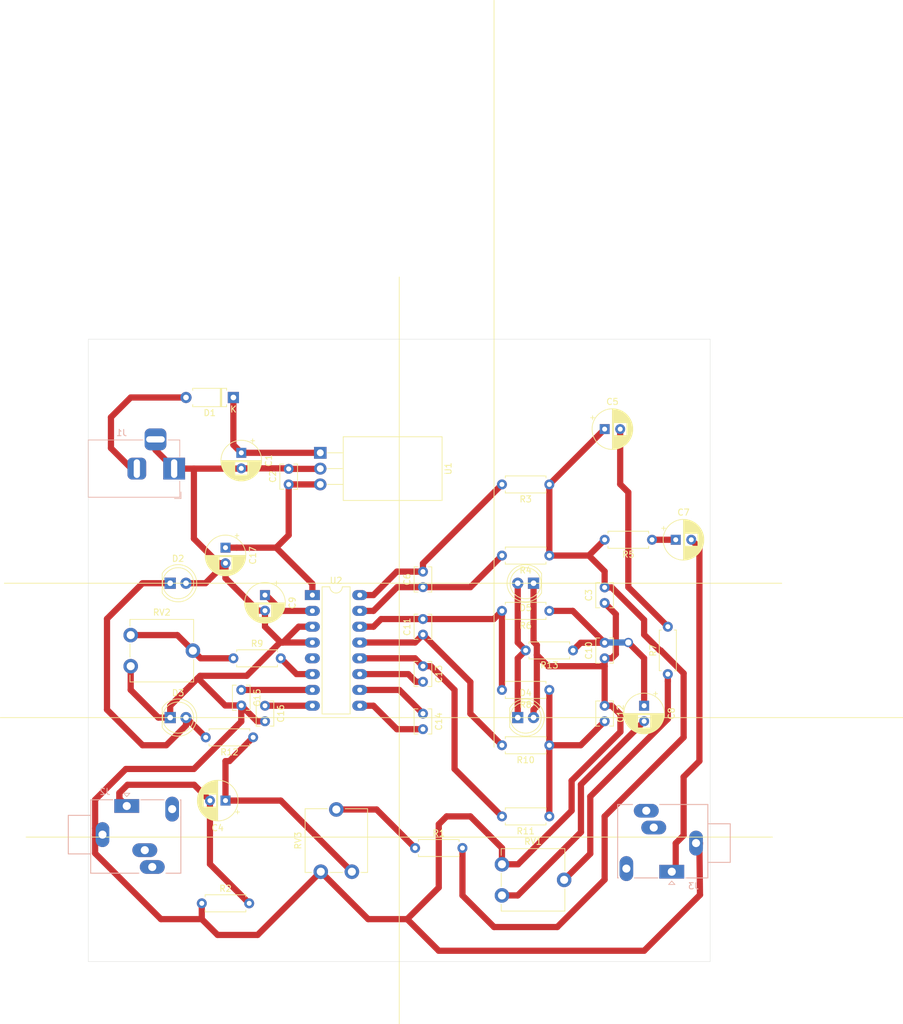
<source format=kicad_pcb>
(kicad_pcb (version 20171130) (host pcbnew "(5.1.5-0-10_14)")

  (general
    (thickness 1.6)
    (drawings 9)
    (tracks 231)
    (zones 0)
    (modules 43)
    (nets 31)
  )

  (page A4)
  (layers
    (0 F.Cu signal)
    (31 B.Cu signal)
    (32 B.Adhes user)
    (33 F.Adhes user)
    (34 B.Paste user)
    (35 F.Paste user)
    (36 B.SilkS user)
    (37 F.SilkS user)
    (38 B.Mask user)
    (39 F.Mask user)
    (40 Dwgs.User user)
    (41 Cmts.User user)
    (42 Eco1.User user)
    (43 Eco2.User user)
    (44 Edge.Cuts user)
    (45 Margin user)
    (46 B.CrtYd user)
    (47 F.CrtYd user)
    (48 B.Fab user)
    (49 F.Fab user)
  )

  (setup
    (last_trace_width 0.25)
    (trace_clearance 0.2)
    (zone_clearance 0.508)
    (zone_45_only no)
    (trace_min 0.2)
    (via_size 0.8)
    (via_drill 0.4)
    (via_min_size 0.4)
    (via_min_drill 0.3)
    (uvia_size 0.3)
    (uvia_drill 0.1)
    (uvias_allowed no)
    (uvia_min_size 0.2)
    (uvia_min_drill 0.1)
    (edge_width 0.05)
    (segment_width 0.2)
    (pcb_text_width 0.3)
    (pcb_text_size 1.5 1.5)
    (mod_edge_width 0.12)
    (mod_text_size 1 1)
    (mod_text_width 0.15)
    (pad_size 1.524 1.524)
    (pad_drill 0.762)
    (pad_to_mask_clearance 0.051)
    (solder_mask_min_width 0.25)
    (aux_axis_origin 0 0)
    (visible_elements FFFFFF7F)
    (pcbplotparams
      (layerselection 0x010fc_ffffffff)
      (usegerberextensions false)
      (usegerberattributes false)
      (usegerberadvancedattributes false)
      (creategerberjobfile false)
      (excludeedgelayer true)
      (linewidth 0.100000)
      (plotframeref false)
      (viasonmask false)
      (mode 1)
      (useauxorigin false)
      (hpglpennumber 1)
      (hpglpenspeed 20)
      (hpglpendiameter 15.000000)
      (psnegative false)
      (psa4output false)
      (plotreference true)
      (plotvalue true)
      (plotinvisibletext false)
      (padsonsilk false)
      (subtractmaskfromsilk false)
      (outputformat 1)
      (mirror false)
      (drillshape 1)
      (scaleselection 1)
      (outputdirectory ""))
  )

  (net 0 "")
  (net 1 GND)
  (net 2 "Net-(C1-Pad1)")
  (net 3 +5V)
  (net 4 "Net-(C3-Pad2)")
  (net 5 "Net-(C4-Pad2)")
  (net 6 "Net-(C4-Pad1)")
  (net 7 "Net-(C5-Pad2)")
  (net 8 "Net-(C6-Pad2)")
  (net 9 "Net-(C6-Pad1)")
  (net 10 "Net-(C7-Pad1)")
  (net 11 "Net-(C7-Pad2)")
  (net 12 "Net-(C10-Pad2)")
  (net 13 "Net-(C8-Pad2)")
  (net 14 "Net-(C9-Pad1)")
  (net 15 "Net-(C11-Pad2)")
  (net 16 "Net-(C11-Pad1)")
  (net 17 "Net-(C12-Pad2)")
  (net 18 "Net-(C13-Pad1)")
  (net 19 "Net-(C13-Pad2)")
  (net 20 "Net-(C14-Pad2)")
  (net 21 "Net-(C14-Pad1)")
  (net 22 "Net-(C15-Pad1)")
  (net 23 "Net-(C16-Pad1)")
  (net 24 +12V)
  (net 25 "Net-(R7-Pad1)")
  (net 26 "Net-(R9-Pad2)")
  (net 27 "Net-(R9-Pad1)")
  (net 28 "Net-(R1-Pad1)")
  (net 29 "Net-(D2-Pad1)")
  (net 30 "Net-(D4-Pad1)")

  (net_class Default "This is the default net class."
    (clearance 0.2)
    (trace_width 0.25)
    (via_dia 0.8)
    (via_drill 0.4)
    (uvia_dia 0.3)
    (uvia_drill 0.1)
  )

  (net_class 1 ""
    (clearance 0.5)
    (trace_width 1)
    (via_dia 1.5)
    (via_drill 1)
    (uvia_dia 0.3)
    (uvia_drill 0.1)
    (add_net +12V)
    (add_net +5V)
    (add_net GND)
    (add_net "Net-(C1-Pad1)")
    (add_net "Net-(C10-Pad2)")
    (add_net "Net-(C11-Pad1)")
    (add_net "Net-(C11-Pad2)")
    (add_net "Net-(C12-Pad2)")
    (add_net "Net-(C13-Pad1)")
    (add_net "Net-(C13-Pad2)")
    (add_net "Net-(C14-Pad1)")
    (add_net "Net-(C14-Pad2)")
    (add_net "Net-(C15-Pad1)")
    (add_net "Net-(C16-Pad1)")
    (add_net "Net-(C3-Pad2)")
    (add_net "Net-(C4-Pad1)")
    (add_net "Net-(C4-Pad2)")
    (add_net "Net-(C5-Pad2)")
    (add_net "Net-(C6-Pad1)")
    (add_net "Net-(C6-Pad2)")
    (add_net "Net-(C7-Pad1)")
    (add_net "Net-(C7-Pad2)")
    (add_net "Net-(C8-Pad2)")
    (add_net "Net-(C9-Pad1)")
    (add_net "Net-(D2-Pad1)")
    (add_net "Net-(D4-Pad1)")
    (add_net "Net-(R1-Pad1)")
    (add_net "Net-(R7-Pad1)")
    (add_net "Net-(R9-Pad1)")
    (add_net "Net-(R9-Pad2)")
  )

  (module Connector_BarrelJack:BarrelJack_Horizontal (layer B.Cu) (tedit 5A1DBF6A) (tstamp 5FFECD98)
    (at -36.195 -29.21)
    (descr "DC Barrel Jack")
    (tags "Power Jack")
    (path /600218F1)
    (fp_text reference J1 (at -8.45 -5.75) (layer B.SilkS)
      (effects (font (size 1 1) (thickness 0.15)) (justify mirror))
    )
    (fp_text value Barrel_Jack_Switch (at -6.2 5.5) (layer B.Fab)
      (effects (font (size 1 1) (thickness 0.15)) (justify mirror))
    )
    (fp_line (start 0 4.5) (end -13.7 4.5) (layer B.Fab) (width 0.1))
    (fp_line (start 0.8 -4.5) (end 0.8 3.75) (layer B.Fab) (width 0.1))
    (fp_line (start -13.7 -4.5) (end 0.8 -4.5) (layer B.Fab) (width 0.1))
    (fp_line (start -13.7 4.5) (end -13.7 -4.5) (layer B.Fab) (width 0.1))
    (fp_line (start -10.2 4.5) (end -10.2 -4.5) (layer B.Fab) (width 0.1))
    (fp_line (start 0.9 4.6) (end 0.9 2) (layer B.SilkS) (width 0.12))
    (fp_line (start -13.8 4.6) (end 0.9 4.6) (layer B.SilkS) (width 0.12))
    (fp_line (start 0.9 -4.6) (end -1 -4.6) (layer B.SilkS) (width 0.12))
    (fp_line (start 0.9 -1.9) (end 0.9 -4.6) (layer B.SilkS) (width 0.12))
    (fp_line (start -13.8 -4.6) (end -13.8 4.6) (layer B.SilkS) (width 0.12))
    (fp_line (start -5 -4.6) (end -13.8 -4.6) (layer B.SilkS) (width 0.12))
    (fp_line (start -14 -4.75) (end -14 4.75) (layer B.CrtYd) (width 0.05))
    (fp_line (start -5 -4.75) (end -14 -4.75) (layer B.CrtYd) (width 0.05))
    (fp_line (start -5 -6.75) (end -5 -4.75) (layer B.CrtYd) (width 0.05))
    (fp_line (start -1 -6.75) (end -5 -6.75) (layer B.CrtYd) (width 0.05))
    (fp_line (start -1 -4.75) (end -1 -6.75) (layer B.CrtYd) (width 0.05))
    (fp_line (start 1 -4.75) (end -1 -4.75) (layer B.CrtYd) (width 0.05))
    (fp_line (start 1 -2) (end 1 -4.75) (layer B.CrtYd) (width 0.05))
    (fp_line (start 2 -2) (end 1 -2) (layer B.CrtYd) (width 0.05))
    (fp_line (start 2 2) (end 2 -2) (layer B.CrtYd) (width 0.05))
    (fp_line (start 1 2) (end 2 2) (layer B.CrtYd) (width 0.05))
    (fp_line (start 1 4.5) (end 1 2) (layer B.CrtYd) (width 0.05))
    (fp_line (start 1 4.75) (end -14 4.75) (layer B.CrtYd) (width 0.05))
    (fp_line (start 1 4.5) (end 1 4.75) (layer B.CrtYd) (width 0.05))
    (fp_line (start 0.05 4.8) (end 1.1 4.8) (layer B.SilkS) (width 0.12))
    (fp_line (start 1.1 3.75) (end 1.1 4.8) (layer B.SilkS) (width 0.12))
    (fp_line (start -0.003213 4.505425) (end 0.8 3.75) (layer B.Fab) (width 0.1))
    (fp_text user %R (at -3 2.95) (layer B.Fab)
      (effects (font (size 1 1) (thickness 0.15)) (justify mirror))
    )
    (pad 3 thru_hole roundrect (at -3 -4.7) (size 3.5 3.5) (drill oval 3 1) (layers *.Cu *.Mask) (roundrect_rratio 0.25)
      (net 1 GND))
    (pad 2 thru_hole roundrect (at -6 0) (size 3 3.5) (drill oval 1 3) (layers *.Cu *.Mask) (roundrect_rratio 0.25)
      (net 24 +12V))
    (pad 1 thru_hole rect (at 0 0) (size 3.5 3.5) (drill oval 1 3) (layers *.Cu *.Mask)
      (net 1 GND))
    (model ${KISYS3DMOD}/Connector_BarrelJack.3dshapes/BarrelJack_Horizontal.wrl
      (at (xyz 0 0 0))
      (scale (xyz 1 1 1))
      (rotate (xyz 0 0 0))
    )
  )

  (module LED_THT:LED_D5.0mm (layer F.Cu) (tedit 5995936A) (tstamp 5FFE4FAF)
    (at 21.59 -10.795 180)
    (descr "LED, diameter 5.0mm, 2 pins, http://cdn-reichelt.de/documents/datenblatt/A500/LL-504BC2E-009.pdf")
    (tags "LED diameter 5.0mm 2 pins")
    (path /5FFF4BCC)
    (fp_text reference D5 (at 1.27 -3.96) (layer F.SilkS)
      (effects (font (size 1 1) (thickness 0.15)))
    )
    (fp_text value Delay (at 1.27 3.96) (layer F.Fab)
      (effects (font (size 1 1) (thickness 0.15)))
    )
    (fp_text user %R (at 1.25 0) (layer F.Fab)
      (effects (font (size 0.8 0.8) (thickness 0.2)))
    )
    (fp_line (start 4.5 -3.25) (end -1.95 -3.25) (layer F.CrtYd) (width 0.05))
    (fp_line (start 4.5 3.25) (end 4.5 -3.25) (layer F.CrtYd) (width 0.05))
    (fp_line (start -1.95 3.25) (end 4.5 3.25) (layer F.CrtYd) (width 0.05))
    (fp_line (start -1.95 -3.25) (end -1.95 3.25) (layer F.CrtYd) (width 0.05))
    (fp_line (start -1.29 -1.545) (end -1.29 1.545) (layer F.SilkS) (width 0.12))
    (fp_line (start -1.23 -1.469694) (end -1.23 1.469694) (layer F.Fab) (width 0.1))
    (fp_circle (center 1.27 0) (end 3.77 0) (layer F.SilkS) (width 0.12))
    (fp_circle (center 1.27 0) (end 3.77 0) (layer F.Fab) (width 0.1))
    (fp_arc (start 1.27 0) (end -1.29 1.54483) (angle -148.9) (layer F.SilkS) (width 0.12))
    (fp_arc (start 1.27 0) (end -1.29 -1.54483) (angle 148.9) (layer F.SilkS) (width 0.12))
    (fp_arc (start 1.27 0) (end -1.23 -1.469694) (angle 299.1) (layer F.Fab) (width 0.1))
    (pad 2 thru_hole circle (at 2.54 0 180) (size 1.8 1.8) (drill 0.9) (layers *.Cu *.Mask)
      (net 30 "Net-(D4-Pad1)"))
    (pad 1 thru_hole rect (at 0 0 180) (size 1.8 1.8) (drill 0.9) (layers *.Cu *.Mask)
      (net 1 GND))
    (model ${KISYS3DMOD}/LED_THT.3dshapes/LED_D5.0mm.wrl
      (at (xyz 0 0 0))
      (scale (xyz 1 1 1))
      (rotate (xyz 0 0 0))
    )
  )

  (module LED_THT:LED_D5.0mm (layer F.Cu) (tedit 5995936A) (tstamp 5FFE4F9D)
    (at 19.05 10.795)
    (descr "LED, diameter 5.0mm, 2 pins, http://cdn-reichelt.de/documents/datenblatt/A500/LL-504BC2E-009.pdf")
    (tags "LED diameter 5.0mm 2 pins")
    (path /5FFFDDE2)
    (fp_text reference D4 (at 1.27 -3.96) (layer F.SilkS)
      (effects (font (size 1 1) (thickness 0.15)))
    )
    (fp_text value Delay (at 1.27 3.96) (layer F.Fab)
      (effects (font (size 1 1) (thickness 0.15)))
    )
    (fp_text user %R (at 1.25 0) (layer F.Fab)
      (effects (font (size 0.8 0.8) (thickness 0.2)))
    )
    (fp_line (start 4.5 -3.25) (end -1.95 -3.25) (layer F.CrtYd) (width 0.05))
    (fp_line (start 4.5 3.25) (end 4.5 -3.25) (layer F.CrtYd) (width 0.05))
    (fp_line (start -1.95 3.25) (end 4.5 3.25) (layer F.CrtYd) (width 0.05))
    (fp_line (start -1.95 -3.25) (end -1.95 3.25) (layer F.CrtYd) (width 0.05))
    (fp_line (start -1.29 -1.545) (end -1.29 1.545) (layer F.SilkS) (width 0.12))
    (fp_line (start -1.23 -1.469694) (end -1.23 1.469694) (layer F.Fab) (width 0.1))
    (fp_circle (center 1.27 0) (end 3.77 0) (layer F.SilkS) (width 0.12))
    (fp_circle (center 1.27 0) (end 3.77 0) (layer F.Fab) (width 0.1))
    (fp_arc (start 1.27 0) (end -1.29 1.54483) (angle -148.9) (layer F.SilkS) (width 0.12))
    (fp_arc (start 1.27 0) (end -1.29 -1.54483) (angle 148.9) (layer F.SilkS) (width 0.12))
    (fp_arc (start 1.27 0) (end -1.23 -1.469694) (angle 299.1) (layer F.Fab) (width 0.1))
    (pad 2 thru_hole circle (at 2.54 0) (size 1.8 1.8) (drill 0.9) (layers *.Cu *.Mask)
      (net 1 GND))
    (pad 1 thru_hole rect (at 0 0) (size 1.8 1.8) (drill 0.9) (layers *.Cu *.Mask)
      (net 30 "Net-(D4-Pad1)"))
    (model ${KISYS3DMOD}/LED_THT.3dshapes/LED_D5.0mm.wrl
      (at (xyz 0 0 0))
      (scale (xyz 1 1 1))
      (rotate (xyz 0 0 0))
    )
  )

  (module LED_THT:LED_D5.0mm (layer F.Cu) (tedit 5995936A) (tstamp 5FFE4F8B)
    (at -36.83 10.795)
    (descr "LED, diameter 5.0mm, 2 pins, http://cdn-reichelt.de/documents/datenblatt/A500/LL-504BC2E-009.pdf")
    (tags "LED diameter 5.0mm 2 pins")
    (path /5FFF4285)
    (fp_text reference D3 (at 1.27 -3.96) (layer F.SilkS)
      (effects (font (size 1 1) (thickness 0.15)))
    )
    (fp_text value In (at 1.27 3.96) (layer F.Fab)
      (effects (font (size 1 1) (thickness 0.15)))
    )
    (fp_text user %R (at 1.25 0) (layer F.Fab)
      (effects (font (size 0.8 0.8) (thickness 0.2)))
    )
    (fp_line (start 4.5 -3.25) (end -1.95 -3.25) (layer F.CrtYd) (width 0.05))
    (fp_line (start 4.5 3.25) (end 4.5 -3.25) (layer F.CrtYd) (width 0.05))
    (fp_line (start -1.95 3.25) (end 4.5 3.25) (layer F.CrtYd) (width 0.05))
    (fp_line (start -1.95 -3.25) (end -1.95 3.25) (layer F.CrtYd) (width 0.05))
    (fp_line (start -1.29 -1.545) (end -1.29 1.545) (layer F.SilkS) (width 0.12))
    (fp_line (start -1.23 -1.469694) (end -1.23 1.469694) (layer F.Fab) (width 0.1))
    (fp_circle (center 1.27 0) (end 3.77 0) (layer F.SilkS) (width 0.12))
    (fp_circle (center 1.27 0) (end 3.77 0) (layer F.Fab) (width 0.1))
    (fp_arc (start 1.27 0) (end -1.29 1.54483) (angle -148.9) (layer F.SilkS) (width 0.12))
    (fp_arc (start 1.27 0) (end -1.29 -1.54483) (angle 148.9) (layer F.SilkS) (width 0.12))
    (fp_arc (start 1.27 0) (end -1.23 -1.469694) (angle 299.1) (layer F.Fab) (width 0.1))
    (pad 2 thru_hole circle (at 2.54 0) (size 1.8 1.8) (drill 0.9) (layers *.Cu *.Mask)
      (net 29 "Net-(D2-Pad1)"))
    (pad 1 thru_hole rect (at 0 0) (size 1.8 1.8) (drill 0.9) (layers *.Cu *.Mask)
      (net 1 GND))
    (model ${KISYS3DMOD}/LED_THT.3dshapes/LED_D5.0mm.wrl
      (at (xyz 0 0 0))
      (scale (xyz 1 1 1))
      (rotate (xyz 0 0 0))
    )
  )

  (module LED_THT:LED_D5.0mm (layer F.Cu) (tedit 5995936A) (tstamp 5FFE4F79)
    (at -36.83 -10.795)
    (descr "LED, diameter 5.0mm, 2 pins, http://cdn-reichelt.de/documents/datenblatt/A500/LL-504BC2E-009.pdf")
    (tags "LED diameter 5.0mm 2 pins")
    (path /6000520A)
    (fp_text reference D2 (at 1.27 -3.96) (layer F.SilkS)
      (effects (font (size 1 1) (thickness 0.15)))
    )
    (fp_text value In (at 1.27 3.96) (layer F.Fab)
      (effects (font (size 1 1) (thickness 0.15)))
    )
    (fp_text user %R (at 1.25 0) (layer F.Fab)
      (effects (font (size 0.8 0.8) (thickness 0.2)))
    )
    (fp_line (start 4.5 -3.25) (end -1.95 -3.25) (layer F.CrtYd) (width 0.05))
    (fp_line (start 4.5 3.25) (end 4.5 -3.25) (layer F.CrtYd) (width 0.05))
    (fp_line (start -1.95 3.25) (end 4.5 3.25) (layer F.CrtYd) (width 0.05))
    (fp_line (start -1.95 -3.25) (end -1.95 3.25) (layer F.CrtYd) (width 0.05))
    (fp_line (start -1.29 -1.545) (end -1.29 1.545) (layer F.SilkS) (width 0.12))
    (fp_line (start -1.23 -1.469694) (end -1.23 1.469694) (layer F.Fab) (width 0.1))
    (fp_circle (center 1.27 0) (end 3.77 0) (layer F.SilkS) (width 0.12))
    (fp_circle (center 1.27 0) (end 3.77 0) (layer F.Fab) (width 0.1))
    (fp_arc (start 1.27 0) (end -1.29 1.54483) (angle -148.9) (layer F.SilkS) (width 0.12))
    (fp_arc (start 1.27 0) (end -1.29 -1.54483) (angle 148.9) (layer F.SilkS) (width 0.12))
    (fp_arc (start 1.27 0) (end -1.23 -1.469694) (angle 299.1) (layer F.Fab) (width 0.1))
    (pad 2 thru_hole circle (at 2.54 0) (size 1.8 1.8) (drill 0.9) (layers *.Cu *.Mask)
      (net 1 GND))
    (pad 1 thru_hole rect (at 0 0) (size 1.8 1.8) (drill 0.9) (layers *.Cu *.Mask)
      (net 29 "Net-(D2-Pad1)"))
    (model ${KISYS3DMOD}/LED_THT.3dshapes/LED_D5.0mm.wrl
      (at (xyz 0 0 0))
      (scale (xyz 1 1 1))
      (rotate (xyz 0 0 0))
    )
  )

  (module Resistor_THT:R_Axial_DIN0207_L6.3mm_D2.5mm_P7.62mm_Horizontal (layer F.Cu) (tedit 5AE5139B) (tstamp 5FFDE2CA)
    (at 27.94 0 180)
    (descr "Resistor, Axial_DIN0207 series, Axial, Horizontal, pin pitch=7.62mm, 0.25W = 1/4W, length*diameter=6.3*2.5mm^2, http://cdn-reichelt.de/documents/datenblatt/B400/1_4W%23YAG.pdf")
    (tags "Resistor Axial_DIN0207 series Axial Horizontal pin pitch 7.62mm 0.25W = 1/4W length 6.3mm diameter 2.5mm")
    (path /5FFF4BB7)
    (fp_text reference R13 (at 3.81 -2.37) (layer F.SilkS)
      (effects (font (size 1 1) (thickness 0.15)))
    )
    (fp_text value 10k (at 3.81 2.37) (layer F.Fab)
      (effects (font (size 1 1) (thickness 0.15)))
    )
    (fp_text user %R (at 3.81 0) (layer F.Fab)
      (effects (font (size 1 1) (thickness 0.15)))
    )
    (fp_line (start 8.67 -1.5) (end -1.05 -1.5) (layer F.CrtYd) (width 0.05))
    (fp_line (start 8.67 1.5) (end 8.67 -1.5) (layer F.CrtYd) (width 0.05))
    (fp_line (start -1.05 1.5) (end 8.67 1.5) (layer F.CrtYd) (width 0.05))
    (fp_line (start -1.05 -1.5) (end -1.05 1.5) (layer F.CrtYd) (width 0.05))
    (fp_line (start 7.08 1.37) (end 7.08 1.04) (layer F.SilkS) (width 0.12))
    (fp_line (start 0.54 1.37) (end 7.08 1.37) (layer F.SilkS) (width 0.12))
    (fp_line (start 0.54 1.04) (end 0.54 1.37) (layer F.SilkS) (width 0.12))
    (fp_line (start 7.08 -1.37) (end 7.08 -1.04) (layer F.SilkS) (width 0.12))
    (fp_line (start 0.54 -1.37) (end 7.08 -1.37) (layer F.SilkS) (width 0.12))
    (fp_line (start 0.54 -1.04) (end 0.54 -1.37) (layer F.SilkS) (width 0.12))
    (fp_line (start 7.62 0) (end 6.96 0) (layer F.Fab) (width 0.1))
    (fp_line (start 0 0) (end 0.66 0) (layer F.Fab) (width 0.1))
    (fp_line (start 6.96 -1.25) (end 0.66 -1.25) (layer F.Fab) (width 0.1))
    (fp_line (start 6.96 1.25) (end 6.96 -1.25) (layer F.Fab) (width 0.1))
    (fp_line (start 0.66 1.25) (end 6.96 1.25) (layer F.Fab) (width 0.1))
    (fp_line (start 0.66 -1.25) (end 0.66 1.25) (layer F.Fab) (width 0.1))
    (pad 2 thru_hole oval (at 7.62 0 180) (size 1.6 1.6) (drill 0.8) (layers *.Cu *.Mask)
      (net 30 "Net-(D4-Pad1)"))
    (pad 1 thru_hole circle (at 0 0 180) (size 1.6 1.6) (drill 0.8) (layers *.Cu *.Mask)
      (net 12 "Net-(C10-Pad2)"))
    (model ${KISYS3DMOD}/Resistor_THT.3dshapes/R_Axial_DIN0207_L6.3mm_D2.5mm_P7.62mm_Horizontal.wrl
      (at (xyz 0 0 0))
      (scale (xyz 1 1 1))
      (rotate (xyz 0 0 0))
    )
  )

  (module Resistor_THT:R_Axial_DIN0207_L6.3mm_D2.5mm_P7.62mm_Horizontal (layer F.Cu) (tedit 5AE5139B) (tstamp 5FFDE2B3)
    (at -23.495 13.97 180)
    (descr "Resistor, Axial_DIN0207 series, Axial, Horizontal, pin pitch=7.62mm, 0.25W = 1/4W, length*diameter=6.3*2.5mm^2, http://cdn-reichelt.de/documents/datenblatt/B400/1_4W%23YAG.pdf")
    (tags "Resistor Axial_DIN0207 series Axial Horizontal pin pitch 7.62mm 0.25W = 1/4W length 6.3mm diameter 2.5mm")
    (path /5FFF0D5F)
    (fp_text reference R12 (at 3.81 -2.37) (layer F.SilkS)
      (effects (font (size 1 1) (thickness 0.15)))
    )
    (fp_text value 10k (at 3.81 2.37) (layer F.Fab)
      (effects (font (size 1 1) (thickness 0.15)))
    )
    (fp_text user %R (at 3.81 0) (layer F.Fab)
      (effects (font (size 1 1) (thickness 0.15)))
    )
    (fp_line (start 8.67 -1.5) (end -1.05 -1.5) (layer F.CrtYd) (width 0.05))
    (fp_line (start 8.67 1.5) (end 8.67 -1.5) (layer F.CrtYd) (width 0.05))
    (fp_line (start -1.05 1.5) (end 8.67 1.5) (layer F.CrtYd) (width 0.05))
    (fp_line (start -1.05 -1.5) (end -1.05 1.5) (layer F.CrtYd) (width 0.05))
    (fp_line (start 7.08 1.37) (end 7.08 1.04) (layer F.SilkS) (width 0.12))
    (fp_line (start 0.54 1.37) (end 7.08 1.37) (layer F.SilkS) (width 0.12))
    (fp_line (start 0.54 1.04) (end 0.54 1.37) (layer F.SilkS) (width 0.12))
    (fp_line (start 7.08 -1.37) (end 7.08 -1.04) (layer F.SilkS) (width 0.12))
    (fp_line (start 0.54 -1.37) (end 7.08 -1.37) (layer F.SilkS) (width 0.12))
    (fp_line (start 0.54 -1.04) (end 0.54 -1.37) (layer F.SilkS) (width 0.12))
    (fp_line (start 7.62 0) (end 6.96 0) (layer F.Fab) (width 0.1))
    (fp_line (start 0 0) (end 0.66 0) (layer F.Fab) (width 0.1))
    (fp_line (start 6.96 -1.25) (end 0.66 -1.25) (layer F.Fab) (width 0.1))
    (fp_line (start 6.96 1.25) (end 6.96 -1.25) (layer F.Fab) (width 0.1))
    (fp_line (start 0.66 1.25) (end 6.96 1.25) (layer F.Fab) (width 0.1))
    (fp_line (start 0.66 -1.25) (end 0.66 1.25) (layer F.Fab) (width 0.1))
    (pad 2 thru_hole oval (at 7.62 0 180) (size 1.6 1.6) (drill 0.8) (layers *.Cu *.Mask)
      (net 29 "Net-(D2-Pad1)"))
    (pad 1 thru_hole circle (at 0 0 180) (size 1.6 1.6) (drill 0.8) (layers *.Cu *.Mask)
      (net 6 "Net-(C4-Pad1)"))
    (model ${KISYS3DMOD}/Resistor_THT.3dshapes/R_Axial_DIN0207_L6.3mm_D2.5mm_P7.62mm_Horizontal.wrl
      (at (xyz 0 0 0))
      (scale (xyz 1 1 1))
      (rotate (xyz 0 0 0))
    )
  )

  (module Potentiometer_THT:Potentiometer_ACP_CA9-V10_Vertical (layer F.Cu) (tedit 5A3D4994) (tstamp 5FFEB4CB)
    (at -7.62 35.56 90)
    (descr "Potentiometer, vertical, ACP CA9-V10, http://www.acptechnologies.com/wp-content/uploads/2017/05/02-ACP-CA9-CE9.pdf")
    (tags "Potentiometer vertical ACP CA9-V10")
    (path /600C54C4)
    (fp_text reference RV3 (at 5 -8.65 90) (layer F.SilkS)
      (effects (font (size 1 1) (thickness 0.15)))
    )
    (fp_text value 100k (at 5 3.65 90) (layer F.Fab)
      (effects (font (size 1 1) (thickness 0.15)))
    )
    (fp_text user %R (at 1 -2.5) (layer F.Fab)
      (effects (font (size 1 1) (thickness 0.15)))
    )
    (fp_line (start 11.45 -7.65) (end -1.45 -7.65) (layer F.CrtYd) (width 0.05))
    (fp_line (start 11.45 2.7) (end 11.45 -7.65) (layer F.CrtYd) (width 0.05))
    (fp_line (start -1.45 2.7) (end 11.45 2.7) (layer F.CrtYd) (width 0.05))
    (fp_line (start -1.45 -7.65) (end -1.45 2.7) (layer F.CrtYd) (width 0.05))
    (fp_line (start 10.12 -1.075) (end 10.12 2.52) (layer F.SilkS) (width 0.12))
    (fp_line (start 10.12 -7.521) (end 10.12 -3.925) (layer F.SilkS) (width 0.12))
    (fp_line (start -0.12 1.425) (end -0.12 2.52) (layer F.SilkS) (width 0.12))
    (fp_line (start -0.12 -3.574) (end -0.12 -1.425) (layer F.SilkS) (width 0.12))
    (fp_line (start -0.12 -7.521) (end -0.12 -6.426) (layer F.SilkS) (width 0.12))
    (fp_line (start -0.12 2.52) (end 10.12 2.52) (layer F.SilkS) (width 0.12))
    (fp_line (start -0.12 -7.521) (end 10.12 -7.521) (layer F.SilkS) (width 0.12))
    (fp_line (start 10 -7.4) (end 0 -7.4) (layer F.Fab) (width 0.1))
    (fp_line (start 10 2.4) (end 10 -7.4) (layer F.Fab) (width 0.1))
    (fp_line (start 0 2.4) (end 10 2.4) (layer F.Fab) (width 0.1))
    (fp_line (start 0 -7.4) (end 0 2.4) (layer F.Fab) (width 0.1))
    (fp_circle (center 5 -2.5) (end 6.05 -2.5) (layer F.Fab) (width 0.1))
    (pad 1 thru_hole circle (at 0 0 90) (size 2.34 2.34) (drill 1.3) (layers *.Cu *.Mask)
      (net 6 "Net-(C4-Pad1)"))
    (pad 2 thru_hole circle (at 10 -2.5 90) (size 2.34 2.34) (drill 1.3) (layers *.Cu *.Mask)
      (net 28 "Net-(R1-Pad1)"))
    (pad 3 thru_hole circle (at 0 -5 90) (size 2.34 2.34) (drill 1.3) (layers *.Cu *.Mask)
      (net 1 GND))
    (model ${KISYS3DMOD}/Potentiometer_THT.3dshapes/Potentiometer_ACP_CA9-V10_Vertical.wrl
      (at (xyz 0 0 0))
      (scale (xyz 1 1 1))
      (rotate (xyz 0 0 0))
    )
  )

  (module Capacitor_THT:C_Disc_D3.8mm_W2.6mm_P2.50mm (layer F.Cu) (tedit 5AE50EF0) (tstamp 5FFDDB30)
    (at 3.81 10.16 270)
    (descr "C, Disc series, Radial, pin pitch=2.50mm, , diameter*width=3.8*2.6mm^2, Capacitor, http://www.vishay.com/docs/45233/krseries.pdf")
    (tags "C Disc series Radial pin pitch 2.50mm  diameter 3.8mm width 2.6mm Capacitor")
    (path /6005B7D3)
    (fp_text reference C14 (at 1.25 -2.55 90) (layer F.SilkS)
      (effects (font (size 1 1) (thickness 0.15)))
    )
    (fp_text value 82n (at 1.25 2.55 90) (layer F.Fab)
      (effects (font (size 1 1) (thickness 0.15)))
    )
    (fp_text user %R (at 1.25 0 90) (layer F.Fab)
      (effects (font (size 0.76 0.76) (thickness 0.114)))
    )
    (fp_line (start 3.55 -1.55) (end -1.05 -1.55) (layer F.CrtYd) (width 0.05))
    (fp_line (start 3.55 1.55) (end 3.55 -1.55) (layer F.CrtYd) (width 0.05))
    (fp_line (start -1.05 1.55) (end 3.55 1.55) (layer F.CrtYd) (width 0.05))
    (fp_line (start -1.05 -1.55) (end -1.05 1.55) (layer F.CrtYd) (width 0.05))
    (fp_line (start 3.27 0.795) (end 3.27 1.42) (layer F.SilkS) (width 0.12))
    (fp_line (start 3.27 -1.42) (end 3.27 -0.795) (layer F.SilkS) (width 0.12))
    (fp_line (start -0.77 0.795) (end -0.77 1.42) (layer F.SilkS) (width 0.12))
    (fp_line (start -0.77 -1.42) (end -0.77 -0.795) (layer F.SilkS) (width 0.12))
    (fp_line (start -0.77 1.42) (end 3.27 1.42) (layer F.SilkS) (width 0.12))
    (fp_line (start -0.77 -1.42) (end 3.27 -1.42) (layer F.SilkS) (width 0.12))
    (fp_line (start 3.15 -1.3) (end -0.65 -1.3) (layer F.Fab) (width 0.1))
    (fp_line (start 3.15 1.3) (end 3.15 -1.3) (layer F.Fab) (width 0.1))
    (fp_line (start -0.65 1.3) (end 3.15 1.3) (layer F.Fab) (width 0.1))
    (fp_line (start -0.65 -1.3) (end -0.65 1.3) (layer F.Fab) (width 0.1))
    (pad 2 thru_hole circle (at 2.5 0 270) (size 1.6 1.6) (drill 0.8) (layers *.Cu *.Mask)
      (net 20 "Net-(C14-Pad2)"))
    (pad 1 thru_hole circle (at 0 0 270) (size 1.6 1.6) (drill 0.8) (layers *.Cu *.Mask)
      (net 21 "Net-(C14-Pad1)"))
    (model ${KISYS3DMOD}/Capacitor_THT.3dshapes/C_Disc_D3.8mm_W2.6mm_P2.50mm.wrl
      (at (xyz 0 0 0))
      (scale (xyz 1 1 1))
      (rotate (xyz 0 0 0))
    )
  )

  (module Capacitor_THT:C_Disc_D3.8mm_W2.6mm_P2.50mm (layer F.Cu) (tedit 5AE50EF0) (tstamp 5FFDDB1B)
    (at 3.81 2.54 270)
    (descr "C, Disc series, Radial, pin pitch=2.50mm, , diameter*width=3.8*2.6mm^2, Capacitor, http://www.vishay.com/docs/45233/krseries.pdf")
    (tags "C Disc series Radial pin pitch 2.50mm  diameter 3.8mm width 2.6mm Capacitor")
    (path /6005BE11)
    (fp_text reference C13 (at 1.25 -2.55 90) (layer F.SilkS)
      (effects (font (size 1 1) (thickness 0.15)))
    )
    (fp_text value 82n (at 1.25 2.55 90) (layer F.Fab)
      (effects (font (size 1 1) (thickness 0.15)))
    )
    (fp_text user %R (at 1.25 0 90) (layer F.Fab)
      (effects (font (size 0.76 0.76) (thickness 0.114)))
    )
    (fp_line (start 3.55 -1.55) (end -1.05 -1.55) (layer F.CrtYd) (width 0.05))
    (fp_line (start 3.55 1.55) (end 3.55 -1.55) (layer F.CrtYd) (width 0.05))
    (fp_line (start -1.05 1.55) (end 3.55 1.55) (layer F.CrtYd) (width 0.05))
    (fp_line (start -1.05 -1.55) (end -1.05 1.55) (layer F.CrtYd) (width 0.05))
    (fp_line (start 3.27 0.795) (end 3.27 1.42) (layer F.SilkS) (width 0.12))
    (fp_line (start 3.27 -1.42) (end 3.27 -0.795) (layer F.SilkS) (width 0.12))
    (fp_line (start -0.77 0.795) (end -0.77 1.42) (layer F.SilkS) (width 0.12))
    (fp_line (start -0.77 -1.42) (end -0.77 -0.795) (layer F.SilkS) (width 0.12))
    (fp_line (start -0.77 1.42) (end 3.27 1.42) (layer F.SilkS) (width 0.12))
    (fp_line (start -0.77 -1.42) (end 3.27 -1.42) (layer F.SilkS) (width 0.12))
    (fp_line (start 3.15 -1.3) (end -0.65 -1.3) (layer F.Fab) (width 0.1))
    (fp_line (start 3.15 1.3) (end 3.15 -1.3) (layer F.Fab) (width 0.1))
    (fp_line (start -0.65 1.3) (end 3.15 1.3) (layer F.Fab) (width 0.1))
    (fp_line (start -0.65 -1.3) (end -0.65 1.3) (layer F.Fab) (width 0.1))
    (pad 2 thru_hole circle (at 2.5 0 270) (size 1.6 1.6) (drill 0.8) (layers *.Cu *.Mask)
      (net 19 "Net-(C13-Pad2)"))
    (pad 1 thru_hole circle (at 0 0 270) (size 1.6 1.6) (drill 0.8) (layers *.Cu *.Mask)
      (net 18 "Net-(C13-Pad1)"))
    (model ${KISYS3DMOD}/Capacitor_THT.3dshapes/C_Disc_D3.8mm_W2.6mm_P2.50mm.wrl
      (at (xyz 0 0 0))
      (scale (xyz 1 1 1))
      (rotate (xyz 0 0 0))
    )
  )

  (module Capacitor_THT:C_Disc_D3.8mm_W2.6mm_P2.50mm (layer F.Cu) (tedit 5AE50EF0) (tstamp 5FFDDB06)
    (at 33.02 8.89 270)
    (descr "C, Disc series, Radial, pin pitch=2.50mm, , diameter*width=3.8*2.6mm^2, Capacitor, http://www.vishay.com/docs/45233/krseries.pdf")
    (tags "C Disc series Radial pin pitch 2.50mm  diameter 3.8mm width 2.6mm Capacitor")
    (path /600637EB)
    (fp_text reference C12 (at 1.25 -2.55 90) (layer F.SilkS)
      (effects (font (size 1 1) (thickness 0.15)))
    )
    (fp_text value 3,3n (at 1.25 2.55 90) (layer F.Fab)
      (effects (font (size 1 1) (thickness 0.15)))
    )
    (fp_text user %R (at 1.25 0 90) (layer F.Fab)
      (effects (font (size 0.76 0.76) (thickness 0.114)))
    )
    (fp_line (start 3.55 -1.55) (end -1.05 -1.55) (layer F.CrtYd) (width 0.05))
    (fp_line (start 3.55 1.55) (end 3.55 -1.55) (layer F.CrtYd) (width 0.05))
    (fp_line (start -1.05 1.55) (end 3.55 1.55) (layer F.CrtYd) (width 0.05))
    (fp_line (start -1.05 -1.55) (end -1.05 1.55) (layer F.CrtYd) (width 0.05))
    (fp_line (start 3.27 0.795) (end 3.27 1.42) (layer F.SilkS) (width 0.12))
    (fp_line (start 3.27 -1.42) (end 3.27 -0.795) (layer F.SilkS) (width 0.12))
    (fp_line (start -0.77 0.795) (end -0.77 1.42) (layer F.SilkS) (width 0.12))
    (fp_line (start -0.77 -1.42) (end -0.77 -0.795) (layer F.SilkS) (width 0.12))
    (fp_line (start -0.77 1.42) (end 3.27 1.42) (layer F.SilkS) (width 0.12))
    (fp_line (start -0.77 -1.42) (end 3.27 -1.42) (layer F.SilkS) (width 0.12))
    (fp_line (start 3.15 -1.3) (end -0.65 -1.3) (layer F.Fab) (width 0.1))
    (fp_line (start 3.15 1.3) (end 3.15 -1.3) (layer F.Fab) (width 0.1))
    (fp_line (start -0.65 1.3) (end 3.15 1.3) (layer F.Fab) (width 0.1))
    (fp_line (start -0.65 -1.3) (end -0.65 1.3) (layer F.Fab) (width 0.1))
    (pad 2 thru_hole circle (at 2.5 0 270) (size 1.6 1.6) (drill 0.8) (layers *.Cu *.Mask)
      (net 17 "Net-(C12-Pad2)"))
    (pad 1 thru_hole circle (at 0 0 270) (size 1.6 1.6) (drill 0.8) (layers *.Cu *.Mask)
      (net 1 GND))
    (model ${KISYS3DMOD}/Capacitor_THT.3dshapes/C_Disc_D3.8mm_W2.6mm_P2.50mm.wrl
      (at (xyz 0 0 0))
      (scale (xyz 1 1 1))
      (rotate (xyz 0 0 0))
    )
  )

  (module Capacitor_THT:C_Disc_D3.8mm_W2.6mm_P2.50mm (layer F.Cu) (tedit 5AE50EF0) (tstamp 5FFDDAF1)
    (at 3.81 -2.54 90)
    (descr "C, Disc series, Radial, pin pitch=2.50mm, , diameter*width=3.8*2.6mm^2, Capacitor, http://www.vishay.com/docs/45233/krseries.pdf")
    (tags "C Disc series Radial pin pitch 2.50mm  diameter 3.8mm width 2.6mm Capacitor")
    (path /6005E3FD)
    (fp_text reference C11 (at 1.25 -2.55 90) (layer F.SilkS)
      (effects (font (size 1 1) (thickness 0.15)))
    )
    (fp_text value 560p (at 1.25 2.55 90) (layer F.Fab)
      (effects (font (size 1 1) (thickness 0.15)))
    )
    (fp_text user %R (at 1.25 0 90) (layer F.Fab)
      (effects (font (size 0.76 0.76) (thickness 0.114)))
    )
    (fp_line (start 3.55 -1.55) (end -1.05 -1.55) (layer F.CrtYd) (width 0.05))
    (fp_line (start 3.55 1.55) (end 3.55 -1.55) (layer F.CrtYd) (width 0.05))
    (fp_line (start -1.05 1.55) (end 3.55 1.55) (layer F.CrtYd) (width 0.05))
    (fp_line (start -1.05 -1.55) (end -1.05 1.55) (layer F.CrtYd) (width 0.05))
    (fp_line (start 3.27 0.795) (end 3.27 1.42) (layer F.SilkS) (width 0.12))
    (fp_line (start 3.27 -1.42) (end 3.27 -0.795) (layer F.SilkS) (width 0.12))
    (fp_line (start -0.77 0.795) (end -0.77 1.42) (layer F.SilkS) (width 0.12))
    (fp_line (start -0.77 -1.42) (end -0.77 -0.795) (layer F.SilkS) (width 0.12))
    (fp_line (start -0.77 1.42) (end 3.27 1.42) (layer F.SilkS) (width 0.12))
    (fp_line (start -0.77 -1.42) (end 3.27 -1.42) (layer F.SilkS) (width 0.12))
    (fp_line (start 3.15 -1.3) (end -0.65 -1.3) (layer F.Fab) (width 0.1))
    (fp_line (start 3.15 1.3) (end 3.15 -1.3) (layer F.Fab) (width 0.1))
    (fp_line (start -0.65 1.3) (end 3.15 1.3) (layer F.Fab) (width 0.1))
    (fp_line (start -0.65 -1.3) (end -0.65 1.3) (layer F.Fab) (width 0.1))
    (pad 2 thru_hole circle (at 2.5 0 90) (size 1.6 1.6) (drill 0.8) (layers *.Cu *.Mask)
      (net 15 "Net-(C11-Pad2)"))
    (pad 1 thru_hole circle (at 0 0 90) (size 1.6 1.6) (drill 0.8) (layers *.Cu *.Mask)
      (net 16 "Net-(C11-Pad1)"))
    (model ${KISYS3DMOD}/Capacitor_THT.3dshapes/C_Disc_D3.8mm_W2.6mm_P2.50mm.wrl
      (at (xyz 0 0 0))
      (scale (xyz 1 1 1))
      (rotate (xyz 0 0 0))
    )
  )

  (module Capacitor_THT:C_Disc_D3.8mm_W2.6mm_P2.50mm (layer F.Cu) (tedit 5AE50EF0) (tstamp 5FFDDADC)
    (at 33.02 1.27 90)
    (descr "C, Disc series, Radial, pin pitch=2.50mm, , diameter*width=3.8*2.6mm^2, Capacitor, http://www.vishay.com/docs/45233/krseries.pdf")
    (tags "C Disc series Radial pin pitch 2.50mm  diameter 3.8mm width 2.6mm Capacitor")
    (path /60065A5B)
    (fp_text reference C10 (at 1.25 -2.55 90) (layer F.SilkS)
      (effects (font (size 1 1) (thickness 0.15)))
    )
    (fp_text value 10n (at 1.25 2.55 90) (layer F.Fab)
      (effects (font (size 1 1) (thickness 0.15)))
    )
    (fp_text user %R (at 1.25 0 90) (layer F.Fab)
      (effects (font (size 0.76 0.76) (thickness 0.114)))
    )
    (fp_line (start 3.55 -1.55) (end -1.05 -1.55) (layer F.CrtYd) (width 0.05))
    (fp_line (start 3.55 1.55) (end 3.55 -1.55) (layer F.CrtYd) (width 0.05))
    (fp_line (start -1.05 1.55) (end 3.55 1.55) (layer F.CrtYd) (width 0.05))
    (fp_line (start -1.05 -1.55) (end -1.05 1.55) (layer F.CrtYd) (width 0.05))
    (fp_line (start 3.27 0.795) (end 3.27 1.42) (layer F.SilkS) (width 0.12))
    (fp_line (start 3.27 -1.42) (end 3.27 -0.795) (layer F.SilkS) (width 0.12))
    (fp_line (start -0.77 0.795) (end -0.77 1.42) (layer F.SilkS) (width 0.12))
    (fp_line (start -0.77 -1.42) (end -0.77 -0.795) (layer F.SilkS) (width 0.12))
    (fp_line (start -0.77 1.42) (end 3.27 1.42) (layer F.SilkS) (width 0.12))
    (fp_line (start -0.77 -1.42) (end 3.27 -1.42) (layer F.SilkS) (width 0.12))
    (fp_line (start 3.15 -1.3) (end -0.65 -1.3) (layer F.Fab) (width 0.1))
    (fp_line (start 3.15 1.3) (end 3.15 -1.3) (layer F.Fab) (width 0.1))
    (fp_line (start -0.65 1.3) (end 3.15 1.3) (layer F.Fab) (width 0.1))
    (fp_line (start -0.65 -1.3) (end -0.65 1.3) (layer F.Fab) (width 0.1))
    (pad 2 thru_hole circle (at 2.5 0 90) (size 1.6 1.6) (drill 0.8) (layers *.Cu *.Mask)
      (net 12 "Net-(C10-Pad2)"))
    (pad 1 thru_hole circle (at 0 0 90) (size 1.6 1.6) (drill 0.8) (layers *.Cu *.Mask)
      (net 1 GND))
    (model ${KISYS3DMOD}/Capacitor_THT.3dshapes/C_Disc_D3.8mm_W2.6mm_P2.50mm.wrl
      (at (xyz 0 0 0))
      (scale (xyz 1 1 1))
      (rotate (xyz 0 0 0))
    )
  )

  (module Capacitor_THT:C_Disc_D3.8mm_W2.6mm_P2.50mm (layer F.Cu) (tedit 5AE50EF0) (tstamp 5FFDD90B)
    (at 3.81 -10.16 90)
    (descr "C, Disc series, Radial, pin pitch=2.50mm, , diameter*width=3.8*2.6mm^2, Capacitor, http://www.vishay.com/docs/45233/krseries.pdf")
    (tags "C Disc series Radial pin pitch 2.50mm  diameter 3.8mm width 2.6mm Capacitor")
    (path /600700A5)
    (fp_text reference C6 (at 1.25 -2.55 90) (layer F.SilkS)
      (effects (font (size 1 1) (thickness 0.15)))
    )
    (fp_text value 560p (at 1.25 2.55 90) (layer F.Fab)
      (effects (font (size 1 1) (thickness 0.15)))
    )
    (fp_text user %R (at 1.25 0 90) (layer F.Fab)
      (effects (font (size 0.76 0.76) (thickness 0.114)))
    )
    (fp_line (start 3.55 -1.55) (end -1.05 -1.55) (layer F.CrtYd) (width 0.05))
    (fp_line (start 3.55 1.55) (end 3.55 -1.55) (layer F.CrtYd) (width 0.05))
    (fp_line (start -1.05 1.55) (end 3.55 1.55) (layer F.CrtYd) (width 0.05))
    (fp_line (start -1.05 -1.55) (end -1.05 1.55) (layer F.CrtYd) (width 0.05))
    (fp_line (start 3.27 0.795) (end 3.27 1.42) (layer F.SilkS) (width 0.12))
    (fp_line (start 3.27 -1.42) (end 3.27 -0.795) (layer F.SilkS) (width 0.12))
    (fp_line (start -0.77 0.795) (end -0.77 1.42) (layer F.SilkS) (width 0.12))
    (fp_line (start -0.77 -1.42) (end -0.77 -0.795) (layer F.SilkS) (width 0.12))
    (fp_line (start -0.77 1.42) (end 3.27 1.42) (layer F.SilkS) (width 0.12))
    (fp_line (start -0.77 -1.42) (end 3.27 -1.42) (layer F.SilkS) (width 0.12))
    (fp_line (start 3.15 -1.3) (end -0.65 -1.3) (layer F.Fab) (width 0.1))
    (fp_line (start 3.15 1.3) (end 3.15 -1.3) (layer F.Fab) (width 0.1))
    (fp_line (start -0.65 1.3) (end 3.15 1.3) (layer F.Fab) (width 0.1))
    (fp_line (start -0.65 -1.3) (end -0.65 1.3) (layer F.Fab) (width 0.1))
    (pad 2 thru_hole circle (at 2.5 0 90) (size 1.6 1.6) (drill 0.8) (layers *.Cu *.Mask)
      (net 8 "Net-(C6-Pad2)"))
    (pad 1 thru_hole circle (at 0 0 90) (size 1.6 1.6) (drill 0.8) (layers *.Cu *.Mask)
      (net 9 "Net-(C6-Pad1)"))
    (model ${KISYS3DMOD}/Capacitor_THT.3dshapes/C_Disc_D3.8mm_W2.6mm_P2.50mm.wrl
      (at (xyz 0 0 0))
      (scale (xyz 1 1 1))
      (rotate (xyz 0 0 0))
    )
  )

  (module Capacitor_THT:C_Disc_D3.8mm_W2.6mm_P2.50mm (layer F.Cu) (tedit 5AE50EF0) (tstamp 5FFDD7CE)
    (at 33.02 -7.62 90)
    (descr "C, Disc series, Radial, pin pitch=2.50mm, , diameter*width=3.8*2.6mm^2, Capacitor, http://www.vishay.com/docs/45233/krseries.pdf")
    (tags "C Disc series Radial pin pitch 2.50mm  diameter 3.8mm width 2.6mm Capacitor")
    (path /6007B57D)
    (fp_text reference C3 (at 1.25 -2.55 90) (layer F.SilkS)
      (effects (font (size 1 1) (thickness 0.15)))
    )
    (fp_text value 3,9n (at 1.25 2.55 90) (layer F.Fab)
      (effects (font (size 1 1) (thickness 0.15)))
    )
    (fp_text user %R (at 1.25 0 90) (layer F.Fab)
      (effects (font (size 0.76 0.76) (thickness 0.114)))
    )
    (fp_line (start 3.55 -1.55) (end -1.05 -1.55) (layer F.CrtYd) (width 0.05))
    (fp_line (start 3.55 1.55) (end 3.55 -1.55) (layer F.CrtYd) (width 0.05))
    (fp_line (start -1.05 1.55) (end 3.55 1.55) (layer F.CrtYd) (width 0.05))
    (fp_line (start -1.05 -1.55) (end -1.05 1.55) (layer F.CrtYd) (width 0.05))
    (fp_line (start 3.27 0.795) (end 3.27 1.42) (layer F.SilkS) (width 0.12))
    (fp_line (start 3.27 -1.42) (end 3.27 -0.795) (layer F.SilkS) (width 0.12))
    (fp_line (start -0.77 0.795) (end -0.77 1.42) (layer F.SilkS) (width 0.12))
    (fp_line (start -0.77 -1.42) (end -0.77 -0.795) (layer F.SilkS) (width 0.12))
    (fp_line (start -0.77 1.42) (end 3.27 1.42) (layer F.SilkS) (width 0.12))
    (fp_line (start -0.77 -1.42) (end 3.27 -1.42) (layer F.SilkS) (width 0.12))
    (fp_line (start 3.15 -1.3) (end -0.65 -1.3) (layer F.Fab) (width 0.1))
    (fp_line (start 3.15 1.3) (end 3.15 -1.3) (layer F.Fab) (width 0.1))
    (fp_line (start -0.65 1.3) (end 3.15 1.3) (layer F.Fab) (width 0.1))
    (fp_line (start -0.65 -1.3) (end -0.65 1.3) (layer F.Fab) (width 0.1))
    (pad 2 thru_hole circle (at 2.5 0 90) (size 1.6 1.6) (drill 0.8) (layers *.Cu *.Mask)
      (net 4 "Net-(C3-Pad2)"))
    (pad 1 thru_hole circle (at 0 0 90) (size 1.6 1.6) (drill 0.8) (layers *.Cu *.Mask)
      (net 1 GND))
    (model ${KISYS3DMOD}/Capacitor_THT.3dshapes/C_Disc_D3.8mm_W2.6mm_P2.50mm.wrl
      (at (xyz 0 0 0))
      (scale (xyz 1 1 1))
      (rotate (xyz 0 0 0))
    )
  )

  (module Capacitor_THT:C_Disc_D3.8mm_W2.6mm_P2.50mm (layer F.Cu) (tedit 5AE50EF0) (tstamp 5FFDDB5A)
    (at -21.59 8.89 270)
    (descr "C, Disc series, Radial, pin pitch=2.50mm, , diameter*width=3.8*2.6mm^2, Capacitor, http://www.vishay.com/docs/45233/krseries.pdf")
    (tags "C Disc series Radial pin pitch 2.50mm  diameter 3.8mm width 2.6mm Capacitor")
    (path /600599FB)
    (fp_text reference C16 (at 1.25 -2.55 90) (layer F.SilkS)
      (effects (font (size 1 1) (thickness 0.15)))
    )
    (fp_text value 100n (at 1.25 2.55 90) (layer F.Fab)
      (effects (font (size 1 1) (thickness 0.15)))
    )
    (fp_text user %R (at 1.25 0 90) (layer F.Fab)
      (effects (font (size 0.76 0.76) (thickness 0.114)))
    )
    (fp_line (start 3.55 -1.55) (end -1.05 -1.55) (layer F.CrtYd) (width 0.05))
    (fp_line (start 3.55 1.55) (end 3.55 -1.55) (layer F.CrtYd) (width 0.05))
    (fp_line (start -1.05 1.55) (end 3.55 1.55) (layer F.CrtYd) (width 0.05))
    (fp_line (start -1.05 -1.55) (end -1.05 1.55) (layer F.CrtYd) (width 0.05))
    (fp_line (start 3.27 0.795) (end 3.27 1.42) (layer F.SilkS) (width 0.12))
    (fp_line (start 3.27 -1.42) (end 3.27 -0.795) (layer F.SilkS) (width 0.12))
    (fp_line (start -0.77 0.795) (end -0.77 1.42) (layer F.SilkS) (width 0.12))
    (fp_line (start -0.77 -1.42) (end -0.77 -0.795) (layer F.SilkS) (width 0.12))
    (fp_line (start -0.77 1.42) (end 3.27 1.42) (layer F.SilkS) (width 0.12))
    (fp_line (start -0.77 -1.42) (end 3.27 -1.42) (layer F.SilkS) (width 0.12))
    (fp_line (start 3.15 -1.3) (end -0.65 -1.3) (layer F.Fab) (width 0.1))
    (fp_line (start 3.15 1.3) (end 3.15 -1.3) (layer F.Fab) (width 0.1))
    (fp_line (start -0.65 1.3) (end 3.15 1.3) (layer F.Fab) (width 0.1))
    (fp_line (start -0.65 -1.3) (end -0.65 1.3) (layer F.Fab) (width 0.1))
    (pad 2 thru_hole circle (at 2.5 0 270) (size 1.6 1.6) (drill 0.8) (layers *.Cu *.Mask)
      (net 1 GND))
    (pad 1 thru_hole circle (at 0 0 270) (size 1.6 1.6) (drill 0.8) (layers *.Cu *.Mask)
      (net 23 "Net-(C16-Pad1)"))
    (model ${KISYS3DMOD}/Capacitor_THT.3dshapes/C_Disc_D3.8mm_W2.6mm_P2.50mm.wrl
      (at (xyz 0 0 0))
      (scale (xyz 1 1 1))
      (rotate (xyz 0 0 0))
    )
  )

  (module Capacitor_THT:C_Disc_D3.8mm_W2.6mm_P2.50mm (layer F.Cu) (tedit 5AE50EF0) (tstamp 5FFDDB45)
    (at -25.4 6.35 270)
    (descr "C, Disc series, Radial, pin pitch=2.50mm, , diameter*width=3.8*2.6mm^2, Capacitor, http://www.vishay.com/docs/45233/krseries.pdf")
    (tags "C Disc series Radial pin pitch 2.50mm  diameter 3.8mm width 2.6mm Capacitor")
    (path /6005A1A4)
    (fp_text reference C15 (at 1.25 -2.55 90) (layer F.SilkS)
      (effects (font (size 1 1) (thickness 0.15)))
    )
    (fp_text value 100n (at 1.25 2.55 90) (layer F.Fab)
      (effects (font (size 1 1) (thickness 0.15)))
    )
    (fp_text user %R (at 1.25 0 90) (layer F.Fab)
      (effects (font (size 0.76 0.76) (thickness 0.114)))
    )
    (fp_line (start 3.55 -1.55) (end -1.05 -1.55) (layer F.CrtYd) (width 0.05))
    (fp_line (start 3.55 1.55) (end 3.55 -1.55) (layer F.CrtYd) (width 0.05))
    (fp_line (start -1.05 1.55) (end 3.55 1.55) (layer F.CrtYd) (width 0.05))
    (fp_line (start -1.05 -1.55) (end -1.05 1.55) (layer F.CrtYd) (width 0.05))
    (fp_line (start 3.27 0.795) (end 3.27 1.42) (layer F.SilkS) (width 0.12))
    (fp_line (start 3.27 -1.42) (end 3.27 -0.795) (layer F.SilkS) (width 0.12))
    (fp_line (start -0.77 0.795) (end -0.77 1.42) (layer F.SilkS) (width 0.12))
    (fp_line (start -0.77 -1.42) (end -0.77 -0.795) (layer F.SilkS) (width 0.12))
    (fp_line (start -0.77 1.42) (end 3.27 1.42) (layer F.SilkS) (width 0.12))
    (fp_line (start -0.77 -1.42) (end 3.27 -1.42) (layer F.SilkS) (width 0.12))
    (fp_line (start 3.15 -1.3) (end -0.65 -1.3) (layer F.Fab) (width 0.1))
    (fp_line (start 3.15 1.3) (end 3.15 -1.3) (layer F.Fab) (width 0.1))
    (fp_line (start -0.65 1.3) (end 3.15 1.3) (layer F.Fab) (width 0.1))
    (fp_line (start -0.65 -1.3) (end -0.65 1.3) (layer F.Fab) (width 0.1))
    (pad 2 thru_hole circle (at 2.5 0 270) (size 1.6 1.6) (drill 0.8) (layers *.Cu *.Mask)
      (net 1 GND))
    (pad 1 thru_hole circle (at 0 0 270) (size 1.6 1.6) (drill 0.8) (layers *.Cu *.Mask)
      (net 22 "Net-(C15-Pad1)"))
    (model ${KISYS3DMOD}/Capacitor_THT.3dshapes/C_Disc_D3.8mm_W2.6mm_P2.50mm.wrl
      (at (xyz 0 0 0))
      (scale (xyz 1 1 1))
      (rotate (xyz 0 0 0))
    )
  )

  (module Capacitor_THT:C_Disc_D3.8mm_W2.6mm_P2.50mm (layer F.Cu) (tedit 5AE50EF0) (tstamp 5FFDD7B9)
    (at -17.78 -26.67 90)
    (descr "C, Disc series, Radial, pin pitch=2.50mm, , diameter*width=3.8*2.6mm^2, Capacitor, http://www.vishay.com/docs/45233/krseries.pdf")
    (tags "C Disc series Radial pin pitch 2.50mm  diameter 3.8mm width 2.6mm Capacitor")
    (path /600497A5)
    (fp_text reference C2 (at 1.25 -2.55 90) (layer F.SilkS)
      (effects (font (size 1 1) (thickness 0.15)))
    )
    (fp_text value 100n (at 1.25 2.55 90) (layer F.Fab)
      (effects (font (size 1 1) (thickness 0.15)))
    )
    (fp_text user %R (at 1.25 0 90) (layer F.Fab)
      (effects (font (size 0.76 0.76) (thickness 0.114)))
    )
    (fp_line (start 3.55 -1.55) (end -1.05 -1.55) (layer F.CrtYd) (width 0.05))
    (fp_line (start 3.55 1.55) (end 3.55 -1.55) (layer F.CrtYd) (width 0.05))
    (fp_line (start -1.05 1.55) (end 3.55 1.55) (layer F.CrtYd) (width 0.05))
    (fp_line (start -1.05 -1.55) (end -1.05 1.55) (layer F.CrtYd) (width 0.05))
    (fp_line (start 3.27 0.795) (end 3.27 1.42) (layer F.SilkS) (width 0.12))
    (fp_line (start 3.27 -1.42) (end 3.27 -0.795) (layer F.SilkS) (width 0.12))
    (fp_line (start -0.77 0.795) (end -0.77 1.42) (layer F.SilkS) (width 0.12))
    (fp_line (start -0.77 -1.42) (end -0.77 -0.795) (layer F.SilkS) (width 0.12))
    (fp_line (start -0.77 1.42) (end 3.27 1.42) (layer F.SilkS) (width 0.12))
    (fp_line (start -0.77 -1.42) (end 3.27 -1.42) (layer F.SilkS) (width 0.12))
    (fp_line (start 3.15 -1.3) (end -0.65 -1.3) (layer F.Fab) (width 0.1))
    (fp_line (start 3.15 1.3) (end 3.15 -1.3) (layer F.Fab) (width 0.1))
    (fp_line (start -0.65 1.3) (end 3.15 1.3) (layer F.Fab) (width 0.1))
    (fp_line (start -0.65 -1.3) (end -0.65 1.3) (layer F.Fab) (width 0.1))
    (pad 2 thru_hole circle (at 2.5 0 90) (size 1.6 1.6) (drill 0.8) (layers *.Cu *.Mask)
      (net 1 GND))
    (pad 1 thru_hole circle (at 0 0 90) (size 1.6 1.6) (drill 0.8) (layers *.Cu *.Mask)
      (net 3 +5V))
    (model ${KISYS3DMOD}/Capacitor_THT.3dshapes/C_Disc_D3.8mm_W2.6mm_P2.50mm.wrl
      (at (xyz 0 0 0))
      (scale (xyz 1 1 1))
      (rotate (xyz 0 0 0))
    )
  )

  (module Capacitor_THT:CP_Radial_D6.3mm_P2.50mm (layer F.Cu) (tedit 5AE50EF0) (tstamp 5FFDD7A4)
    (at -25.4 -31.75 270)
    (descr "CP, Radial series, Radial, pin pitch=2.50mm, , diameter=6.3mm, Electrolytic Capacitor")
    (tags "CP Radial series Radial pin pitch 2.50mm  diameter 6.3mm Electrolytic Capacitor")
    (path /60049ED6)
    (fp_text reference C1 (at 1.25 -4.4 90) (layer F.SilkS)
      (effects (font (size 1 1) (thickness 0.15)))
    )
    (fp_text value 10u (at 1.25 4.4 90) (layer F.Fab)
      (effects (font (size 1 1) (thickness 0.15)))
    )
    (fp_text user %R (at 1.25 0 90) (layer F.Fab)
      (effects (font (size 1 1) (thickness 0.15)))
    )
    (fp_line (start -1.935241 -2.154) (end -1.935241 -1.524) (layer F.SilkS) (width 0.12))
    (fp_line (start -2.250241 -1.839) (end -1.620241 -1.839) (layer F.SilkS) (width 0.12))
    (fp_line (start 4.491 -0.402) (end 4.491 0.402) (layer F.SilkS) (width 0.12))
    (fp_line (start 4.451 -0.633) (end 4.451 0.633) (layer F.SilkS) (width 0.12))
    (fp_line (start 4.411 -0.802) (end 4.411 0.802) (layer F.SilkS) (width 0.12))
    (fp_line (start 4.371 -0.94) (end 4.371 0.94) (layer F.SilkS) (width 0.12))
    (fp_line (start 4.331 -1.059) (end 4.331 1.059) (layer F.SilkS) (width 0.12))
    (fp_line (start 4.291 -1.165) (end 4.291 1.165) (layer F.SilkS) (width 0.12))
    (fp_line (start 4.251 -1.262) (end 4.251 1.262) (layer F.SilkS) (width 0.12))
    (fp_line (start 4.211 -1.35) (end 4.211 1.35) (layer F.SilkS) (width 0.12))
    (fp_line (start 4.171 -1.432) (end 4.171 1.432) (layer F.SilkS) (width 0.12))
    (fp_line (start 4.131 -1.509) (end 4.131 1.509) (layer F.SilkS) (width 0.12))
    (fp_line (start 4.091 -1.581) (end 4.091 1.581) (layer F.SilkS) (width 0.12))
    (fp_line (start 4.051 -1.65) (end 4.051 1.65) (layer F.SilkS) (width 0.12))
    (fp_line (start 4.011 -1.714) (end 4.011 1.714) (layer F.SilkS) (width 0.12))
    (fp_line (start 3.971 -1.776) (end 3.971 1.776) (layer F.SilkS) (width 0.12))
    (fp_line (start 3.931 -1.834) (end 3.931 1.834) (layer F.SilkS) (width 0.12))
    (fp_line (start 3.891 -1.89) (end 3.891 1.89) (layer F.SilkS) (width 0.12))
    (fp_line (start 3.851 -1.944) (end 3.851 1.944) (layer F.SilkS) (width 0.12))
    (fp_line (start 3.811 -1.995) (end 3.811 1.995) (layer F.SilkS) (width 0.12))
    (fp_line (start 3.771 -2.044) (end 3.771 2.044) (layer F.SilkS) (width 0.12))
    (fp_line (start 3.731 -2.092) (end 3.731 2.092) (layer F.SilkS) (width 0.12))
    (fp_line (start 3.691 -2.137) (end 3.691 2.137) (layer F.SilkS) (width 0.12))
    (fp_line (start 3.651 -2.182) (end 3.651 2.182) (layer F.SilkS) (width 0.12))
    (fp_line (start 3.611 -2.224) (end 3.611 2.224) (layer F.SilkS) (width 0.12))
    (fp_line (start 3.571 -2.265) (end 3.571 2.265) (layer F.SilkS) (width 0.12))
    (fp_line (start 3.531 1.04) (end 3.531 2.305) (layer F.SilkS) (width 0.12))
    (fp_line (start 3.531 -2.305) (end 3.531 -1.04) (layer F.SilkS) (width 0.12))
    (fp_line (start 3.491 1.04) (end 3.491 2.343) (layer F.SilkS) (width 0.12))
    (fp_line (start 3.491 -2.343) (end 3.491 -1.04) (layer F.SilkS) (width 0.12))
    (fp_line (start 3.451 1.04) (end 3.451 2.38) (layer F.SilkS) (width 0.12))
    (fp_line (start 3.451 -2.38) (end 3.451 -1.04) (layer F.SilkS) (width 0.12))
    (fp_line (start 3.411 1.04) (end 3.411 2.416) (layer F.SilkS) (width 0.12))
    (fp_line (start 3.411 -2.416) (end 3.411 -1.04) (layer F.SilkS) (width 0.12))
    (fp_line (start 3.371 1.04) (end 3.371 2.45) (layer F.SilkS) (width 0.12))
    (fp_line (start 3.371 -2.45) (end 3.371 -1.04) (layer F.SilkS) (width 0.12))
    (fp_line (start 3.331 1.04) (end 3.331 2.484) (layer F.SilkS) (width 0.12))
    (fp_line (start 3.331 -2.484) (end 3.331 -1.04) (layer F.SilkS) (width 0.12))
    (fp_line (start 3.291 1.04) (end 3.291 2.516) (layer F.SilkS) (width 0.12))
    (fp_line (start 3.291 -2.516) (end 3.291 -1.04) (layer F.SilkS) (width 0.12))
    (fp_line (start 3.251 1.04) (end 3.251 2.548) (layer F.SilkS) (width 0.12))
    (fp_line (start 3.251 -2.548) (end 3.251 -1.04) (layer F.SilkS) (width 0.12))
    (fp_line (start 3.211 1.04) (end 3.211 2.578) (layer F.SilkS) (width 0.12))
    (fp_line (start 3.211 -2.578) (end 3.211 -1.04) (layer F.SilkS) (width 0.12))
    (fp_line (start 3.171 1.04) (end 3.171 2.607) (layer F.SilkS) (width 0.12))
    (fp_line (start 3.171 -2.607) (end 3.171 -1.04) (layer F.SilkS) (width 0.12))
    (fp_line (start 3.131 1.04) (end 3.131 2.636) (layer F.SilkS) (width 0.12))
    (fp_line (start 3.131 -2.636) (end 3.131 -1.04) (layer F.SilkS) (width 0.12))
    (fp_line (start 3.091 1.04) (end 3.091 2.664) (layer F.SilkS) (width 0.12))
    (fp_line (start 3.091 -2.664) (end 3.091 -1.04) (layer F.SilkS) (width 0.12))
    (fp_line (start 3.051 1.04) (end 3.051 2.69) (layer F.SilkS) (width 0.12))
    (fp_line (start 3.051 -2.69) (end 3.051 -1.04) (layer F.SilkS) (width 0.12))
    (fp_line (start 3.011 1.04) (end 3.011 2.716) (layer F.SilkS) (width 0.12))
    (fp_line (start 3.011 -2.716) (end 3.011 -1.04) (layer F.SilkS) (width 0.12))
    (fp_line (start 2.971 1.04) (end 2.971 2.742) (layer F.SilkS) (width 0.12))
    (fp_line (start 2.971 -2.742) (end 2.971 -1.04) (layer F.SilkS) (width 0.12))
    (fp_line (start 2.931 1.04) (end 2.931 2.766) (layer F.SilkS) (width 0.12))
    (fp_line (start 2.931 -2.766) (end 2.931 -1.04) (layer F.SilkS) (width 0.12))
    (fp_line (start 2.891 1.04) (end 2.891 2.79) (layer F.SilkS) (width 0.12))
    (fp_line (start 2.891 -2.79) (end 2.891 -1.04) (layer F.SilkS) (width 0.12))
    (fp_line (start 2.851 1.04) (end 2.851 2.812) (layer F.SilkS) (width 0.12))
    (fp_line (start 2.851 -2.812) (end 2.851 -1.04) (layer F.SilkS) (width 0.12))
    (fp_line (start 2.811 1.04) (end 2.811 2.834) (layer F.SilkS) (width 0.12))
    (fp_line (start 2.811 -2.834) (end 2.811 -1.04) (layer F.SilkS) (width 0.12))
    (fp_line (start 2.771 1.04) (end 2.771 2.856) (layer F.SilkS) (width 0.12))
    (fp_line (start 2.771 -2.856) (end 2.771 -1.04) (layer F.SilkS) (width 0.12))
    (fp_line (start 2.731 1.04) (end 2.731 2.876) (layer F.SilkS) (width 0.12))
    (fp_line (start 2.731 -2.876) (end 2.731 -1.04) (layer F.SilkS) (width 0.12))
    (fp_line (start 2.691 1.04) (end 2.691 2.896) (layer F.SilkS) (width 0.12))
    (fp_line (start 2.691 -2.896) (end 2.691 -1.04) (layer F.SilkS) (width 0.12))
    (fp_line (start 2.651 1.04) (end 2.651 2.916) (layer F.SilkS) (width 0.12))
    (fp_line (start 2.651 -2.916) (end 2.651 -1.04) (layer F.SilkS) (width 0.12))
    (fp_line (start 2.611 1.04) (end 2.611 2.934) (layer F.SilkS) (width 0.12))
    (fp_line (start 2.611 -2.934) (end 2.611 -1.04) (layer F.SilkS) (width 0.12))
    (fp_line (start 2.571 1.04) (end 2.571 2.952) (layer F.SilkS) (width 0.12))
    (fp_line (start 2.571 -2.952) (end 2.571 -1.04) (layer F.SilkS) (width 0.12))
    (fp_line (start 2.531 1.04) (end 2.531 2.97) (layer F.SilkS) (width 0.12))
    (fp_line (start 2.531 -2.97) (end 2.531 -1.04) (layer F.SilkS) (width 0.12))
    (fp_line (start 2.491 1.04) (end 2.491 2.986) (layer F.SilkS) (width 0.12))
    (fp_line (start 2.491 -2.986) (end 2.491 -1.04) (layer F.SilkS) (width 0.12))
    (fp_line (start 2.451 1.04) (end 2.451 3.002) (layer F.SilkS) (width 0.12))
    (fp_line (start 2.451 -3.002) (end 2.451 -1.04) (layer F.SilkS) (width 0.12))
    (fp_line (start 2.411 1.04) (end 2.411 3.018) (layer F.SilkS) (width 0.12))
    (fp_line (start 2.411 -3.018) (end 2.411 -1.04) (layer F.SilkS) (width 0.12))
    (fp_line (start 2.371 1.04) (end 2.371 3.033) (layer F.SilkS) (width 0.12))
    (fp_line (start 2.371 -3.033) (end 2.371 -1.04) (layer F.SilkS) (width 0.12))
    (fp_line (start 2.331 1.04) (end 2.331 3.047) (layer F.SilkS) (width 0.12))
    (fp_line (start 2.331 -3.047) (end 2.331 -1.04) (layer F.SilkS) (width 0.12))
    (fp_line (start 2.291 1.04) (end 2.291 3.061) (layer F.SilkS) (width 0.12))
    (fp_line (start 2.291 -3.061) (end 2.291 -1.04) (layer F.SilkS) (width 0.12))
    (fp_line (start 2.251 1.04) (end 2.251 3.074) (layer F.SilkS) (width 0.12))
    (fp_line (start 2.251 -3.074) (end 2.251 -1.04) (layer F.SilkS) (width 0.12))
    (fp_line (start 2.211 1.04) (end 2.211 3.086) (layer F.SilkS) (width 0.12))
    (fp_line (start 2.211 -3.086) (end 2.211 -1.04) (layer F.SilkS) (width 0.12))
    (fp_line (start 2.171 1.04) (end 2.171 3.098) (layer F.SilkS) (width 0.12))
    (fp_line (start 2.171 -3.098) (end 2.171 -1.04) (layer F.SilkS) (width 0.12))
    (fp_line (start 2.131 1.04) (end 2.131 3.11) (layer F.SilkS) (width 0.12))
    (fp_line (start 2.131 -3.11) (end 2.131 -1.04) (layer F.SilkS) (width 0.12))
    (fp_line (start 2.091 1.04) (end 2.091 3.121) (layer F.SilkS) (width 0.12))
    (fp_line (start 2.091 -3.121) (end 2.091 -1.04) (layer F.SilkS) (width 0.12))
    (fp_line (start 2.051 1.04) (end 2.051 3.131) (layer F.SilkS) (width 0.12))
    (fp_line (start 2.051 -3.131) (end 2.051 -1.04) (layer F.SilkS) (width 0.12))
    (fp_line (start 2.011 1.04) (end 2.011 3.141) (layer F.SilkS) (width 0.12))
    (fp_line (start 2.011 -3.141) (end 2.011 -1.04) (layer F.SilkS) (width 0.12))
    (fp_line (start 1.971 1.04) (end 1.971 3.15) (layer F.SilkS) (width 0.12))
    (fp_line (start 1.971 -3.15) (end 1.971 -1.04) (layer F.SilkS) (width 0.12))
    (fp_line (start 1.93 1.04) (end 1.93 3.159) (layer F.SilkS) (width 0.12))
    (fp_line (start 1.93 -3.159) (end 1.93 -1.04) (layer F.SilkS) (width 0.12))
    (fp_line (start 1.89 1.04) (end 1.89 3.167) (layer F.SilkS) (width 0.12))
    (fp_line (start 1.89 -3.167) (end 1.89 -1.04) (layer F.SilkS) (width 0.12))
    (fp_line (start 1.85 1.04) (end 1.85 3.175) (layer F.SilkS) (width 0.12))
    (fp_line (start 1.85 -3.175) (end 1.85 -1.04) (layer F.SilkS) (width 0.12))
    (fp_line (start 1.81 1.04) (end 1.81 3.182) (layer F.SilkS) (width 0.12))
    (fp_line (start 1.81 -3.182) (end 1.81 -1.04) (layer F.SilkS) (width 0.12))
    (fp_line (start 1.77 1.04) (end 1.77 3.189) (layer F.SilkS) (width 0.12))
    (fp_line (start 1.77 -3.189) (end 1.77 -1.04) (layer F.SilkS) (width 0.12))
    (fp_line (start 1.73 1.04) (end 1.73 3.195) (layer F.SilkS) (width 0.12))
    (fp_line (start 1.73 -3.195) (end 1.73 -1.04) (layer F.SilkS) (width 0.12))
    (fp_line (start 1.69 1.04) (end 1.69 3.201) (layer F.SilkS) (width 0.12))
    (fp_line (start 1.69 -3.201) (end 1.69 -1.04) (layer F.SilkS) (width 0.12))
    (fp_line (start 1.65 1.04) (end 1.65 3.206) (layer F.SilkS) (width 0.12))
    (fp_line (start 1.65 -3.206) (end 1.65 -1.04) (layer F.SilkS) (width 0.12))
    (fp_line (start 1.61 1.04) (end 1.61 3.211) (layer F.SilkS) (width 0.12))
    (fp_line (start 1.61 -3.211) (end 1.61 -1.04) (layer F.SilkS) (width 0.12))
    (fp_line (start 1.57 1.04) (end 1.57 3.215) (layer F.SilkS) (width 0.12))
    (fp_line (start 1.57 -3.215) (end 1.57 -1.04) (layer F.SilkS) (width 0.12))
    (fp_line (start 1.53 1.04) (end 1.53 3.218) (layer F.SilkS) (width 0.12))
    (fp_line (start 1.53 -3.218) (end 1.53 -1.04) (layer F.SilkS) (width 0.12))
    (fp_line (start 1.49 1.04) (end 1.49 3.222) (layer F.SilkS) (width 0.12))
    (fp_line (start 1.49 -3.222) (end 1.49 -1.04) (layer F.SilkS) (width 0.12))
    (fp_line (start 1.45 -3.224) (end 1.45 3.224) (layer F.SilkS) (width 0.12))
    (fp_line (start 1.41 -3.227) (end 1.41 3.227) (layer F.SilkS) (width 0.12))
    (fp_line (start 1.37 -3.228) (end 1.37 3.228) (layer F.SilkS) (width 0.12))
    (fp_line (start 1.33 -3.23) (end 1.33 3.23) (layer F.SilkS) (width 0.12))
    (fp_line (start 1.29 -3.23) (end 1.29 3.23) (layer F.SilkS) (width 0.12))
    (fp_line (start 1.25 -3.23) (end 1.25 3.23) (layer F.SilkS) (width 0.12))
    (fp_line (start -1.128972 -1.6885) (end -1.128972 -1.0585) (layer F.Fab) (width 0.1))
    (fp_line (start -1.443972 -1.3735) (end -0.813972 -1.3735) (layer F.Fab) (width 0.1))
    (fp_circle (center 1.25 0) (end 4.65 0) (layer F.CrtYd) (width 0.05))
    (fp_circle (center 1.25 0) (end 4.52 0) (layer F.SilkS) (width 0.12))
    (fp_circle (center 1.25 0) (end 4.4 0) (layer F.Fab) (width 0.1))
    (pad 2 thru_hole circle (at 2.5 0 270) (size 1.6 1.6) (drill 0.8) (layers *.Cu *.Mask)
      (net 1 GND))
    (pad 1 thru_hole rect (at 0 0 270) (size 1.6 1.6) (drill 0.8) (layers *.Cu *.Mask)
      (net 2 "Net-(C1-Pad1)"))
    (model ${KISYS3DMOD}/Capacitor_THT.3dshapes/CP_Radial_D6.3mm_P2.50mm.wrl
      (at (xyz 0 0 0))
      (scale (xyz 1 1 1))
      (rotate (xyz 0 0 0))
    )
  )

  (module Capacitor_THT:CP_Radial_D6.3mm_P2.50mm (layer F.Cu) (tedit 5AE50EF0) (tstamp 5FFDD862)
    (at -27.94 24.13 180)
    (descr "CP, Radial series, Radial, pin pitch=2.50mm, , diameter=6.3mm, Electrolytic Capacitor")
    (tags "CP Radial series Radial pin pitch 2.50mm  diameter 6.3mm Electrolytic Capacitor")
    (path /6007FC62)
    (fp_text reference C4 (at 1.25 -4.4) (layer F.SilkS)
      (effects (font (size 1 1) (thickness 0.15)))
    )
    (fp_text value 4,7u (at 1.25 4.4) (layer F.Fab)
      (effects (font (size 1 1) (thickness 0.15)))
    )
    (fp_text user %R (at 1.25 0) (layer F.Fab)
      (effects (font (size 1 1) (thickness 0.15)))
    )
    (fp_line (start -1.935241 -2.154) (end -1.935241 -1.524) (layer F.SilkS) (width 0.12))
    (fp_line (start -2.250241 -1.839) (end -1.620241 -1.839) (layer F.SilkS) (width 0.12))
    (fp_line (start 4.491 -0.402) (end 4.491 0.402) (layer F.SilkS) (width 0.12))
    (fp_line (start 4.451 -0.633) (end 4.451 0.633) (layer F.SilkS) (width 0.12))
    (fp_line (start 4.411 -0.802) (end 4.411 0.802) (layer F.SilkS) (width 0.12))
    (fp_line (start 4.371 -0.94) (end 4.371 0.94) (layer F.SilkS) (width 0.12))
    (fp_line (start 4.331 -1.059) (end 4.331 1.059) (layer F.SilkS) (width 0.12))
    (fp_line (start 4.291 -1.165) (end 4.291 1.165) (layer F.SilkS) (width 0.12))
    (fp_line (start 4.251 -1.262) (end 4.251 1.262) (layer F.SilkS) (width 0.12))
    (fp_line (start 4.211 -1.35) (end 4.211 1.35) (layer F.SilkS) (width 0.12))
    (fp_line (start 4.171 -1.432) (end 4.171 1.432) (layer F.SilkS) (width 0.12))
    (fp_line (start 4.131 -1.509) (end 4.131 1.509) (layer F.SilkS) (width 0.12))
    (fp_line (start 4.091 -1.581) (end 4.091 1.581) (layer F.SilkS) (width 0.12))
    (fp_line (start 4.051 -1.65) (end 4.051 1.65) (layer F.SilkS) (width 0.12))
    (fp_line (start 4.011 -1.714) (end 4.011 1.714) (layer F.SilkS) (width 0.12))
    (fp_line (start 3.971 -1.776) (end 3.971 1.776) (layer F.SilkS) (width 0.12))
    (fp_line (start 3.931 -1.834) (end 3.931 1.834) (layer F.SilkS) (width 0.12))
    (fp_line (start 3.891 -1.89) (end 3.891 1.89) (layer F.SilkS) (width 0.12))
    (fp_line (start 3.851 -1.944) (end 3.851 1.944) (layer F.SilkS) (width 0.12))
    (fp_line (start 3.811 -1.995) (end 3.811 1.995) (layer F.SilkS) (width 0.12))
    (fp_line (start 3.771 -2.044) (end 3.771 2.044) (layer F.SilkS) (width 0.12))
    (fp_line (start 3.731 -2.092) (end 3.731 2.092) (layer F.SilkS) (width 0.12))
    (fp_line (start 3.691 -2.137) (end 3.691 2.137) (layer F.SilkS) (width 0.12))
    (fp_line (start 3.651 -2.182) (end 3.651 2.182) (layer F.SilkS) (width 0.12))
    (fp_line (start 3.611 -2.224) (end 3.611 2.224) (layer F.SilkS) (width 0.12))
    (fp_line (start 3.571 -2.265) (end 3.571 2.265) (layer F.SilkS) (width 0.12))
    (fp_line (start 3.531 1.04) (end 3.531 2.305) (layer F.SilkS) (width 0.12))
    (fp_line (start 3.531 -2.305) (end 3.531 -1.04) (layer F.SilkS) (width 0.12))
    (fp_line (start 3.491 1.04) (end 3.491 2.343) (layer F.SilkS) (width 0.12))
    (fp_line (start 3.491 -2.343) (end 3.491 -1.04) (layer F.SilkS) (width 0.12))
    (fp_line (start 3.451 1.04) (end 3.451 2.38) (layer F.SilkS) (width 0.12))
    (fp_line (start 3.451 -2.38) (end 3.451 -1.04) (layer F.SilkS) (width 0.12))
    (fp_line (start 3.411 1.04) (end 3.411 2.416) (layer F.SilkS) (width 0.12))
    (fp_line (start 3.411 -2.416) (end 3.411 -1.04) (layer F.SilkS) (width 0.12))
    (fp_line (start 3.371 1.04) (end 3.371 2.45) (layer F.SilkS) (width 0.12))
    (fp_line (start 3.371 -2.45) (end 3.371 -1.04) (layer F.SilkS) (width 0.12))
    (fp_line (start 3.331 1.04) (end 3.331 2.484) (layer F.SilkS) (width 0.12))
    (fp_line (start 3.331 -2.484) (end 3.331 -1.04) (layer F.SilkS) (width 0.12))
    (fp_line (start 3.291 1.04) (end 3.291 2.516) (layer F.SilkS) (width 0.12))
    (fp_line (start 3.291 -2.516) (end 3.291 -1.04) (layer F.SilkS) (width 0.12))
    (fp_line (start 3.251 1.04) (end 3.251 2.548) (layer F.SilkS) (width 0.12))
    (fp_line (start 3.251 -2.548) (end 3.251 -1.04) (layer F.SilkS) (width 0.12))
    (fp_line (start 3.211 1.04) (end 3.211 2.578) (layer F.SilkS) (width 0.12))
    (fp_line (start 3.211 -2.578) (end 3.211 -1.04) (layer F.SilkS) (width 0.12))
    (fp_line (start 3.171 1.04) (end 3.171 2.607) (layer F.SilkS) (width 0.12))
    (fp_line (start 3.171 -2.607) (end 3.171 -1.04) (layer F.SilkS) (width 0.12))
    (fp_line (start 3.131 1.04) (end 3.131 2.636) (layer F.SilkS) (width 0.12))
    (fp_line (start 3.131 -2.636) (end 3.131 -1.04) (layer F.SilkS) (width 0.12))
    (fp_line (start 3.091 1.04) (end 3.091 2.664) (layer F.SilkS) (width 0.12))
    (fp_line (start 3.091 -2.664) (end 3.091 -1.04) (layer F.SilkS) (width 0.12))
    (fp_line (start 3.051 1.04) (end 3.051 2.69) (layer F.SilkS) (width 0.12))
    (fp_line (start 3.051 -2.69) (end 3.051 -1.04) (layer F.SilkS) (width 0.12))
    (fp_line (start 3.011 1.04) (end 3.011 2.716) (layer F.SilkS) (width 0.12))
    (fp_line (start 3.011 -2.716) (end 3.011 -1.04) (layer F.SilkS) (width 0.12))
    (fp_line (start 2.971 1.04) (end 2.971 2.742) (layer F.SilkS) (width 0.12))
    (fp_line (start 2.971 -2.742) (end 2.971 -1.04) (layer F.SilkS) (width 0.12))
    (fp_line (start 2.931 1.04) (end 2.931 2.766) (layer F.SilkS) (width 0.12))
    (fp_line (start 2.931 -2.766) (end 2.931 -1.04) (layer F.SilkS) (width 0.12))
    (fp_line (start 2.891 1.04) (end 2.891 2.79) (layer F.SilkS) (width 0.12))
    (fp_line (start 2.891 -2.79) (end 2.891 -1.04) (layer F.SilkS) (width 0.12))
    (fp_line (start 2.851 1.04) (end 2.851 2.812) (layer F.SilkS) (width 0.12))
    (fp_line (start 2.851 -2.812) (end 2.851 -1.04) (layer F.SilkS) (width 0.12))
    (fp_line (start 2.811 1.04) (end 2.811 2.834) (layer F.SilkS) (width 0.12))
    (fp_line (start 2.811 -2.834) (end 2.811 -1.04) (layer F.SilkS) (width 0.12))
    (fp_line (start 2.771 1.04) (end 2.771 2.856) (layer F.SilkS) (width 0.12))
    (fp_line (start 2.771 -2.856) (end 2.771 -1.04) (layer F.SilkS) (width 0.12))
    (fp_line (start 2.731 1.04) (end 2.731 2.876) (layer F.SilkS) (width 0.12))
    (fp_line (start 2.731 -2.876) (end 2.731 -1.04) (layer F.SilkS) (width 0.12))
    (fp_line (start 2.691 1.04) (end 2.691 2.896) (layer F.SilkS) (width 0.12))
    (fp_line (start 2.691 -2.896) (end 2.691 -1.04) (layer F.SilkS) (width 0.12))
    (fp_line (start 2.651 1.04) (end 2.651 2.916) (layer F.SilkS) (width 0.12))
    (fp_line (start 2.651 -2.916) (end 2.651 -1.04) (layer F.SilkS) (width 0.12))
    (fp_line (start 2.611 1.04) (end 2.611 2.934) (layer F.SilkS) (width 0.12))
    (fp_line (start 2.611 -2.934) (end 2.611 -1.04) (layer F.SilkS) (width 0.12))
    (fp_line (start 2.571 1.04) (end 2.571 2.952) (layer F.SilkS) (width 0.12))
    (fp_line (start 2.571 -2.952) (end 2.571 -1.04) (layer F.SilkS) (width 0.12))
    (fp_line (start 2.531 1.04) (end 2.531 2.97) (layer F.SilkS) (width 0.12))
    (fp_line (start 2.531 -2.97) (end 2.531 -1.04) (layer F.SilkS) (width 0.12))
    (fp_line (start 2.491 1.04) (end 2.491 2.986) (layer F.SilkS) (width 0.12))
    (fp_line (start 2.491 -2.986) (end 2.491 -1.04) (layer F.SilkS) (width 0.12))
    (fp_line (start 2.451 1.04) (end 2.451 3.002) (layer F.SilkS) (width 0.12))
    (fp_line (start 2.451 -3.002) (end 2.451 -1.04) (layer F.SilkS) (width 0.12))
    (fp_line (start 2.411 1.04) (end 2.411 3.018) (layer F.SilkS) (width 0.12))
    (fp_line (start 2.411 -3.018) (end 2.411 -1.04) (layer F.SilkS) (width 0.12))
    (fp_line (start 2.371 1.04) (end 2.371 3.033) (layer F.SilkS) (width 0.12))
    (fp_line (start 2.371 -3.033) (end 2.371 -1.04) (layer F.SilkS) (width 0.12))
    (fp_line (start 2.331 1.04) (end 2.331 3.047) (layer F.SilkS) (width 0.12))
    (fp_line (start 2.331 -3.047) (end 2.331 -1.04) (layer F.SilkS) (width 0.12))
    (fp_line (start 2.291 1.04) (end 2.291 3.061) (layer F.SilkS) (width 0.12))
    (fp_line (start 2.291 -3.061) (end 2.291 -1.04) (layer F.SilkS) (width 0.12))
    (fp_line (start 2.251 1.04) (end 2.251 3.074) (layer F.SilkS) (width 0.12))
    (fp_line (start 2.251 -3.074) (end 2.251 -1.04) (layer F.SilkS) (width 0.12))
    (fp_line (start 2.211 1.04) (end 2.211 3.086) (layer F.SilkS) (width 0.12))
    (fp_line (start 2.211 -3.086) (end 2.211 -1.04) (layer F.SilkS) (width 0.12))
    (fp_line (start 2.171 1.04) (end 2.171 3.098) (layer F.SilkS) (width 0.12))
    (fp_line (start 2.171 -3.098) (end 2.171 -1.04) (layer F.SilkS) (width 0.12))
    (fp_line (start 2.131 1.04) (end 2.131 3.11) (layer F.SilkS) (width 0.12))
    (fp_line (start 2.131 -3.11) (end 2.131 -1.04) (layer F.SilkS) (width 0.12))
    (fp_line (start 2.091 1.04) (end 2.091 3.121) (layer F.SilkS) (width 0.12))
    (fp_line (start 2.091 -3.121) (end 2.091 -1.04) (layer F.SilkS) (width 0.12))
    (fp_line (start 2.051 1.04) (end 2.051 3.131) (layer F.SilkS) (width 0.12))
    (fp_line (start 2.051 -3.131) (end 2.051 -1.04) (layer F.SilkS) (width 0.12))
    (fp_line (start 2.011 1.04) (end 2.011 3.141) (layer F.SilkS) (width 0.12))
    (fp_line (start 2.011 -3.141) (end 2.011 -1.04) (layer F.SilkS) (width 0.12))
    (fp_line (start 1.971 1.04) (end 1.971 3.15) (layer F.SilkS) (width 0.12))
    (fp_line (start 1.971 -3.15) (end 1.971 -1.04) (layer F.SilkS) (width 0.12))
    (fp_line (start 1.93 1.04) (end 1.93 3.159) (layer F.SilkS) (width 0.12))
    (fp_line (start 1.93 -3.159) (end 1.93 -1.04) (layer F.SilkS) (width 0.12))
    (fp_line (start 1.89 1.04) (end 1.89 3.167) (layer F.SilkS) (width 0.12))
    (fp_line (start 1.89 -3.167) (end 1.89 -1.04) (layer F.SilkS) (width 0.12))
    (fp_line (start 1.85 1.04) (end 1.85 3.175) (layer F.SilkS) (width 0.12))
    (fp_line (start 1.85 -3.175) (end 1.85 -1.04) (layer F.SilkS) (width 0.12))
    (fp_line (start 1.81 1.04) (end 1.81 3.182) (layer F.SilkS) (width 0.12))
    (fp_line (start 1.81 -3.182) (end 1.81 -1.04) (layer F.SilkS) (width 0.12))
    (fp_line (start 1.77 1.04) (end 1.77 3.189) (layer F.SilkS) (width 0.12))
    (fp_line (start 1.77 -3.189) (end 1.77 -1.04) (layer F.SilkS) (width 0.12))
    (fp_line (start 1.73 1.04) (end 1.73 3.195) (layer F.SilkS) (width 0.12))
    (fp_line (start 1.73 -3.195) (end 1.73 -1.04) (layer F.SilkS) (width 0.12))
    (fp_line (start 1.69 1.04) (end 1.69 3.201) (layer F.SilkS) (width 0.12))
    (fp_line (start 1.69 -3.201) (end 1.69 -1.04) (layer F.SilkS) (width 0.12))
    (fp_line (start 1.65 1.04) (end 1.65 3.206) (layer F.SilkS) (width 0.12))
    (fp_line (start 1.65 -3.206) (end 1.65 -1.04) (layer F.SilkS) (width 0.12))
    (fp_line (start 1.61 1.04) (end 1.61 3.211) (layer F.SilkS) (width 0.12))
    (fp_line (start 1.61 -3.211) (end 1.61 -1.04) (layer F.SilkS) (width 0.12))
    (fp_line (start 1.57 1.04) (end 1.57 3.215) (layer F.SilkS) (width 0.12))
    (fp_line (start 1.57 -3.215) (end 1.57 -1.04) (layer F.SilkS) (width 0.12))
    (fp_line (start 1.53 1.04) (end 1.53 3.218) (layer F.SilkS) (width 0.12))
    (fp_line (start 1.53 -3.218) (end 1.53 -1.04) (layer F.SilkS) (width 0.12))
    (fp_line (start 1.49 1.04) (end 1.49 3.222) (layer F.SilkS) (width 0.12))
    (fp_line (start 1.49 -3.222) (end 1.49 -1.04) (layer F.SilkS) (width 0.12))
    (fp_line (start 1.45 -3.224) (end 1.45 3.224) (layer F.SilkS) (width 0.12))
    (fp_line (start 1.41 -3.227) (end 1.41 3.227) (layer F.SilkS) (width 0.12))
    (fp_line (start 1.37 -3.228) (end 1.37 3.228) (layer F.SilkS) (width 0.12))
    (fp_line (start 1.33 -3.23) (end 1.33 3.23) (layer F.SilkS) (width 0.12))
    (fp_line (start 1.29 -3.23) (end 1.29 3.23) (layer F.SilkS) (width 0.12))
    (fp_line (start 1.25 -3.23) (end 1.25 3.23) (layer F.SilkS) (width 0.12))
    (fp_line (start -1.128972 -1.6885) (end -1.128972 -1.0585) (layer F.Fab) (width 0.1))
    (fp_line (start -1.443972 -1.3735) (end -0.813972 -1.3735) (layer F.Fab) (width 0.1))
    (fp_circle (center 1.25 0) (end 4.65 0) (layer F.CrtYd) (width 0.05))
    (fp_circle (center 1.25 0) (end 4.52 0) (layer F.SilkS) (width 0.12))
    (fp_circle (center 1.25 0) (end 4.4 0) (layer F.Fab) (width 0.1))
    (pad 2 thru_hole circle (at 2.5 0 180) (size 1.6 1.6) (drill 0.8) (layers *.Cu *.Mask)
      (net 5 "Net-(C4-Pad2)"))
    (pad 1 thru_hole rect (at 0 0 180) (size 1.6 1.6) (drill 0.8) (layers *.Cu *.Mask)
      (net 6 "Net-(C4-Pad1)"))
    (model ${KISYS3DMOD}/Capacitor_THT.3dshapes/CP_Radial_D6.3mm_P2.50mm.wrl
      (at (xyz 0 0 0))
      (scale (xyz 1 1 1))
      (rotate (xyz 0 0 0))
    )
  )

  (module Capacitor_THT:CP_Radial_D6.3mm_P2.50mm (layer F.Cu) (tedit 5AE50EF0) (tstamp 5FFDD8F6)
    (at 33.02 -35.56)
    (descr "CP, Radial series, Radial, pin pitch=2.50mm, , diameter=6.3mm, Electrolytic Capacitor")
    (tags "CP Radial series Radial pin pitch 2.50mm  diameter 6.3mm Electrolytic Capacitor")
    (path /60074B87)
    (fp_text reference C5 (at 1.25 -4.4) (layer F.SilkS)
      (effects (font (size 1 1) (thickness 0.15)))
    )
    (fp_text value 4,7u (at 1.25 4.4) (layer F.Fab)
      (effects (font (size 1 1) (thickness 0.15)))
    )
    (fp_circle (center 1.25 0) (end 4.4 0) (layer F.Fab) (width 0.1))
    (fp_circle (center 1.25 0) (end 4.52 0) (layer F.SilkS) (width 0.12))
    (fp_circle (center 1.25 0) (end 4.65 0) (layer F.CrtYd) (width 0.05))
    (fp_line (start -1.443972 -1.3735) (end -0.813972 -1.3735) (layer F.Fab) (width 0.1))
    (fp_line (start -1.128972 -1.6885) (end -1.128972 -1.0585) (layer F.Fab) (width 0.1))
    (fp_line (start 1.25 -3.23) (end 1.25 3.23) (layer F.SilkS) (width 0.12))
    (fp_line (start 1.29 -3.23) (end 1.29 3.23) (layer F.SilkS) (width 0.12))
    (fp_line (start 1.33 -3.23) (end 1.33 3.23) (layer F.SilkS) (width 0.12))
    (fp_line (start 1.37 -3.228) (end 1.37 3.228) (layer F.SilkS) (width 0.12))
    (fp_line (start 1.41 -3.227) (end 1.41 3.227) (layer F.SilkS) (width 0.12))
    (fp_line (start 1.45 -3.224) (end 1.45 3.224) (layer F.SilkS) (width 0.12))
    (fp_line (start 1.49 -3.222) (end 1.49 -1.04) (layer F.SilkS) (width 0.12))
    (fp_line (start 1.49 1.04) (end 1.49 3.222) (layer F.SilkS) (width 0.12))
    (fp_line (start 1.53 -3.218) (end 1.53 -1.04) (layer F.SilkS) (width 0.12))
    (fp_line (start 1.53 1.04) (end 1.53 3.218) (layer F.SilkS) (width 0.12))
    (fp_line (start 1.57 -3.215) (end 1.57 -1.04) (layer F.SilkS) (width 0.12))
    (fp_line (start 1.57 1.04) (end 1.57 3.215) (layer F.SilkS) (width 0.12))
    (fp_line (start 1.61 -3.211) (end 1.61 -1.04) (layer F.SilkS) (width 0.12))
    (fp_line (start 1.61 1.04) (end 1.61 3.211) (layer F.SilkS) (width 0.12))
    (fp_line (start 1.65 -3.206) (end 1.65 -1.04) (layer F.SilkS) (width 0.12))
    (fp_line (start 1.65 1.04) (end 1.65 3.206) (layer F.SilkS) (width 0.12))
    (fp_line (start 1.69 -3.201) (end 1.69 -1.04) (layer F.SilkS) (width 0.12))
    (fp_line (start 1.69 1.04) (end 1.69 3.201) (layer F.SilkS) (width 0.12))
    (fp_line (start 1.73 -3.195) (end 1.73 -1.04) (layer F.SilkS) (width 0.12))
    (fp_line (start 1.73 1.04) (end 1.73 3.195) (layer F.SilkS) (width 0.12))
    (fp_line (start 1.77 -3.189) (end 1.77 -1.04) (layer F.SilkS) (width 0.12))
    (fp_line (start 1.77 1.04) (end 1.77 3.189) (layer F.SilkS) (width 0.12))
    (fp_line (start 1.81 -3.182) (end 1.81 -1.04) (layer F.SilkS) (width 0.12))
    (fp_line (start 1.81 1.04) (end 1.81 3.182) (layer F.SilkS) (width 0.12))
    (fp_line (start 1.85 -3.175) (end 1.85 -1.04) (layer F.SilkS) (width 0.12))
    (fp_line (start 1.85 1.04) (end 1.85 3.175) (layer F.SilkS) (width 0.12))
    (fp_line (start 1.89 -3.167) (end 1.89 -1.04) (layer F.SilkS) (width 0.12))
    (fp_line (start 1.89 1.04) (end 1.89 3.167) (layer F.SilkS) (width 0.12))
    (fp_line (start 1.93 -3.159) (end 1.93 -1.04) (layer F.SilkS) (width 0.12))
    (fp_line (start 1.93 1.04) (end 1.93 3.159) (layer F.SilkS) (width 0.12))
    (fp_line (start 1.971 -3.15) (end 1.971 -1.04) (layer F.SilkS) (width 0.12))
    (fp_line (start 1.971 1.04) (end 1.971 3.15) (layer F.SilkS) (width 0.12))
    (fp_line (start 2.011 -3.141) (end 2.011 -1.04) (layer F.SilkS) (width 0.12))
    (fp_line (start 2.011 1.04) (end 2.011 3.141) (layer F.SilkS) (width 0.12))
    (fp_line (start 2.051 -3.131) (end 2.051 -1.04) (layer F.SilkS) (width 0.12))
    (fp_line (start 2.051 1.04) (end 2.051 3.131) (layer F.SilkS) (width 0.12))
    (fp_line (start 2.091 -3.121) (end 2.091 -1.04) (layer F.SilkS) (width 0.12))
    (fp_line (start 2.091 1.04) (end 2.091 3.121) (layer F.SilkS) (width 0.12))
    (fp_line (start 2.131 -3.11) (end 2.131 -1.04) (layer F.SilkS) (width 0.12))
    (fp_line (start 2.131 1.04) (end 2.131 3.11) (layer F.SilkS) (width 0.12))
    (fp_line (start 2.171 -3.098) (end 2.171 -1.04) (layer F.SilkS) (width 0.12))
    (fp_line (start 2.171 1.04) (end 2.171 3.098) (layer F.SilkS) (width 0.12))
    (fp_line (start 2.211 -3.086) (end 2.211 -1.04) (layer F.SilkS) (width 0.12))
    (fp_line (start 2.211 1.04) (end 2.211 3.086) (layer F.SilkS) (width 0.12))
    (fp_line (start 2.251 -3.074) (end 2.251 -1.04) (layer F.SilkS) (width 0.12))
    (fp_line (start 2.251 1.04) (end 2.251 3.074) (layer F.SilkS) (width 0.12))
    (fp_line (start 2.291 -3.061) (end 2.291 -1.04) (layer F.SilkS) (width 0.12))
    (fp_line (start 2.291 1.04) (end 2.291 3.061) (layer F.SilkS) (width 0.12))
    (fp_line (start 2.331 -3.047) (end 2.331 -1.04) (layer F.SilkS) (width 0.12))
    (fp_line (start 2.331 1.04) (end 2.331 3.047) (layer F.SilkS) (width 0.12))
    (fp_line (start 2.371 -3.033) (end 2.371 -1.04) (layer F.SilkS) (width 0.12))
    (fp_line (start 2.371 1.04) (end 2.371 3.033) (layer F.SilkS) (width 0.12))
    (fp_line (start 2.411 -3.018) (end 2.411 -1.04) (layer F.SilkS) (width 0.12))
    (fp_line (start 2.411 1.04) (end 2.411 3.018) (layer F.SilkS) (width 0.12))
    (fp_line (start 2.451 -3.002) (end 2.451 -1.04) (layer F.SilkS) (width 0.12))
    (fp_line (start 2.451 1.04) (end 2.451 3.002) (layer F.SilkS) (width 0.12))
    (fp_line (start 2.491 -2.986) (end 2.491 -1.04) (layer F.SilkS) (width 0.12))
    (fp_line (start 2.491 1.04) (end 2.491 2.986) (layer F.SilkS) (width 0.12))
    (fp_line (start 2.531 -2.97) (end 2.531 -1.04) (layer F.SilkS) (width 0.12))
    (fp_line (start 2.531 1.04) (end 2.531 2.97) (layer F.SilkS) (width 0.12))
    (fp_line (start 2.571 -2.952) (end 2.571 -1.04) (layer F.SilkS) (width 0.12))
    (fp_line (start 2.571 1.04) (end 2.571 2.952) (layer F.SilkS) (width 0.12))
    (fp_line (start 2.611 -2.934) (end 2.611 -1.04) (layer F.SilkS) (width 0.12))
    (fp_line (start 2.611 1.04) (end 2.611 2.934) (layer F.SilkS) (width 0.12))
    (fp_line (start 2.651 -2.916) (end 2.651 -1.04) (layer F.SilkS) (width 0.12))
    (fp_line (start 2.651 1.04) (end 2.651 2.916) (layer F.SilkS) (width 0.12))
    (fp_line (start 2.691 -2.896) (end 2.691 -1.04) (layer F.SilkS) (width 0.12))
    (fp_line (start 2.691 1.04) (end 2.691 2.896) (layer F.SilkS) (width 0.12))
    (fp_line (start 2.731 -2.876) (end 2.731 -1.04) (layer F.SilkS) (width 0.12))
    (fp_line (start 2.731 1.04) (end 2.731 2.876) (layer F.SilkS) (width 0.12))
    (fp_line (start 2.771 -2.856) (end 2.771 -1.04) (layer F.SilkS) (width 0.12))
    (fp_line (start 2.771 1.04) (end 2.771 2.856) (layer F.SilkS) (width 0.12))
    (fp_line (start 2.811 -2.834) (end 2.811 -1.04) (layer F.SilkS) (width 0.12))
    (fp_line (start 2.811 1.04) (end 2.811 2.834) (layer F.SilkS) (width 0.12))
    (fp_line (start 2.851 -2.812) (end 2.851 -1.04) (layer F.SilkS) (width 0.12))
    (fp_line (start 2.851 1.04) (end 2.851 2.812) (layer F.SilkS) (width 0.12))
    (fp_line (start 2.891 -2.79) (end 2.891 -1.04) (layer F.SilkS) (width 0.12))
    (fp_line (start 2.891 1.04) (end 2.891 2.79) (layer F.SilkS) (width 0.12))
    (fp_line (start 2.931 -2.766) (end 2.931 -1.04) (layer F.SilkS) (width 0.12))
    (fp_line (start 2.931 1.04) (end 2.931 2.766) (layer F.SilkS) (width 0.12))
    (fp_line (start 2.971 -2.742) (end 2.971 -1.04) (layer F.SilkS) (width 0.12))
    (fp_line (start 2.971 1.04) (end 2.971 2.742) (layer F.SilkS) (width 0.12))
    (fp_line (start 3.011 -2.716) (end 3.011 -1.04) (layer F.SilkS) (width 0.12))
    (fp_line (start 3.011 1.04) (end 3.011 2.716) (layer F.SilkS) (width 0.12))
    (fp_line (start 3.051 -2.69) (end 3.051 -1.04) (layer F.SilkS) (width 0.12))
    (fp_line (start 3.051 1.04) (end 3.051 2.69) (layer F.SilkS) (width 0.12))
    (fp_line (start 3.091 -2.664) (end 3.091 -1.04) (layer F.SilkS) (width 0.12))
    (fp_line (start 3.091 1.04) (end 3.091 2.664) (layer F.SilkS) (width 0.12))
    (fp_line (start 3.131 -2.636) (end 3.131 -1.04) (layer F.SilkS) (width 0.12))
    (fp_line (start 3.131 1.04) (end 3.131 2.636) (layer F.SilkS) (width 0.12))
    (fp_line (start 3.171 -2.607) (end 3.171 -1.04) (layer F.SilkS) (width 0.12))
    (fp_line (start 3.171 1.04) (end 3.171 2.607) (layer F.SilkS) (width 0.12))
    (fp_line (start 3.211 -2.578) (end 3.211 -1.04) (layer F.SilkS) (width 0.12))
    (fp_line (start 3.211 1.04) (end 3.211 2.578) (layer F.SilkS) (width 0.12))
    (fp_line (start 3.251 -2.548) (end 3.251 -1.04) (layer F.SilkS) (width 0.12))
    (fp_line (start 3.251 1.04) (end 3.251 2.548) (layer F.SilkS) (width 0.12))
    (fp_line (start 3.291 -2.516) (end 3.291 -1.04) (layer F.SilkS) (width 0.12))
    (fp_line (start 3.291 1.04) (end 3.291 2.516) (layer F.SilkS) (width 0.12))
    (fp_line (start 3.331 -2.484) (end 3.331 -1.04) (layer F.SilkS) (width 0.12))
    (fp_line (start 3.331 1.04) (end 3.331 2.484) (layer F.SilkS) (width 0.12))
    (fp_line (start 3.371 -2.45) (end 3.371 -1.04) (layer F.SilkS) (width 0.12))
    (fp_line (start 3.371 1.04) (end 3.371 2.45) (layer F.SilkS) (width 0.12))
    (fp_line (start 3.411 -2.416) (end 3.411 -1.04) (layer F.SilkS) (width 0.12))
    (fp_line (start 3.411 1.04) (end 3.411 2.416) (layer F.SilkS) (width 0.12))
    (fp_line (start 3.451 -2.38) (end 3.451 -1.04) (layer F.SilkS) (width 0.12))
    (fp_line (start 3.451 1.04) (end 3.451 2.38) (layer F.SilkS) (width 0.12))
    (fp_line (start 3.491 -2.343) (end 3.491 -1.04) (layer F.SilkS) (width 0.12))
    (fp_line (start 3.491 1.04) (end 3.491 2.343) (layer F.SilkS) (width 0.12))
    (fp_line (start 3.531 -2.305) (end 3.531 -1.04) (layer F.SilkS) (width 0.12))
    (fp_line (start 3.531 1.04) (end 3.531 2.305) (layer F.SilkS) (width 0.12))
    (fp_line (start 3.571 -2.265) (end 3.571 2.265) (layer F.SilkS) (width 0.12))
    (fp_line (start 3.611 -2.224) (end 3.611 2.224) (layer F.SilkS) (width 0.12))
    (fp_line (start 3.651 -2.182) (end 3.651 2.182) (layer F.SilkS) (width 0.12))
    (fp_line (start 3.691 -2.137) (end 3.691 2.137) (layer F.SilkS) (width 0.12))
    (fp_line (start 3.731 -2.092) (end 3.731 2.092) (layer F.SilkS) (width 0.12))
    (fp_line (start 3.771 -2.044) (end 3.771 2.044) (layer F.SilkS) (width 0.12))
    (fp_line (start 3.811 -1.995) (end 3.811 1.995) (layer F.SilkS) (width 0.12))
    (fp_line (start 3.851 -1.944) (end 3.851 1.944) (layer F.SilkS) (width 0.12))
    (fp_line (start 3.891 -1.89) (end 3.891 1.89) (layer F.SilkS) (width 0.12))
    (fp_line (start 3.931 -1.834) (end 3.931 1.834) (layer F.SilkS) (width 0.12))
    (fp_line (start 3.971 -1.776) (end 3.971 1.776) (layer F.SilkS) (width 0.12))
    (fp_line (start 4.011 -1.714) (end 4.011 1.714) (layer F.SilkS) (width 0.12))
    (fp_line (start 4.051 -1.65) (end 4.051 1.65) (layer F.SilkS) (width 0.12))
    (fp_line (start 4.091 -1.581) (end 4.091 1.581) (layer F.SilkS) (width 0.12))
    (fp_line (start 4.131 -1.509) (end 4.131 1.509) (layer F.SilkS) (width 0.12))
    (fp_line (start 4.171 -1.432) (end 4.171 1.432) (layer F.SilkS) (width 0.12))
    (fp_line (start 4.211 -1.35) (end 4.211 1.35) (layer F.SilkS) (width 0.12))
    (fp_line (start 4.251 -1.262) (end 4.251 1.262) (layer F.SilkS) (width 0.12))
    (fp_line (start 4.291 -1.165) (end 4.291 1.165) (layer F.SilkS) (width 0.12))
    (fp_line (start 4.331 -1.059) (end 4.331 1.059) (layer F.SilkS) (width 0.12))
    (fp_line (start 4.371 -0.94) (end 4.371 0.94) (layer F.SilkS) (width 0.12))
    (fp_line (start 4.411 -0.802) (end 4.411 0.802) (layer F.SilkS) (width 0.12))
    (fp_line (start 4.451 -0.633) (end 4.451 0.633) (layer F.SilkS) (width 0.12))
    (fp_line (start 4.491 -0.402) (end 4.491 0.402) (layer F.SilkS) (width 0.12))
    (fp_line (start -2.250241 -1.839) (end -1.620241 -1.839) (layer F.SilkS) (width 0.12))
    (fp_line (start -1.935241 -2.154) (end -1.935241 -1.524) (layer F.SilkS) (width 0.12))
    (fp_text user %R (at 1.25 0) (layer F.Fab)
      (effects (font (size 1 1) (thickness 0.15)))
    )
    (pad 1 thru_hole rect (at 0 0) (size 1.6 1.6) (drill 0.8) (layers *.Cu *.Mask)
      (net 4 "Net-(C3-Pad2)"))
    (pad 2 thru_hole circle (at 2.5 0) (size 1.6 1.6) (drill 0.8) (layers *.Cu *.Mask)
      (net 7 "Net-(C5-Pad2)"))
    (model ${KISYS3DMOD}/Capacitor_THT.3dshapes/CP_Radial_D6.3mm_P2.50mm.wrl
      (at (xyz 0 0 0))
      (scale (xyz 1 1 1))
      (rotate (xyz 0 0 0))
    )
  )

  (module Capacitor_THT:CP_Radial_D6.3mm_P2.50mm (layer F.Cu) (tedit 5AE50EF0) (tstamp 5FFDD99F)
    (at 44.45 -17.78)
    (descr "CP, Radial series, Radial, pin pitch=2.50mm, , diameter=6.3mm, Electrolytic Capacitor")
    (tags "CP Radial series Radial pin pitch 2.50mm  diameter 6.3mm Electrolytic Capacitor")
    (path /60078A74)
    (fp_text reference C7 (at 1.25 -4.4) (layer F.SilkS)
      (effects (font (size 1 1) (thickness 0.15)))
    )
    (fp_text value 4,7u (at 1.25 4.4) (layer F.Fab)
      (effects (font (size 1 1) (thickness 0.15)))
    )
    (fp_circle (center 1.25 0) (end 4.4 0) (layer F.Fab) (width 0.1))
    (fp_circle (center 1.25 0) (end 4.52 0) (layer F.SilkS) (width 0.12))
    (fp_circle (center 1.25 0) (end 4.65 0) (layer F.CrtYd) (width 0.05))
    (fp_line (start -1.443972 -1.3735) (end -0.813972 -1.3735) (layer F.Fab) (width 0.1))
    (fp_line (start -1.128972 -1.6885) (end -1.128972 -1.0585) (layer F.Fab) (width 0.1))
    (fp_line (start 1.25 -3.23) (end 1.25 3.23) (layer F.SilkS) (width 0.12))
    (fp_line (start 1.29 -3.23) (end 1.29 3.23) (layer F.SilkS) (width 0.12))
    (fp_line (start 1.33 -3.23) (end 1.33 3.23) (layer F.SilkS) (width 0.12))
    (fp_line (start 1.37 -3.228) (end 1.37 3.228) (layer F.SilkS) (width 0.12))
    (fp_line (start 1.41 -3.227) (end 1.41 3.227) (layer F.SilkS) (width 0.12))
    (fp_line (start 1.45 -3.224) (end 1.45 3.224) (layer F.SilkS) (width 0.12))
    (fp_line (start 1.49 -3.222) (end 1.49 -1.04) (layer F.SilkS) (width 0.12))
    (fp_line (start 1.49 1.04) (end 1.49 3.222) (layer F.SilkS) (width 0.12))
    (fp_line (start 1.53 -3.218) (end 1.53 -1.04) (layer F.SilkS) (width 0.12))
    (fp_line (start 1.53 1.04) (end 1.53 3.218) (layer F.SilkS) (width 0.12))
    (fp_line (start 1.57 -3.215) (end 1.57 -1.04) (layer F.SilkS) (width 0.12))
    (fp_line (start 1.57 1.04) (end 1.57 3.215) (layer F.SilkS) (width 0.12))
    (fp_line (start 1.61 -3.211) (end 1.61 -1.04) (layer F.SilkS) (width 0.12))
    (fp_line (start 1.61 1.04) (end 1.61 3.211) (layer F.SilkS) (width 0.12))
    (fp_line (start 1.65 -3.206) (end 1.65 -1.04) (layer F.SilkS) (width 0.12))
    (fp_line (start 1.65 1.04) (end 1.65 3.206) (layer F.SilkS) (width 0.12))
    (fp_line (start 1.69 -3.201) (end 1.69 -1.04) (layer F.SilkS) (width 0.12))
    (fp_line (start 1.69 1.04) (end 1.69 3.201) (layer F.SilkS) (width 0.12))
    (fp_line (start 1.73 -3.195) (end 1.73 -1.04) (layer F.SilkS) (width 0.12))
    (fp_line (start 1.73 1.04) (end 1.73 3.195) (layer F.SilkS) (width 0.12))
    (fp_line (start 1.77 -3.189) (end 1.77 -1.04) (layer F.SilkS) (width 0.12))
    (fp_line (start 1.77 1.04) (end 1.77 3.189) (layer F.SilkS) (width 0.12))
    (fp_line (start 1.81 -3.182) (end 1.81 -1.04) (layer F.SilkS) (width 0.12))
    (fp_line (start 1.81 1.04) (end 1.81 3.182) (layer F.SilkS) (width 0.12))
    (fp_line (start 1.85 -3.175) (end 1.85 -1.04) (layer F.SilkS) (width 0.12))
    (fp_line (start 1.85 1.04) (end 1.85 3.175) (layer F.SilkS) (width 0.12))
    (fp_line (start 1.89 -3.167) (end 1.89 -1.04) (layer F.SilkS) (width 0.12))
    (fp_line (start 1.89 1.04) (end 1.89 3.167) (layer F.SilkS) (width 0.12))
    (fp_line (start 1.93 -3.159) (end 1.93 -1.04) (layer F.SilkS) (width 0.12))
    (fp_line (start 1.93 1.04) (end 1.93 3.159) (layer F.SilkS) (width 0.12))
    (fp_line (start 1.971 -3.15) (end 1.971 -1.04) (layer F.SilkS) (width 0.12))
    (fp_line (start 1.971 1.04) (end 1.971 3.15) (layer F.SilkS) (width 0.12))
    (fp_line (start 2.011 -3.141) (end 2.011 -1.04) (layer F.SilkS) (width 0.12))
    (fp_line (start 2.011 1.04) (end 2.011 3.141) (layer F.SilkS) (width 0.12))
    (fp_line (start 2.051 -3.131) (end 2.051 -1.04) (layer F.SilkS) (width 0.12))
    (fp_line (start 2.051 1.04) (end 2.051 3.131) (layer F.SilkS) (width 0.12))
    (fp_line (start 2.091 -3.121) (end 2.091 -1.04) (layer F.SilkS) (width 0.12))
    (fp_line (start 2.091 1.04) (end 2.091 3.121) (layer F.SilkS) (width 0.12))
    (fp_line (start 2.131 -3.11) (end 2.131 -1.04) (layer F.SilkS) (width 0.12))
    (fp_line (start 2.131 1.04) (end 2.131 3.11) (layer F.SilkS) (width 0.12))
    (fp_line (start 2.171 -3.098) (end 2.171 -1.04) (layer F.SilkS) (width 0.12))
    (fp_line (start 2.171 1.04) (end 2.171 3.098) (layer F.SilkS) (width 0.12))
    (fp_line (start 2.211 -3.086) (end 2.211 -1.04) (layer F.SilkS) (width 0.12))
    (fp_line (start 2.211 1.04) (end 2.211 3.086) (layer F.SilkS) (width 0.12))
    (fp_line (start 2.251 -3.074) (end 2.251 -1.04) (layer F.SilkS) (width 0.12))
    (fp_line (start 2.251 1.04) (end 2.251 3.074) (layer F.SilkS) (width 0.12))
    (fp_line (start 2.291 -3.061) (end 2.291 -1.04) (layer F.SilkS) (width 0.12))
    (fp_line (start 2.291 1.04) (end 2.291 3.061) (layer F.SilkS) (width 0.12))
    (fp_line (start 2.331 -3.047) (end 2.331 -1.04) (layer F.SilkS) (width 0.12))
    (fp_line (start 2.331 1.04) (end 2.331 3.047) (layer F.SilkS) (width 0.12))
    (fp_line (start 2.371 -3.033) (end 2.371 -1.04) (layer F.SilkS) (width 0.12))
    (fp_line (start 2.371 1.04) (end 2.371 3.033) (layer F.SilkS) (width 0.12))
    (fp_line (start 2.411 -3.018) (end 2.411 -1.04) (layer F.SilkS) (width 0.12))
    (fp_line (start 2.411 1.04) (end 2.411 3.018) (layer F.SilkS) (width 0.12))
    (fp_line (start 2.451 -3.002) (end 2.451 -1.04) (layer F.SilkS) (width 0.12))
    (fp_line (start 2.451 1.04) (end 2.451 3.002) (layer F.SilkS) (width 0.12))
    (fp_line (start 2.491 -2.986) (end 2.491 -1.04) (layer F.SilkS) (width 0.12))
    (fp_line (start 2.491 1.04) (end 2.491 2.986) (layer F.SilkS) (width 0.12))
    (fp_line (start 2.531 -2.97) (end 2.531 -1.04) (layer F.SilkS) (width 0.12))
    (fp_line (start 2.531 1.04) (end 2.531 2.97) (layer F.SilkS) (width 0.12))
    (fp_line (start 2.571 -2.952) (end 2.571 -1.04) (layer F.SilkS) (width 0.12))
    (fp_line (start 2.571 1.04) (end 2.571 2.952) (layer F.SilkS) (width 0.12))
    (fp_line (start 2.611 -2.934) (end 2.611 -1.04) (layer F.SilkS) (width 0.12))
    (fp_line (start 2.611 1.04) (end 2.611 2.934) (layer F.SilkS) (width 0.12))
    (fp_line (start 2.651 -2.916) (end 2.651 -1.04) (layer F.SilkS) (width 0.12))
    (fp_line (start 2.651 1.04) (end 2.651 2.916) (layer F.SilkS) (width 0.12))
    (fp_line (start 2.691 -2.896) (end 2.691 -1.04) (layer F.SilkS) (width 0.12))
    (fp_line (start 2.691 1.04) (end 2.691 2.896) (layer F.SilkS) (width 0.12))
    (fp_line (start 2.731 -2.876) (end 2.731 -1.04) (layer F.SilkS) (width 0.12))
    (fp_line (start 2.731 1.04) (end 2.731 2.876) (layer F.SilkS) (width 0.12))
    (fp_line (start 2.771 -2.856) (end 2.771 -1.04) (layer F.SilkS) (width 0.12))
    (fp_line (start 2.771 1.04) (end 2.771 2.856) (layer F.SilkS) (width 0.12))
    (fp_line (start 2.811 -2.834) (end 2.811 -1.04) (layer F.SilkS) (width 0.12))
    (fp_line (start 2.811 1.04) (end 2.811 2.834) (layer F.SilkS) (width 0.12))
    (fp_line (start 2.851 -2.812) (end 2.851 -1.04) (layer F.SilkS) (width 0.12))
    (fp_line (start 2.851 1.04) (end 2.851 2.812) (layer F.SilkS) (width 0.12))
    (fp_line (start 2.891 -2.79) (end 2.891 -1.04) (layer F.SilkS) (width 0.12))
    (fp_line (start 2.891 1.04) (end 2.891 2.79) (layer F.SilkS) (width 0.12))
    (fp_line (start 2.931 -2.766) (end 2.931 -1.04) (layer F.SilkS) (width 0.12))
    (fp_line (start 2.931 1.04) (end 2.931 2.766) (layer F.SilkS) (width 0.12))
    (fp_line (start 2.971 -2.742) (end 2.971 -1.04) (layer F.SilkS) (width 0.12))
    (fp_line (start 2.971 1.04) (end 2.971 2.742) (layer F.SilkS) (width 0.12))
    (fp_line (start 3.011 -2.716) (end 3.011 -1.04) (layer F.SilkS) (width 0.12))
    (fp_line (start 3.011 1.04) (end 3.011 2.716) (layer F.SilkS) (width 0.12))
    (fp_line (start 3.051 -2.69) (end 3.051 -1.04) (layer F.SilkS) (width 0.12))
    (fp_line (start 3.051 1.04) (end 3.051 2.69) (layer F.SilkS) (width 0.12))
    (fp_line (start 3.091 -2.664) (end 3.091 -1.04) (layer F.SilkS) (width 0.12))
    (fp_line (start 3.091 1.04) (end 3.091 2.664) (layer F.SilkS) (width 0.12))
    (fp_line (start 3.131 -2.636) (end 3.131 -1.04) (layer F.SilkS) (width 0.12))
    (fp_line (start 3.131 1.04) (end 3.131 2.636) (layer F.SilkS) (width 0.12))
    (fp_line (start 3.171 -2.607) (end 3.171 -1.04) (layer F.SilkS) (width 0.12))
    (fp_line (start 3.171 1.04) (end 3.171 2.607) (layer F.SilkS) (width 0.12))
    (fp_line (start 3.211 -2.578) (end 3.211 -1.04) (layer F.SilkS) (width 0.12))
    (fp_line (start 3.211 1.04) (end 3.211 2.578) (layer F.SilkS) (width 0.12))
    (fp_line (start 3.251 -2.548) (end 3.251 -1.04) (layer F.SilkS) (width 0.12))
    (fp_line (start 3.251 1.04) (end 3.251 2.548) (layer F.SilkS) (width 0.12))
    (fp_line (start 3.291 -2.516) (end 3.291 -1.04) (layer F.SilkS) (width 0.12))
    (fp_line (start 3.291 1.04) (end 3.291 2.516) (layer F.SilkS) (width 0.12))
    (fp_line (start 3.331 -2.484) (end 3.331 -1.04) (layer F.SilkS) (width 0.12))
    (fp_line (start 3.331 1.04) (end 3.331 2.484) (layer F.SilkS) (width 0.12))
    (fp_line (start 3.371 -2.45) (end 3.371 -1.04) (layer F.SilkS) (width 0.12))
    (fp_line (start 3.371 1.04) (end 3.371 2.45) (layer F.SilkS) (width 0.12))
    (fp_line (start 3.411 -2.416) (end 3.411 -1.04) (layer F.SilkS) (width 0.12))
    (fp_line (start 3.411 1.04) (end 3.411 2.416) (layer F.SilkS) (width 0.12))
    (fp_line (start 3.451 -2.38) (end 3.451 -1.04) (layer F.SilkS) (width 0.12))
    (fp_line (start 3.451 1.04) (end 3.451 2.38) (layer F.SilkS) (width 0.12))
    (fp_line (start 3.491 -2.343) (end 3.491 -1.04) (layer F.SilkS) (width 0.12))
    (fp_line (start 3.491 1.04) (end 3.491 2.343) (layer F.SilkS) (width 0.12))
    (fp_line (start 3.531 -2.305) (end 3.531 -1.04) (layer F.SilkS) (width 0.12))
    (fp_line (start 3.531 1.04) (end 3.531 2.305) (layer F.SilkS) (width 0.12))
    (fp_line (start 3.571 -2.265) (end 3.571 2.265) (layer F.SilkS) (width 0.12))
    (fp_line (start 3.611 -2.224) (end 3.611 2.224) (layer F.SilkS) (width 0.12))
    (fp_line (start 3.651 -2.182) (end 3.651 2.182) (layer F.SilkS) (width 0.12))
    (fp_line (start 3.691 -2.137) (end 3.691 2.137) (layer F.SilkS) (width 0.12))
    (fp_line (start 3.731 -2.092) (end 3.731 2.092) (layer F.SilkS) (width 0.12))
    (fp_line (start 3.771 -2.044) (end 3.771 2.044) (layer F.SilkS) (width 0.12))
    (fp_line (start 3.811 -1.995) (end 3.811 1.995) (layer F.SilkS) (width 0.12))
    (fp_line (start 3.851 -1.944) (end 3.851 1.944) (layer F.SilkS) (width 0.12))
    (fp_line (start 3.891 -1.89) (end 3.891 1.89) (layer F.SilkS) (width 0.12))
    (fp_line (start 3.931 -1.834) (end 3.931 1.834) (layer F.SilkS) (width 0.12))
    (fp_line (start 3.971 -1.776) (end 3.971 1.776) (layer F.SilkS) (width 0.12))
    (fp_line (start 4.011 -1.714) (end 4.011 1.714) (layer F.SilkS) (width 0.12))
    (fp_line (start 4.051 -1.65) (end 4.051 1.65) (layer F.SilkS) (width 0.12))
    (fp_line (start 4.091 -1.581) (end 4.091 1.581) (layer F.SilkS) (width 0.12))
    (fp_line (start 4.131 -1.509) (end 4.131 1.509) (layer F.SilkS) (width 0.12))
    (fp_line (start 4.171 -1.432) (end 4.171 1.432) (layer F.SilkS) (width 0.12))
    (fp_line (start 4.211 -1.35) (end 4.211 1.35) (layer F.SilkS) (width 0.12))
    (fp_line (start 4.251 -1.262) (end 4.251 1.262) (layer F.SilkS) (width 0.12))
    (fp_line (start 4.291 -1.165) (end 4.291 1.165) (layer F.SilkS) (width 0.12))
    (fp_line (start 4.331 -1.059) (end 4.331 1.059) (layer F.SilkS) (width 0.12))
    (fp_line (start 4.371 -0.94) (end 4.371 0.94) (layer F.SilkS) (width 0.12))
    (fp_line (start 4.411 -0.802) (end 4.411 0.802) (layer F.SilkS) (width 0.12))
    (fp_line (start 4.451 -0.633) (end 4.451 0.633) (layer F.SilkS) (width 0.12))
    (fp_line (start 4.491 -0.402) (end 4.491 0.402) (layer F.SilkS) (width 0.12))
    (fp_line (start -2.250241 -1.839) (end -1.620241 -1.839) (layer F.SilkS) (width 0.12))
    (fp_line (start -1.935241 -2.154) (end -1.935241 -1.524) (layer F.SilkS) (width 0.12))
    (fp_text user %R (at 1.25 0) (layer F.Fab)
      (effects (font (size 1 1) (thickness 0.15)))
    )
    (pad 1 thru_hole rect (at 0 0) (size 1.6 1.6) (drill 0.8) (layers *.Cu *.Mask)
      (net 10 "Net-(C7-Pad1)"))
    (pad 2 thru_hole circle (at 2.5 0) (size 1.6 1.6) (drill 0.8) (layers *.Cu *.Mask)
      (net 11 "Net-(C7-Pad2)"))
    (model ${KISYS3DMOD}/Capacitor_THT.3dshapes/CP_Radial_D6.3mm_P2.50mm.wrl
      (at (xyz 0 0 0))
      (scale (xyz 1 1 1))
      (rotate (xyz 0 0 0))
    )
  )

  (module Capacitor_THT:CP_Radial_D6.3mm_P2.50mm (layer F.Cu) (tedit 5AE50EF0) (tstamp 5FFDDA33)
    (at 39.37 8.89 270)
    (descr "CP, Radial series, Radial, pin pitch=2.50mm, , diameter=6.3mm, Electrolytic Capacitor")
    (tags "CP Radial series Radial pin pitch 2.50mm  diameter 6.3mm Electrolytic Capacitor")
    (path /60068C5E)
    (fp_text reference C8 (at 1.25 -4.4 90) (layer F.SilkS)
      (effects (font (size 1 1) (thickness 0.15)))
    )
    (fp_text value 10u (at 1.25 4.4 90) (layer F.Fab)
      (effects (font (size 1 1) (thickness 0.15)))
    )
    (fp_circle (center 1.25 0) (end 4.4 0) (layer F.Fab) (width 0.1))
    (fp_circle (center 1.25 0) (end 4.52 0) (layer F.SilkS) (width 0.12))
    (fp_circle (center 1.25 0) (end 4.65 0) (layer F.CrtYd) (width 0.05))
    (fp_line (start -1.443972 -1.3735) (end -0.813972 -1.3735) (layer F.Fab) (width 0.1))
    (fp_line (start -1.128972 -1.6885) (end -1.128972 -1.0585) (layer F.Fab) (width 0.1))
    (fp_line (start 1.25 -3.23) (end 1.25 3.23) (layer F.SilkS) (width 0.12))
    (fp_line (start 1.29 -3.23) (end 1.29 3.23) (layer F.SilkS) (width 0.12))
    (fp_line (start 1.33 -3.23) (end 1.33 3.23) (layer F.SilkS) (width 0.12))
    (fp_line (start 1.37 -3.228) (end 1.37 3.228) (layer F.SilkS) (width 0.12))
    (fp_line (start 1.41 -3.227) (end 1.41 3.227) (layer F.SilkS) (width 0.12))
    (fp_line (start 1.45 -3.224) (end 1.45 3.224) (layer F.SilkS) (width 0.12))
    (fp_line (start 1.49 -3.222) (end 1.49 -1.04) (layer F.SilkS) (width 0.12))
    (fp_line (start 1.49 1.04) (end 1.49 3.222) (layer F.SilkS) (width 0.12))
    (fp_line (start 1.53 -3.218) (end 1.53 -1.04) (layer F.SilkS) (width 0.12))
    (fp_line (start 1.53 1.04) (end 1.53 3.218) (layer F.SilkS) (width 0.12))
    (fp_line (start 1.57 -3.215) (end 1.57 -1.04) (layer F.SilkS) (width 0.12))
    (fp_line (start 1.57 1.04) (end 1.57 3.215) (layer F.SilkS) (width 0.12))
    (fp_line (start 1.61 -3.211) (end 1.61 -1.04) (layer F.SilkS) (width 0.12))
    (fp_line (start 1.61 1.04) (end 1.61 3.211) (layer F.SilkS) (width 0.12))
    (fp_line (start 1.65 -3.206) (end 1.65 -1.04) (layer F.SilkS) (width 0.12))
    (fp_line (start 1.65 1.04) (end 1.65 3.206) (layer F.SilkS) (width 0.12))
    (fp_line (start 1.69 -3.201) (end 1.69 -1.04) (layer F.SilkS) (width 0.12))
    (fp_line (start 1.69 1.04) (end 1.69 3.201) (layer F.SilkS) (width 0.12))
    (fp_line (start 1.73 -3.195) (end 1.73 -1.04) (layer F.SilkS) (width 0.12))
    (fp_line (start 1.73 1.04) (end 1.73 3.195) (layer F.SilkS) (width 0.12))
    (fp_line (start 1.77 -3.189) (end 1.77 -1.04) (layer F.SilkS) (width 0.12))
    (fp_line (start 1.77 1.04) (end 1.77 3.189) (layer F.SilkS) (width 0.12))
    (fp_line (start 1.81 -3.182) (end 1.81 -1.04) (layer F.SilkS) (width 0.12))
    (fp_line (start 1.81 1.04) (end 1.81 3.182) (layer F.SilkS) (width 0.12))
    (fp_line (start 1.85 -3.175) (end 1.85 -1.04) (layer F.SilkS) (width 0.12))
    (fp_line (start 1.85 1.04) (end 1.85 3.175) (layer F.SilkS) (width 0.12))
    (fp_line (start 1.89 -3.167) (end 1.89 -1.04) (layer F.SilkS) (width 0.12))
    (fp_line (start 1.89 1.04) (end 1.89 3.167) (layer F.SilkS) (width 0.12))
    (fp_line (start 1.93 -3.159) (end 1.93 -1.04) (layer F.SilkS) (width 0.12))
    (fp_line (start 1.93 1.04) (end 1.93 3.159) (layer F.SilkS) (width 0.12))
    (fp_line (start 1.971 -3.15) (end 1.971 -1.04) (layer F.SilkS) (width 0.12))
    (fp_line (start 1.971 1.04) (end 1.971 3.15) (layer F.SilkS) (width 0.12))
    (fp_line (start 2.011 -3.141) (end 2.011 -1.04) (layer F.SilkS) (width 0.12))
    (fp_line (start 2.011 1.04) (end 2.011 3.141) (layer F.SilkS) (width 0.12))
    (fp_line (start 2.051 -3.131) (end 2.051 -1.04) (layer F.SilkS) (width 0.12))
    (fp_line (start 2.051 1.04) (end 2.051 3.131) (layer F.SilkS) (width 0.12))
    (fp_line (start 2.091 -3.121) (end 2.091 -1.04) (layer F.SilkS) (width 0.12))
    (fp_line (start 2.091 1.04) (end 2.091 3.121) (layer F.SilkS) (width 0.12))
    (fp_line (start 2.131 -3.11) (end 2.131 -1.04) (layer F.SilkS) (width 0.12))
    (fp_line (start 2.131 1.04) (end 2.131 3.11) (layer F.SilkS) (width 0.12))
    (fp_line (start 2.171 -3.098) (end 2.171 -1.04) (layer F.SilkS) (width 0.12))
    (fp_line (start 2.171 1.04) (end 2.171 3.098) (layer F.SilkS) (width 0.12))
    (fp_line (start 2.211 -3.086) (end 2.211 -1.04) (layer F.SilkS) (width 0.12))
    (fp_line (start 2.211 1.04) (end 2.211 3.086) (layer F.SilkS) (width 0.12))
    (fp_line (start 2.251 -3.074) (end 2.251 -1.04) (layer F.SilkS) (width 0.12))
    (fp_line (start 2.251 1.04) (end 2.251 3.074) (layer F.SilkS) (width 0.12))
    (fp_line (start 2.291 -3.061) (end 2.291 -1.04) (layer F.SilkS) (width 0.12))
    (fp_line (start 2.291 1.04) (end 2.291 3.061) (layer F.SilkS) (width 0.12))
    (fp_line (start 2.331 -3.047) (end 2.331 -1.04) (layer F.SilkS) (width 0.12))
    (fp_line (start 2.331 1.04) (end 2.331 3.047) (layer F.SilkS) (width 0.12))
    (fp_line (start 2.371 -3.033) (end 2.371 -1.04) (layer F.SilkS) (width 0.12))
    (fp_line (start 2.371 1.04) (end 2.371 3.033) (layer F.SilkS) (width 0.12))
    (fp_line (start 2.411 -3.018) (end 2.411 -1.04) (layer F.SilkS) (width 0.12))
    (fp_line (start 2.411 1.04) (end 2.411 3.018) (layer F.SilkS) (width 0.12))
    (fp_line (start 2.451 -3.002) (end 2.451 -1.04) (layer F.SilkS) (width 0.12))
    (fp_line (start 2.451 1.04) (end 2.451 3.002) (layer F.SilkS) (width 0.12))
    (fp_line (start 2.491 -2.986) (end 2.491 -1.04) (layer F.SilkS) (width 0.12))
    (fp_line (start 2.491 1.04) (end 2.491 2.986) (layer F.SilkS) (width 0.12))
    (fp_line (start 2.531 -2.97) (end 2.531 -1.04) (layer F.SilkS) (width 0.12))
    (fp_line (start 2.531 1.04) (end 2.531 2.97) (layer F.SilkS) (width 0.12))
    (fp_line (start 2.571 -2.952) (end 2.571 -1.04) (layer F.SilkS) (width 0.12))
    (fp_line (start 2.571 1.04) (end 2.571 2.952) (layer F.SilkS) (width 0.12))
    (fp_line (start 2.611 -2.934) (end 2.611 -1.04) (layer F.SilkS) (width 0.12))
    (fp_line (start 2.611 1.04) (end 2.611 2.934) (layer F.SilkS) (width 0.12))
    (fp_line (start 2.651 -2.916) (end 2.651 -1.04) (layer F.SilkS) (width 0.12))
    (fp_line (start 2.651 1.04) (end 2.651 2.916) (layer F.SilkS) (width 0.12))
    (fp_line (start 2.691 -2.896) (end 2.691 -1.04) (layer F.SilkS) (width 0.12))
    (fp_line (start 2.691 1.04) (end 2.691 2.896) (layer F.SilkS) (width 0.12))
    (fp_line (start 2.731 -2.876) (end 2.731 -1.04) (layer F.SilkS) (width 0.12))
    (fp_line (start 2.731 1.04) (end 2.731 2.876) (layer F.SilkS) (width 0.12))
    (fp_line (start 2.771 -2.856) (end 2.771 -1.04) (layer F.SilkS) (width 0.12))
    (fp_line (start 2.771 1.04) (end 2.771 2.856) (layer F.SilkS) (width 0.12))
    (fp_line (start 2.811 -2.834) (end 2.811 -1.04) (layer F.SilkS) (width 0.12))
    (fp_line (start 2.811 1.04) (end 2.811 2.834) (layer F.SilkS) (width 0.12))
    (fp_line (start 2.851 -2.812) (end 2.851 -1.04) (layer F.SilkS) (width 0.12))
    (fp_line (start 2.851 1.04) (end 2.851 2.812) (layer F.SilkS) (width 0.12))
    (fp_line (start 2.891 -2.79) (end 2.891 -1.04) (layer F.SilkS) (width 0.12))
    (fp_line (start 2.891 1.04) (end 2.891 2.79) (layer F.SilkS) (width 0.12))
    (fp_line (start 2.931 -2.766) (end 2.931 -1.04) (layer F.SilkS) (width 0.12))
    (fp_line (start 2.931 1.04) (end 2.931 2.766) (layer F.SilkS) (width 0.12))
    (fp_line (start 2.971 -2.742) (end 2.971 -1.04) (layer F.SilkS) (width 0.12))
    (fp_line (start 2.971 1.04) (end 2.971 2.742) (layer F.SilkS) (width 0.12))
    (fp_line (start 3.011 -2.716) (end 3.011 -1.04) (layer F.SilkS) (width 0.12))
    (fp_line (start 3.011 1.04) (end 3.011 2.716) (layer F.SilkS) (width 0.12))
    (fp_line (start 3.051 -2.69) (end 3.051 -1.04) (layer F.SilkS) (width 0.12))
    (fp_line (start 3.051 1.04) (end 3.051 2.69) (layer F.SilkS) (width 0.12))
    (fp_line (start 3.091 -2.664) (end 3.091 -1.04) (layer F.SilkS) (width 0.12))
    (fp_line (start 3.091 1.04) (end 3.091 2.664) (layer F.SilkS) (width 0.12))
    (fp_line (start 3.131 -2.636) (end 3.131 -1.04) (layer F.SilkS) (width 0.12))
    (fp_line (start 3.131 1.04) (end 3.131 2.636) (layer F.SilkS) (width 0.12))
    (fp_line (start 3.171 -2.607) (end 3.171 -1.04) (layer F.SilkS) (width 0.12))
    (fp_line (start 3.171 1.04) (end 3.171 2.607) (layer F.SilkS) (width 0.12))
    (fp_line (start 3.211 -2.578) (end 3.211 -1.04) (layer F.SilkS) (width 0.12))
    (fp_line (start 3.211 1.04) (end 3.211 2.578) (layer F.SilkS) (width 0.12))
    (fp_line (start 3.251 -2.548) (end 3.251 -1.04) (layer F.SilkS) (width 0.12))
    (fp_line (start 3.251 1.04) (end 3.251 2.548) (layer F.SilkS) (width 0.12))
    (fp_line (start 3.291 -2.516) (end 3.291 -1.04) (layer F.SilkS) (width 0.12))
    (fp_line (start 3.291 1.04) (end 3.291 2.516) (layer F.SilkS) (width 0.12))
    (fp_line (start 3.331 -2.484) (end 3.331 -1.04) (layer F.SilkS) (width 0.12))
    (fp_line (start 3.331 1.04) (end 3.331 2.484) (layer F.SilkS) (width 0.12))
    (fp_line (start 3.371 -2.45) (end 3.371 -1.04) (layer F.SilkS) (width 0.12))
    (fp_line (start 3.371 1.04) (end 3.371 2.45) (layer F.SilkS) (width 0.12))
    (fp_line (start 3.411 -2.416) (end 3.411 -1.04) (layer F.SilkS) (width 0.12))
    (fp_line (start 3.411 1.04) (end 3.411 2.416) (layer F.SilkS) (width 0.12))
    (fp_line (start 3.451 -2.38) (end 3.451 -1.04) (layer F.SilkS) (width 0.12))
    (fp_line (start 3.451 1.04) (end 3.451 2.38) (layer F.SilkS) (width 0.12))
    (fp_line (start 3.491 -2.343) (end 3.491 -1.04) (layer F.SilkS) (width 0.12))
    (fp_line (start 3.491 1.04) (end 3.491 2.343) (layer F.SilkS) (width 0.12))
    (fp_line (start 3.531 -2.305) (end 3.531 -1.04) (layer F.SilkS) (width 0.12))
    (fp_line (start 3.531 1.04) (end 3.531 2.305) (layer F.SilkS) (width 0.12))
    (fp_line (start 3.571 -2.265) (end 3.571 2.265) (layer F.SilkS) (width 0.12))
    (fp_line (start 3.611 -2.224) (end 3.611 2.224) (layer F.SilkS) (width 0.12))
    (fp_line (start 3.651 -2.182) (end 3.651 2.182) (layer F.SilkS) (width 0.12))
    (fp_line (start 3.691 -2.137) (end 3.691 2.137) (layer F.SilkS) (width 0.12))
    (fp_line (start 3.731 -2.092) (end 3.731 2.092) (layer F.SilkS) (width 0.12))
    (fp_line (start 3.771 -2.044) (end 3.771 2.044) (layer F.SilkS) (width 0.12))
    (fp_line (start 3.811 -1.995) (end 3.811 1.995) (layer F.SilkS) (width 0.12))
    (fp_line (start 3.851 -1.944) (end 3.851 1.944) (layer F.SilkS) (width 0.12))
    (fp_line (start 3.891 -1.89) (end 3.891 1.89) (layer F.SilkS) (width 0.12))
    (fp_line (start 3.931 -1.834) (end 3.931 1.834) (layer F.SilkS) (width 0.12))
    (fp_line (start 3.971 -1.776) (end 3.971 1.776) (layer F.SilkS) (width 0.12))
    (fp_line (start 4.011 -1.714) (end 4.011 1.714) (layer F.SilkS) (width 0.12))
    (fp_line (start 4.051 -1.65) (end 4.051 1.65) (layer F.SilkS) (width 0.12))
    (fp_line (start 4.091 -1.581) (end 4.091 1.581) (layer F.SilkS) (width 0.12))
    (fp_line (start 4.131 -1.509) (end 4.131 1.509) (layer F.SilkS) (width 0.12))
    (fp_line (start 4.171 -1.432) (end 4.171 1.432) (layer F.SilkS) (width 0.12))
    (fp_line (start 4.211 -1.35) (end 4.211 1.35) (layer F.SilkS) (width 0.12))
    (fp_line (start 4.251 -1.262) (end 4.251 1.262) (layer F.SilkS) (width 0.12))
    (fp_line (start 4.291 -1.165) (end 4.291 1.165) (layer F.SilkS) (width 0.12))
    (fp_line (start 4.331 -1.059) (end 4.331 1.059) (layer F.SilkS) (width 0.12))
    (fp_line (start 4.371 -0.94) (end 4.371 0.94) (layer F.SilkS) (width 0.12))
    (fp_line (start 4.411 -0.802) (end 4.411 0.802) (layer F.SilkS) (width 0.12))
    (fp_line (start 4.451 -0.633) (end 4.451 0.633) (layer F.SilkS) (width 0.12))
    (fp_line (start 4.491 -0.402) (end 4.491 0.402) (layer F.SilkS) (width 0.12))
    (fp_line (start -2.250241 -1.839) (end -1.620241 -1.839) (layer F.SilkS) (width 0.12))
    (fp_line (start -1.935241 -2.154) (end -1.935241 -1.524) (layer F.SilkS) (width 0.12))
    (fp_text user %R (at 1.25 0 90) (layer F.Fab)
      (effects (font (size 1 1) (thickness 0.15)))
    )
    (pad 1 thru_hole rect (at 0 0 270) (size 1.6 1.6) (drill 0.8) (layers *.Cu *.Mask)
      (net 12 "Net-(C10-Pad2)"))
    (pad 2 thru_hole circle (at 2.5 0 270) (size 1.6 1.6) (drill 0.8) (layers *.Cu *.Mask)
      (net 13 "Net-(C8-Pad2)"))
    (model ${KISYS3DMOD}/Capacitor_THT.3dshapes/CP_Radial_D6.3mm_P2.50mm.wrl
      (at (xyz 0 0 0))
      (scale (xyz 1 1 1))
      (rotate (xyz 0 0 0))
    )
  )

  (module Capacitor_THT:CP_Radial_D6.3mm_P2.50mm (layer F.Cu) (tedit 5AE50EF0) (tstamp 5FFDDAC7)
    (at -21.59 -8.89 270)
    (descr "CP, Radial series, Radial, pin pitch=2.50mm, , diameter=6.3mm, Electrolytic Capacitor")
    (tags "CP Radial series Radial pin pitch 2.50mm  diameter 6.3mm Electrolytic Capacitor")
    (path /6005348A)
    (fp_text reference C9 (at 1.25 -4.4 90) (layer F.SilkS)
      (effects (font (size 1 1) (thickness 0.15)))
    )
    (fp_text value 47u (at 1.25 4.4 90) (layer F.Fab)
      (effects (font (size 1 1) (thickness 0.15)))
    )
    (fp_text user %R (at 1.25 0 90) (layer F.Fab)
      (effects (font (size 1 1) (thickness 0.15)))
    )
    (fp_line (start -1.935241 -2.154) (end -1.935241 -1.524) (layer F.SilkS) (width 0.12))
    (fp_line (start -2.250241 -1.839) (end -1.620241 -1.839) (layer F.SilkS) (width 0.12))
    (fp_line (start 4.491 -0.402) (end 4.491 0.402) (layer F.SilkS) (width 0.12))
    (fp_line (start 4.451 -0.633) (end 4.451 0.633) (layer F.SilkS) (width 0.12))
    (fp_line (start 4.411 -0.802) (end 4.411 0.802) (layer F.SilkS) (width 0.12))
    (fp_line (start 4.371 -0.94) (end 4.371 0.94) (layer F.SilkS) (width 0.12))
    (fp_line (start 4.331 -1.059) (end 4.331 1.059) (layer F.SilkS) (width 0.12))
    (fp_line (start 4.291 -1.165) (end 4.291 1.165) (layer F.SilkS) (width 0.12))
    (fp_line (start 4.251 -1.262) (end 4.251 1.262) (layer F.SilkS) (width 0.12))
    (fp_line (start 4.211 -1.35) (end 4.211 1.35) (layer F.SilkS) (width 0.12))
    (fp_line (start 4.171 -1.432) (end 4.171 1.432) (layer F.SilkS) (width 0.12))
    (fp_line (start 4.131 -1.509) (end 4.131 1.509) (layer F.SilkS) (width 0.12))
    (fp_line (start 4.091 -1.581) (end 4.091 1.581) (layer F.SilkS) (width 0.12))
    (fp_line (start 4.051 -1.65) (end 4.051 1.65) (layer F.SilkS) (width 0.12))
    (fp_line (start 4.011 -1.714) (end 4.011 1.714) (layer F.SilkS) (width 0.12))
    (fp_line (start 3.971 -1.776) (end 3.971 1.776) (layer F.SilkS) (width 0.12))
    (fp_line (start 3.931 -1.834) (end 3.931 1.834) (layer F.SilkS) (width 0.12))
    (fp_line (start 3.891 -1.89) (end 3.891 1.89) (layer F.SilkS) (width 0.12))
    (fp_line (start 3.851 -1.944) (end 3.851 1.944) (layer F.SilkS) (width 0.12))
    (fp_line (start 3.811 -1.995) (end 3.811 1.995) (layer F.SilkS) (width 0.12))
    (fp_line (start 3.771 -2.044) (end 3.771 2.044) (layer F.SilkS) (width 0.12))
    (fp_line (start 3.731 -2.092) (end 3.731 2.092) (layer F.SilkS) (width 0.12))
    (fp_line (start 3.691 -2.137) (end 3.691 2.137) (layer F.SilkS) (width 0.12))
    (fp_line (start 3.651 -2.182) (end 3.651 2.182) (layer F.SilkS) (width 0.12))
    (fp_line (start 3.611 -2.224) (end 3.611 2.224) (layer F.SilkS) (width 0.12))
    (fp_line (start 3.571 -2.265) (end 3.571 2.265) (layer F.SilkS) (width 0.12))
    (fp_line (start 3.531 1.04) (end 3.531 2.305) (layer F.SilkS) (width 0.12))
    (fp_line (start 3.531 -2.305) (end 3.531 -1.04) (layer F.SilkS) (width 0.12))
    (fp_line (start 3.491 1.04) (end 3.491 2.343) (layer F.SilkS) (width 0.12))
    (fp_line (start 3.491 -2.343) (end 3.491 -1.04) (layer F.SilkS) (width 0.12))
    (fp_line (start 3.451 1.04) (end 3.451 2.38) (layer F.SilkS) (width 0.12))
    (fp_line (start 3.451 -2.38) (end 3.451 -1.04) (layer F.SilkS) (width 0.12))
    (fp_line (start 3.411 1.04) (end 3.411 2.416) (layer F.SilkS) (width 0.12))
    (fp_line (start 3.411 -2.416) (end 3.411 -1.04) (layer F.SilkS) (width 0.12))
    (fp_line (start 3.371 1.04) (end 3.371 2.45) (layer F.SilkS) (width 0.12))
    (fp_line (start 3.371 -2.45) (end 3.371 -1.04) (layer F.SilkS) (width 0.12))
    (fp_line (start 3.331 1.04) (end 3.331 2.484) (layer F.SilkS) (width 0.12))
    (fp_line (start 3.331 -2.484) (end 3.331 -1.04) (layer F.SilkS) (width 0.12))
    (fp_line (start 3.291 1.04) (end 3.291 2.516) (layer F.SilkS) (width 0.12))
    (fp_line (start 3.291 -2.516) (end 3.291 -1.04) (layer F.SilkS) (width 0.12))
    (fp_line (start 3.251 1.04) (end 3.251 2.548) (layer F.SilkS) (width 0.12))
    (fp_line (start 3.251 -2.548) (end 3.251 -1.04) (layer F.SilkS) (width 0.12))
    (fp_line (start 3.211 1.04) (end 3.211 2.578) (layer F.SilkS) (width 0.12))
    (fp_line (start 3.211 -2.578) (end 3.211 -1.04) (layer F.SilkS) (width 0.12))
    (fp_line (start 3.171 1.04) (end 3.171 2.607) (layer F.SilkS) (width 0.12))
    (fp_line (start 3.171 -2.607) (end 3.171 -1.04) (layer F.SilkS) (width 0.12))
    (fp_line (start 3.131 1.04) (end 3.131 2.636) (layer F.SilkS) (width 0.12))
    (fp_line (start 3.131 -2.636) (end 3.131 -1.04) (layer F.SilkS) (width 0.12))
    (fp_line (start 3.091 1.04) (end 3.091 2.664) (layer F.SilkS) (width 0.12))
    (fp_line (start 3.091 -2.664) (end 3.091 -1.04) (layer F.SilkS) (width 0.12))
    (fp_line (start 3.051 1.04) (end 3.051 2.69) (layer F.SilkS) (width 0.12))
    (fp_line (start 3.051 -2.69) (end 3.051 -1.04) (layer F.SilkS) (width 0.12))
    (fp_line (start 3.011 1.04) (end 3.011 2.716) (layer F.SilkS) (width 0.12))
    (fp_line (start 3.011 -2.716) (end 3.011 -1.04) (layer F.SilkS) (width 0.12))
    (fp_line (start 2.971 1.04) (end 2.971 2.742) (layer F.SilkS) (width 0.12))
    (fp_line (start 2.971 -2.742) (end 2.971 -1.04) (layer F.SilkS) (width 0.12))
    (fp_line (start 2.931 1.04) (end 2.931 2.766) (layer F.SilkS) (width 0.12))
    (fp_line (start 2.931 -2.766) (end 2.931 -1.04) (layer F.SilkS) (width 0.12))
    (fp_line (start 2.891 1.04) (end 2.891 2.79) (layer F.SilkS) (width 0.12))
    (fp_line (start 2.891 -2.79) (end 2.891 -1.04) (layer F.SilkS) (width 0.12))
    (fp_line (start 2.851 1.04) (end 2.851 2.812) (layer F.SilkS) (width 0.12))
    (fp_line (start 2.851 -2.812) (end 2.851 -1.04) (layer F.SilkS) (width 0.12))
    (fp_line (start 2.811 1.04) (end 2.811 2.834) (layer F.SilkS) (width 0.12))
    (fp_line (start 2.811 -2.834) (end 2.811 -1.04) (layer F.SilkS) (width 0.12))
    (fp_line (start 2.771 1.04) (end 2.771 2.856) (layer F.SilkS) (width 0.12))
    (fp_line (start 2.771 -2.856) (end 2.771 -1.04) (layer F.SilkS) (width 0.12))
    (fp_line (start 2.731 1.04) (end 2.731 2.876) (layer F.SilkS) (width 0.12))
    (fp_line (start 2.731 -2.876) (end 2.731 -1.04) (layer F.SilkS) (width 0.12))
    (fp_line (start 2.691 1.04) (end 2.691 2.896) (layer F.SilkS) (width 0.12))
    (fp_line (start 2.691 -2.896) (end 2.691 -1.04) (layer F.SilkS) (width 0.12))
    (fp_line (start 2.651 1.04) (end 2.651 2.916) (layer F.SilkS) (width 0.12))
    (fp_line (start 2.651 -2.916) (end 2.651 -1.04) (layer F.SilkS) (width 0.12))
    (fp_line (start 2.611 1.04) (end 2.611 2.934) (layer F.SilkS) (width 0.12))
    (fp_line (start 2.611 -2.934) (end 2.611 -1.04) (layer F.SilkS) (width 0.12))
    (fp_line (start 2.571 1.04) (end 2.571 2.952) (layer F.SilkS) (width 0.12))
    (fp_line (start 2.571 -2.952) (end 2.571 -1.04) (layer F.SilkS) (width 0.12))
    (fp_line (start 2.531 1.04) (end 2.531 2.97) (layer F.SilkS) (width 0.12))
    (fp_line (start 2.531 -2.97) (end 2.531 -1.04) (layer F.SilkS) (width 0.12))
    (fp_line (start 2.491 1.04) (end 2.491 2.986) (layer F.SilkS) (width 0.12))
    (fp_line (start 2.491 -2.986) (end 2.491 -1.04) (layer F.SilkS) (width 0.12))
    (fp_line (start 2.451 1.04) (end 2.451 3.002) (layer F.SilkS) (width 0.12))
    (fp_line (start 2.451 -3.002) (end 2.451 -1.04) (layer F.SilkS) (width 0.12))
    (fp_line (start 2.411 1.04) (end 2.411 3.018) (layer F.SilkS) (width 0.12))
    (fp_line (start 2.411 -3.018) (end 2.411 -1.04) (layer F.SilkS) (width 0.12))
    (fp_line (start 2.371 1.04) (end 2.371 3.033) (layer F.SilkS) (width 0.12))
    (fp_line (start 2.371 -3.033) (end 2.371 -1.04) (layer F.SilkS) (width 0.12))
    (fp_line (start 2.331 1.04) (end 2.331 3.047) (layer F.SilkS) (width 0.12))
    (fp_line (start 2.331 -3.047) (end 2.331 -1.04) (layer F.SilkS) (width 0.12))
    (fp_line (start 2.291 1.04) (end 2.291 3.061) (layer F.SilkS) (width 0.12))
    (fp_line (start 2.291 -3.061) (end 2.291 -1.04) (layer F.SilkS) (width 0.12))
    (fp_line (start 2.251 1.04) (end 2.251 3.074) (layer F.SilkS) (width 0.12))
    (fp_line (start 2.251 -3.074) (end 2.251 -1.04) (layer F.SilkS) (width 0.12))
    (fp_line (start 2.211 1.04) (end 2.211 3.086) (layer F.SilkS) (width 0.12))
    (fp_line (start 2.211 -3.086) (end 2.211 -1.04) (layer F.SilkS) (width 0.12))
    (fp_line (start 2.171 1.04) (end 2.171 3.098) (layer F.SilkS) (width 0.12))
    (fp_line (start 2.171 -3.098) (end 2.171 -1.04) (layer F.SilkS) (width 0.12))
    (fp_line (start 2.131 1.04) (end 2.131 3.11) (layer F.SilkS) (width 0.12))
    (fp_line (start 2.131 -3.11) (end 2.131 -1.04) (layer F.SilkS) (width 0.12))
    (fp_line (start 2.091 1.04) (end 2.091 3.121) (layer F.SilkS) (width 0.12))
    (fp_line (start 2.091 -3.121) (end 2.091 -1.04) (layer F.SilkS) (width 0.12))
    (fp_line (start 2.051 1.04) (end 2.051 3.131) (layer F.SilkS) (width 0.12))
    (fp_line (start 2.051 -3.131) (end 2.051 -1.04) (layer F.SilkS) (width 0.12))
    (fp_line (start 2.011 1.04) (end 2.011 3.141) (layer F.SilkS) (width 0.12))
    (fp_line (start 2.011 -3.141) (end 2.011 -1.04) (layer F.SilkS) (width 0.12))
    (fp_line (start 1.971 1.04) (end 1.971 3.15) (layer F.SilkS) (width 0.12))
    (fp_line (start 1.971 -3.15) (end 1.971 -1.04) (layer F.SilkS) (width 0.12))
    (fp_line (start 1.93 1.04) (end 1.93 3.159) (layer F.SilkS) (width 0.12))
    (fp_line (start 1.93 -3.159) (end 1.93 -1.04) (layer F.SilkS) (width 0.12))
    (fp_line (start 1.89 1.04) (end 1.89 3.167) (layer F.SilkS) (width 0.12))
    (fp_line (start 1.89 -3.167) (end 1.89 -1.04) (layer F.SilkS) (width 0.12))
    (fp_line (start 1.85 1.04) (end 1.85 3.175) (layer F.SilkS) (width 0.12))
    (fp_line (start 1.85 -3.175) (end 1.85 -1.04) (layer F.SilkS) (width 0.12))
    (fp_line (start 1.81 1.04) (end 1.81 3.182) (layer F.SilkS) (width 0.12))
    (fp_line (start 1.81 -3.182) (end 1.81 -1.04) (layer F.SilkS) (width 0.12))
    (fp_line (start 1.77 1.04) (end 1.77 3.189) (layer F.SilkS) (width 0.12))
    (fp_line (start 1.77 -3.189) (end 1.77 -1.04) (layer F.SilkS) (width 0.12))
    (fp_line (start 1.73 1.04) (end 1.73 3.195) (layer F.SilkS) (width 0.12))
    (fp_line (start 1.73 -3.195) (end 1.73 -1.04) (layer F.SilkS) (width 0.12))
    (fp_line (start 1.69 1.04) (end 1.69 3.201) (layer F.SilkS) (width 0.12))
    (fp_line (start 1.69 -3.201) (end 1.69 -1.04) (layer F.SilkS) (width 0.12))
    (fp_line (start 1.65 1.04) (end 1.65 3.206) (layer F.SilkS) (width 0.12))
    (fp_line (start 1.65 -3.206) (end 1.65 -1.04) (layer F.SilkS) (width 0.12))
    (fp_line (start 1.61 1.04) (end 1.61 3.211) (layer F.SilkS) (width 0.12))
    (fp_line (start 1.61 -3.211) (end 1.61 -1.04) (layer F.SilkS) (width 0.12))
    (fp_line (start 1.57 1.04) (end 1.57 3.215) (layer F.SilkS) (width 0.12))
    (fp_line (start 1.57 -3.215) (end 1.57 -1.04) (layer F.SilkS) (width 0.12))
    (fp_line (start 1.53 1.04) (end 1.53 3.218) (layer F.SilkS) (width 0.12))
    (fp_line (start 1.53 -3.218) (end 1.53 -1.04) (layer F.SilkS) (width 0.12))
    (fp_line (start 1.49 1.04) (end 1.49 3.222) (layer F.SilkS) (width 0.12))
    (fp_line (start 1.49 -3.222) (end 1.49 -1.04) (layer F.SilkS) (width 0.12))
    (fp_line (start 1.45 -3.224) (end 1.45 3.224) (layer F.SilkS) (width 0.12))
    (fp_line (start 1.41 -3.227) (end 1.41 3.227) (layer F.SilkS) (width 0.12))
    (fp_line (start 1.37 -3.228) (end 1.37 3.228) (layer F.SilkS) (width 0.12))
    (fp_line (start 1.33 -3.23) (end 1.33 3.23) (layer F.SilkS) (width 0.12))
    (fp_line (start 1.29 -3.23) (end 1.29 3.23) (layer F.SilkS) (width 0.12))
    (fp_line (start 1.25 -3.23) (end 1.25 3.23) (layer F.SilkS) (width 0.12))
    (fp_line (start -1.128972 -1.6885) (end -1.128972 -1.0585) (layer F.Fab) (width 0.1))
    (fp_line (start -1.443972 -1.3735) (end -0.813972 -1.3735) (layer F.Fab) (width 0.1))
    (fp_circle (center 1.25 0) (end 4.65 0) (layer F.CrtYd) (width 0.05))
    (fp_circle (center 1.25 0) (end 4.52 0) (layer F.SilkS) (width 0.12))
    (fp_circle (center 1.25 0) (end 4.4 0) (layer F.Fab) (width 0.1))
    (pad 2 thru_hole circle (at 2.5 0 270) (size 1.6 1.6) (drill 0.8) (layers *.Cu *.Mask)
      (net 1 GND))
    (pad 1 thru_hole rect (at 0 0 270) (size 1.6 1.6) (drill 0.8) (layers *.Cu *.Mask)
      (net 14 "Net-(C9-Pad1)"))
    (model ${KISYS3DMOD}/Capacitor_THT.3dshapes/CP_Radial_D6.3mm_P2.50mm.wrl
      (at (xyz 0 0 0))
      (scale (xyz 1 1 1))
      (rotate (xyz 0 0 0))
    )
  )

  (module Capacitor_THT:CP_Radial_D6.3mm_P2.50mm (layer F.Cu) (tedit 5AE50EF0) (tstamp 5FFDDBEE)
    (at -27.94 -16.51 270)
    (descr "CP, Radial series, Radial, pin pitch=2.50mm, , diameter=6.3mm, Electrolytic Capacitor")
    (tags "CP Radial series Radial pin pitch 2.50mm  diameter 6.3mm Electrolytic Capacitor")
    (path /60090D83)
    (fp_text reference C17 (at 1.25 -4.4 90) (layer F.SilkS)
      (effects (font (size 1 1) (thickness 0.15)))
    )
    (fp_text value 10u (at 1.25 4.4 90) (layer F.Fab)
      (effects (font (size 1 1) (thickness 0.15)))
    )
    (fp_circle (center 1.25 0) (end 4.4 0) (layer F.Fab) (width 0.1))
    (fp_circle (center 1.25 0) (end 4.52 0) (layer F.SilkS) (width 0.12))
    (fp_circle (center 1.25 0) (end 4.65 0) (layer F.CrtYd) (width 0.05))
    (fp_line (start -1.443972 -1.3735) (end -0.813972 -1.3735) (layer F.Fab) (width 0.1))
    (fp_line (start -1.128972 -1.6885) (end -1.128972 -1.0585) (layer F.Fab) (width 0.1))
    (fp_line (start 1.25 -3.23) (end 1.25 3.23) (layer F.SilkS) (width 0.12))
    (fp_line (start 1.29 -3.23) (end 1.29 3.23) (layer F.SilkS) (width 0.12))
    (fp_line (start 1.33 -3.23) (end 1.33 3.23) (layer F.SilkS) (width 0.12))
    (fp_line (start 1.37 -3.228) (end 1.37 3.228) (layer F.SilkS) (width 0.12))
    (fp_line (start 1.41 -3.227) (end 1.41 3.227) (layer F.SilkS) (width 0.12))
    (fp_line (start 1.45 -3.224) (end 1.45 3.224) (layer F.SilkS) (width 0.12))
    (fp_line (start 1.49 -3.222) (end 1.49 -1.04) (layer F.SilkS) (width 0.12))
    (fp_line (start 1.49 1.04) (end 1.49 3.222) (layer F.SilkS) (width 0.12))
    (fp_line (start 1.53 -3.218) (end 1.53 -1.04) (layer F.SilkS) (width 0.12))
    (fp_line (start 1.53 1.04) (end 1.53 3.218) (layer F.SilkS) (width 0.12))
    (fp_line (start 1.57 -3.215) (end 1.57 -1.04) (layer F.SilkS) (width 0.12))
    (fp_line (start 1.57 1.04) (end 1.57 3.215) (layer F.SilkS) (width 0.12))
    (fp_line (start 1.61 -3.211) (end 1.61 -1.04) (layer F.SilkS) (width 0.12))
    (fp_line (start 1.61 1.04) (end 1.61 3.211) (layer F.SilkS) (width 0.12))
    (fp_line (start 1.65 -3.206) (end 1.65 -1.04) (layer F.SilkS) (width 0.12))
    (fp_line (start 1.65 1.04) (end 1.65 3.206) (layer F.SilkS) (width 0.12))
    (fp_line (start 1.69 -3.201) (end 1.69 -1.04) (layer F.SilkS) (width 0.12))
    (fp_line (start 1.69 1.04) (end 1.69 3.201) (layer F.SilkS) (width 0.12))
    (fp_line (start 1.73 -3.195) (end 1.73 -1.04) (layer F.SilkS) (width 0.12))
    (fp_line (start 1.73 1.04) (end 1.73 3.195) (layer F.SilkS) (width 0.12))
    (fp_line (start 1.77 -3.189) (end 1.77 -1.04) (layer F.SilkS) (width 0.12))
    (fp_line (start 1.77 1.04) (end 1.77 3.189) (layer F.SilkS) (width 0.12))
    (fp_line (start 1.81 -3.182) (end 1.81 -1.04) (layer F.SilkS) (width 0.12))
    (fp_line (start 1.81 1.04) (end 1.81 3.182) (layer F.SilkS) (width 0.12))
    (fp_line (start 1.85 -3.175) (end 1.85 -1.04) (layer F.SilkS) (width 0.12))
    (fp_line (start 1.85 1.04) (end 1.85 3.175) (layer F.SilkS) (width 0.12))
    (fp_line (start 1.89 -3.167) (end 1.89 -1.04) (layer F.SilkS) (width 0.12))
    (fp_line (start 1.89 1.04) (end 1.89 3.167) (layer F.SilkS) (width 0.12))
    (fp_line (start 1.93 -3.159) (end 1.93 -1.04) (layer F.SilkS) (width 0.12))
    (fp_line (start 1.93 1.04) (end 1.93 3.159) (layer F.SilkS) (width 0.12))
    (fp_line (start 1.971 -3.15) (end 1.971 -1.04) (layer F.SilkS) (width 0.12))
    (fp_line (start 1.971 1.04) (end 1.971 3.15) (layer F.SilkS) (width 0.12))
    (fp_line (start 2.011 -3.141) (end 2.011 -1.04) (layer F.SilkS) (width 0.12))
    (fp_line (start 2.011 1.04) (end 2.011 3.141) (layer F.SilkS) (width 0.12))
    (fp_line (start 2.051 -3.131) (end 2.051 -1.04) (layer F.SilkS) (width 0.12))
    (fp_line (start 2.051 1.04) (end 2.051 3.131) (layer F.SilkS) (width 0.12))
    (fp_line (start 2.091 -3.121) (end 2.091 -1.04) (layer F.SilkS) (width 0.12))
    (fp_line (start 2.091 1.04) (end 2.091 3.121) (layer F.SilkS) (width 0.12))
    (fp_line (start 2.131 -3.11) (end 2.131 -1.04) (layer F.SilkS) (width 0.12))
    (fp_line (start 2.131 1.04) (end 2.131 3.11) (layer F.SilkS) (width 0.12))
    (fp_line (start 2.171 -3.098) (end 2.171 -1.04) (layer F.SilkS) (width 0.12))
    (fp_line (start 2.171 1.04) (end 2.171 3.098) (layer F.SilkS) (width 0.12))
    (fp_line (start 2.211 -3.086) (end 2.211 -1.04) (layer F.SilkS) (width 0.12))
    (fp_line (start 2.211 1.04) (end 2.211 3.086) (layer F.SilkS) (width 0.12))
    (fp_line (start 2.251 -3.074) (end 2.251 -1.04) (layer F.SilkS) (width 0.12))
    (fp_line (start 2.251 1.04) (end 2.251 3.074) (layer F.SilkS) (width 0.12))
    (fp_line (start 2.291 -3.061) (end 2.291 -1.04) (layer F.SilkS) (width 0.12))
    (fp_line (start 2.291 1.04) (end 2.291 3.061) (layer F.SilkS) (width 0.12))
    (fp_line (start 2.331 -3.047) (end 2.331 -1.04) (layer F.SilkS) (width 0.12))
    (fp_line (start 2.331 1.04) (end 2.331 3.047) (layer F.SilkS) (width 0.12))
    (fp_line (start 2.371 -3.033) (end 2.371 -1.04) (layer F.SilkS) (width 0.12))
    (fp_line (start 2.371 1.04) (end 2.371 3.033) (layer F.SilkS) (width 0.12))
    (fp_line (start 2.411 -3.018) (end 2.411 -1.04) (layer F.SilkS) (width 0.12))
    (fp_line (start 2.411 1.04) (end 2.411 3.018) (layer F.SilkS) (width 0.12))
    (fp_line (start 2.451 -3.002) (end 2.451 -1.04) (layer F.SilkS) (width 0.12))
    (fp_line (start 2.451 1.04) (end 2.451 3.002) (layer F.SilkS) (width 0.12))
    (fp_line (start 2.491 -2.986) (end 2.491 -1.04) (layer F.SilkS) (width 0.12))
    (fp_line (start 2.491 1.04) (end 2.491 2.986) (layer F.SilkS) (width 0.12))
    (fp_line (start 2.531 -2.97) (end 2.531 -1.04) (layer F.SilkS) (width 0.12))
    (fp_line (start 2.531 1.04) (end 2.531 2.97) (layer F.SilkS) (width 0.12))
    (fp_line (start 2.571 -2.952) (end 2.571 -1.04) (layer F.SilkS) (width 0.12))
    (fp_line (start 2.571 1.04) (end 2.571 2.952) (layer F.SilkS) (width 0.12))
    (fp_line (start 2.611 -2.934) (end 2.611 -1.04) (layer F.SilkS) (width 0.12))
    (fp_line (start 2.611 1.04) (end 2.611 2.934) (layer F.SilkS) (width 0.12))
    (fp_line (start 2.651 -2.916) (end 2.651 -1.04) (layer F.SilkS) (width 0.12))
    (fp_line (start 2.651 1.04) (end 2.651 2.916) (layer F.SilkS) (width 0.12))
    (fp_line (start 2.691 -2.896) (end 2.691 -1.04) (layer F.SilkS) (width 0.12))
    (fp_line (start 2.691 1.04) (end 2.691 2.896) (layer F.SilkS) (width 0.12))
    (fp_line (start 2.731 -2.876) (end 2.731 -1.04) (layer F.SilkS) (width 0.12))
    (fp_line (start 2.731 1.04) (end 2.731 2.876) (layer F.SilkS) (width 0.12))
    (fp_line (start 2.771 -2.856) (end 2.771 -1.04) (layer F.SilkS) (width 0.12))
    (fp_line (start 2.771 1.04) (end 2.771 2.856) (layer F.SilkS) (width 0.12))
    (fp_line (start 2.811 -2.834) (end 2.811 -1.04) (layer F.SilkS) (width 0.12))
    (fp_line (start 2.811 1.04) (end 2.811 2.834) (layer F.SilkS) (width 0.12))
    (fp_line (start 2.851 -2.812) (end 2.851 -1.04) (layer F.SilkS) (width 0.12))
    (fp_line (start 2.851 1.04) (end 2.851 2.812) (layer F.SilkS) (width 0.12))
    (fp_line (start 2.891 -2.79) (end 2.891 -1.04) (layer F.SilkS) (width 0.12))
    (fp_line (start 2.891 1.04) (end 2.891 2.79) (layer F.SilkS) (width 0.12))
    (fp_line (start 2.931 -2.766) (end 2.931 -1.04) (layer F.SilkS) (width 0.12))
    (fp_line (start 2.931 1.04) (end 2.931 2.766) (layer F.SilkS) (width 0.12))
    (fp_line (start 2.971 -2.742) (end 2.971 -1.04) (layer F.SilkS) (width 0.12))
    (fp_line (start 2.971 1.04) (end 2.971 2.742) (layer F.SilkS) (width 0.12))
    (fp_line (start 3.011 -2.716) (end 3.011 -1.04) (layer F.SilkS) (width 0.12))
    (fp_line (start 3.011 1.04) (end 3.011 2.716) (layer F.SilkS) (width 0.12))
    (fp_line (start 3.051 -2.69) (end 3.051 -1.04) (layer F.SilkS) (width 0.12))
    (fp_line (start 3.051 1.04) (end 3.051 2.69) (layer F.SilkS) (width 0.12))
    (fp_line (start 3.091 -2.664) (end 3.091 -1.04) (layer F.SilkS) (width 0.12))
    (fp_line (start 3.091 1.04) (end 3.091 2.664) (layer F.SilkS) (width 0.12))
    (fp_line (start 3.131 -2.636) (end 3.131 -1.04) (layer F.SilkS) (width 0.12))
    (fp_line (start 3.131 1.04) (end 3.131 2.636) (layer F.SilkS) (width 0.12))
    (fp_line (start 3.171 -2.607) (end 3.171 -1.04) (layer F.SilkS) (width 0.12))
    (fp_line (start 3.171 1.04) (end 3.171 2.607) (layer F.SilkS) (width 0.12))
    (fp_line (start 3.211 -2.578) (end 3.211 -1.04) (layer F.SilkS) (width 0.12))
    (fp_line (start 3.211 1.04) (end 3.211 2.578) (layer F.SilkS) (width 0.12))
    (fp_line (start 3.251 -2.548) (end 3.251 -1.04) (layer F.SilkS) (width 0.12))
    (fp_line (start 3.251 1.04) (end 3.251 2.548) (layer F.SilkS) (width 0.12))
    (fp_line (start 3.291 -2.516) (end 3.291 -1.04) (layer F.SilkS) (width 0.12))
    (fp_line (start 3.291 1.04) (end 3.291 2.516) (layer F.SilkS) (width 0.12))
    (fp_line (start 3.331 -2.484) (end 3.331 -1.04) (layer F.SilkS) (width 0.12))
    (fp_line (start 3.331 1.04) (end 3.331 2.484) (layer F.SilkS) (width 0.12))
    (fp_line (start 3.371 -2.45) (end 3.371 -1.04) (layer F.SilkS) (width 0.12))
    (fp_line (start 3.371 1.04) (end 3.371 2.45) (layer F.SilkS) (width 0.12))
    (fp_line (start 3.411 -2.416) (end 3.411 -1.04) (layer F.SilkS) (width 0.12))
    (fp_line (start 3.411 1.04) (end 3.411 2.416) (layer F.SilkS) (width 0.12))
    (fp_line (start 3.451 -2.38) (end 3.451 -1.04) (layer F.SilkS) (width 0.12))
    (fp_line (start 3.451 1.04) (end 3.451 2.38) (layer F.SilkS) (width 0.12))
    (fp_line (start 3.491 -2.343) (end 3.491 -1.04) (layer F.SilkS) (width 0.12))
    (fp_line (start 3.491 1.04) (end 3.491 2.343) (layer F.SilkS) (width 0.12))
    (fp_line (start 3.531 -2.305) (end 3.531 -1.04) (layer F.SilkS) (width 0.12))
    (fp_line (start 3.531 1.04) (end 3.531 2.305) (layer F.SilkS) (width 0.12))
    (fp_line (start 3.571 -2.265) (end 3.571 2.265) (layer F.SilkS) (width 0.12))
    (fp_line (start 3.611 -2.224) (end 3.611 2.224) (layer F.SilkS) (width 0.12))
    (fp_line (start 3.651 -2.182) (end 3.651 2.182) (layer F.SilkS) (width 0.12))
    (fp_line (start 3.691 -2.137) (end 3.691 2.137) (layer F.SilkS) (width 0.12))
    (fp_line (start 3.731 -2.092) (end 3.731 2.092) (layer F.SilkS) (width 0.12))
    (fp_line (start 3.771 -2.044) (end 3.771 2.044) (layer F.SilkS) (width 0.12))
    (fp_line (start 3.811 -1.995) (end 3.811 1.995) (layer F.SilkS) (width 0.12))
    (fp_line (start 3.851 -1.944) (end 3.851 1.944) (layer F.SilkS) (width 0.12))
    (fp_line (start 3.891 -1.89) (end 3.891 1.89) (layer F.SilkS) (width 0.12))
    (fp_line (start 3.931 -1.834) (end 3.931 1.834) (layer F.SilkS) (width 0.12))
    (fp_line (start 3.971 -1.776) (end 3.971 1.776) (layer F.SilkS) (width 0.12))
    (fp_line (start 4.011 -1.714) (end 4.011 1.714) (layer F.SilkS) (width 0.12))
    (fp_line (start 4.051 -1.65) (end 4.051 1.65) (layer F.SilkS) (width 0.12))
    (fp_line (start 4.091 -1.581) (end 4.091 1.581) (layer F.SilkS) (width 0.12))
    (fp_line (start 4.131 -1.509) (end 4.131 1.509) (layer F.SilkS) (width 0.12))
    (fp_line (start 4.171 -1.432) (end 4.171 1.432) (layer F.SilkS) (width 0.12))
    (fp_line (start 4.211 -1.35) (end 4.211 1.35) (layer F.SilkS) (width 0.12))
    (fp_line (start 4.251 -1.262) (end 4.251 1.262) (layer F.SilkS) (width 0.12))
    (fp_line (start 4.291 -1.165) (end 4.291 1.165) (layer F.SilkS) (width 0.12))
    (fp_line (start 4.331 -1.059) (end 4.331 1.059) (layer F.SilkS) (width 0.12))
    (fp_line (start 4.371 -0.94) (end 4.371 0.94) (layer F.SilkS) (width 0.12))
    (fp_line (start 4.411 -0.802) (end 4.411 0.802) (layer F.SilkS) (width 0.12))
    (fp_line (start 4.451 -0.633) (end 4.451 0.633) (layer F.SilkS) (width 0.12))
    (fp_line (start 4.491 -0.402) (end 4.491 0.402) (layer F.SilkS) (width 0.12))
    (fp_line (start -2.250241 -1.839) (end -1.620241 -1.839) (layer F.SilkS) (width 0.12))
    (fp_line (start -1.935241 -2.154) (end -1.935241 -1.524) (layer F.SilkS) (width 0.12))
    (fp_text user %R (at 1.25 0 90) (layer F.Fab)
      (effects (font (size 1 1) (thickness 0.15)))
    )
    (pad 1 thru_hole rect (at 0 0 270) (size 1.6 1.6) (drill 0.8) (layers *.Cu *.Mask)
      (net 3 +5V))
    (pad 2 thru_hole circle (at 2.5 0 270) (size 1.6 1.6) (drill 0.8) (layers *.Cu *.Mask)
      (net 1 GND))
    (model ${KISYS3DMOD}/Capacitor_THT.3dshapes/CP_Radial_D6.3mm_P2.50mm.wrl
      (at (xyz 0 0 0))
      (scale (xyz 1 1 1))
      (rotate (xyz 0 0 0))
    )
  )

  (module Diode_THT:D_A-405_P7.62mm_Horizontal (layer F.Cu) (tedit 5AE50CD5) (tstamp 5FFDDC0D)
    (at -26.67 -40.64 180)
    (descr "Diode, A-405 series, Axial, Horizontal, pin pitch=7.62mm, , length*diameter=5.2*2.7mm^2, , http://www.diodes.com/_files/packages/A-405.pdf")
    (tags "Diode A-405 series Axial Horizontal pin pitch 7.62mm  length 5.2mm diameter 2.7mm")
    (path /60048674)
    (fp_text reference D1 (at 3.81 -2.47) (layer F.SilkS)
      (effects (font (size 1 1) (thickness 0.15)))
    )
    (fp_text value D (at 3.81 2.47) (layer F.Fab)
      (effects (font (size 1 1) (thickness 0.15)))
    )
    (fp_line (start 1.21 -1.35) (end 1.21 1.35) (layer F.Fab) (width 0.1))
    (fp_line (start 1.21 1.35) (end 6.41 1.35) (layer F.Fab) (width 0.1))
    (fp_line (start 6.41 1.35) (end 6.41 -1.35) (layer F.Fab) (width 0.1))
    (fp_line (start 6.41 -1.35) (end 1.21 -1.35) (layer F.Fab) (width 0.1))
    (fp_line (start 0 0) (end 1.21 0) (layer F.Fab) (width 0.1))
    (fp_line (start 7.62 0) (end 6.41 0) (layer F.Fab) (width 0.1))
    (fp_line (start 1.99 -1.35) (end 1.99 1.35) (layer F.Fab) (width 0.1))
    (fp_line (start 2.09 -1.35) (end 2.09 1.35) (layer F.Fab) (width 0.1))
    (fp_line (start 1.89 -1.35) (end 1.89 1.35) (layer F.Fab) (width 0.1))
    (fp_line (start 1.09 -1.14) (end 1.09 -1.47) (layer F.SilkS) (width 0.12))
    (fp_line (start 1.09 -1.47) (end 6.53 -1.47) (layer F.SilkS) (width 0.12))
    (fp_line (start 6.53 -1.47) (end 6.53 -1.14) (layer F.SilkS) (width 0.12))
    (fp_line (start 1.09 1.14) (end 1.09 1.47) (layer F.SilkS) (width 0.12))
    (fp_line (start 1.09 1.47) (end 6.53 1.47) (layer F.SilkS) (width 0.12))
    (fp_line (start 6.53 1.47) (end 6.53 1.14) (layer F.SilkS) (width 0.12))
    (fp_line (start 1.99 -1.47) (end 1.99 1.47) (layer F.SilkS) (width 0.12))
    (fp_line (start 2.11 -1.47) (end 2.11 1.47) (layer F.SilkS) (width 0.12))
    (fp_line (start 1.87 -1.47) (end 1.87 1.47) (layer F.SilkS) (width 0.12))
    (fp_line (start -1.15 -1.6) (end -1.15 1.6) (layer F.CrtYd) (width 0.05))
    (fp_line (start -1.15 1.6) (end 8.77 1.6) (layer F.CrtYd) (width 0.05))
    (fp_line (start 8.77 1.6) (end 8.77 -1.6) (layer F.CrtYd) (width 0.05))
    (fp_line (start 8.77 -1.6) (end -1.15 -1.6) (layer F.CrtYd) (width 0.05))
    (fp_text user %R (at 4.2 0) (layer F.Fab)
      (effects (font (size 1 1) (thickness 0.15)))
    )
    (fp_text user K (at 0 -1.9) (layer F.Fab)
      (effects (font (size 1 1) (thickness 0.15)))
    )
    (fp_text user K (at 0 -1.9) (layer F.SilkS)
      (effects (font (size 1 1) (thickness 0.15)))
    )
    (pad 1 thru_hole rect (at 0 0 180) (size 1.8 1.8) (drill 0.9) (layers *.Cu *.Mask)
      (net 2 "Net-(C1-Pad1)"))
    (pad 2 thru_hole oval (at 7.62 0 180) (size 1.8 1.8) (drill 0.9) (layers *.Cu *.Mask)
      (net 24 +12V))
    (model ${KISYS3DMOD}/Diode_THT.3dshapes/D_A-405_P7.62mm_Horizontal.wrl
      (at (xyz 0 0 0))
      (scale (xyz 1 1 1))
      (rotate (xyz 0 0 0))
    )
  )

  (module Connector_Audio:Jack_3.5mm_Ledino_KB3SPRS_Horizontal (layer B.Cu) (tedit 5BC12D58) (tstamp 5FFDDC53)
    (at -43.815 25)
    (descr https://www.reichelt.de/index.html?ACTION=7&LA=3&OPEN=0&INDEX=0&FILENAME=C160%252FKB3SPRS.pdf)
    (tags "jack stereo TRS")
    (path /60087E1D)
    (fp_text reference J2 (at -3.5 -2.3) (layer B.SilkS)
      (effects (font (size 1 1) (thickness 0.15)) (justify mirror))
    )
    (fp_text value In (at 2.3 12.2) (layer B.Fab)
      (effects (font (size 1 1) (thickness 0.15)) (justify mirror))
    )
    (fp_text user %R (at 2.7 4.6) (layer B.Fab)
      (effects (font (size 1 1) (thickness 0.15)) (justify mirror))
    )
    (fp_line (start 0.5 -2.05) (end 0 -1.5) (layer B.SilkS) (width 0.12))
    (fp_line (start -0.5 -2.05) (end 0.5 -2.05) (layer B.SilkS) (width 0.12))
    (fp_line (start 0 -1.5) (end -0.5 -2.05) (layer B.SilkS) (width 0.12))
    (fp_line (start -9.3 7.6) (end -9.3 1.6) (layer B.Fab) (width 0.1))
    (fp_line (start -9.3 1.6) (end -5.7 1.6) (layer B.Fab) (width 0.1))
    (fp_line (start -9.3 7.6) (end -5.7 7.6) (layer B.Fab) (width 0.1))
    (fp_line (start -5.7 10.7) (end -5.7 -0.9) (layer B.Fab) (width 0.1))
    (fp_line (start -5.7 -0.9) (end 8.6 -0.9) (layer B.Fab) (width 0.1))
    (fp_line (start 8.6 -0.9) (end 8.6 10.7) (layer B.Fab) (width 0.1))
    (fp_line (start 8.6 10.7) (end -5.7 10.7) (layer B.Fab) (width 0.1))
    (fp_line (start -9.8 -2) (end 9.1 -2) (layer B.CrtYd) (width 0.05))
    (fp_line (start 9.1 11.4) (end -9.8 11.4) (layer B.CrtYd) (width 0.05))
    (fp_line (start -5.8 10.8) (end 1.95 10.8) (layer B.SilkS) (width 0.15))
    (fp_line (start 6.3 10.8) (end 8.7 10.8) (layer B.SilkS) (width 0.15))
    (fp_line (start 8.7 10.8) (end 8.7 -1) (layer B.SilkS) (width 0.15))
    (fp_line (start 8.7 -1) (end 8.6 -1) (layer B.SilkS) (width 0.15))
    (fp_line (start 6 -1) (end 2.25 -1) (layer B.SilkS) (width 0.15))
    (fp_line (start -2.25 -1) (end -5.8 -1) (layer B.SilkS) (width 0.15))
    (fp_line (start -5.8 -1) (end -5.8 10.8) (layer B.SilkS) (width 0.15))
    (fp_line (start -5.8 7.7) (end -9.4 7.7) (layer B.SilkS) (width 0.15))
    (fp_line (start -9.4 7.7) (end -9.4 1.5) (layer B.SilkS) (width 0.15))
    (fp_line (start -9.4 1.5) (end -5.8 1.5) (layer B.SilkS) (width 0.15))
    (fp_line (start -9.8 11.4) (end -9.8 -2) (layer B.CrtYd) (width 0.05))
    (fp_line (start 9.1 -2) (end 9.1 11.4) (layer B.CrtYd) (width 0.05))
    (fp_circle (center 0.1 1.75) (end 0.4 1.55) (layer B.Fab) (width 0.12))
    (pad T thru_hole rect (at 0 0) (size 4 2.2) (drill 1.3) (layers *.Cu *.Mask)
      (net 5 "Net-(C4-Pad2)"))
    (pad TN thru_hole oval (at 7.3 0.5 270) (size 4 2.2) (drill 1.3) (layers *.Cu *.Mask))
    (pad RN thru_hole oval (at 2.9 7.1) (size 4 2.2) (drill 1.3) (layers *.Cu *.Mask))
    (pad R thru_hole oval (at 4.1 9.8) (size 4 2.2) (drill 1.3) (layers *.Cu *.Mask))
    (pad S thru_hole oval (at -3.9 4.6) (size 2.2 4) (drill 1.3) (layers *.Cu *.Mask)
      (net 1 GND))
    (model ${KISYS3DMOD}/Connector_Audio.3dshapes/Jack_3.5mm_Ledino_KB3SPRS_Horizontal.wrl
      (at (xyz 0 0 0))
      (scale (xyz 1 1 1))
      (rotate (xyz 0 0 0))
    )
  )

  (module Connector_Audio:Jack_3.5mm_Ledino_KB3SPRS_Horizontal (layer B.Cu) (tedit 5BC12D58) (tstamp 5FFDDC76)
    (at 43.815 35.56 180)
    (descr https://www.reichelt.de/index.html?ACTION=7&LA=3&OPEN=0&INDEX=0&FILENAME=C160%252FKB3SPRS.pdf)
    (tags "jack stereo TRS")
    (path /6008B9B7)
    (fp_text reference J3 (at -3.5 -2.3) (layer B.SilkS)
      (effects (font (size 1 1) (thickness 0.15)) (justify mirror))
    )
    (fp_text value Out (at 2.3 12.2) (layer B.Fab)
      (effects (font (size 1 1) (thickness 0.15)) (justify mirror))
    )
    (fp_circle (center 0.1 1.75) (end 0.4 1.55) (layer B.Fab) (width 0.12))
    (fp_line (start 9.1 -2) (end 9.1 11.4) (layer B.CrtYd) (width 0.05))
    (fp_line (start -9.8 11.4) (end -9.8 -2) (layer B.CrtYd) (width 0.05))
    (fp_line (start -9.4 1.5) (end -5.8 1.5) (layer B.SilkS) (width 0.15))
    (fp_line (start -9.4 7.7) (end -9.4 1.5) (layer B.SilkS) (width 0.15))
    (fp_line (start -5.8 7.7) (end -9.4 7.7) (layer B.SilkS) (width 0.15))
    (fp_line (start -5.8 -1) (end -5.8 10.8) (layer B.SilkS) (width 0.15))
    (fp_line (start -2.25 -1) (end -5.8 -1) (layer B.SilkS) (width 0.15))
    (fp_line (start 6 -1) (end 2.25 -1) (layer B.SilkS) (width 0.15))
    (fp_line (start 8.7 -1) (end 8.6 -1) (layer B.SilkS) (width 0.15))
    (fp_line (start 8.7 10.8) (end 8.7 -1) (layer B.SilkS) (width 0.15))
    (fp_line (start 6.3 10.8) (end 8.7 10.8) (layer B.SilkS) (width 0.15))
    (fp_line (start -5.8 10.8) (end 1.95 10.8) (layer B.SilkS) (width 0.15))
    (fp_line (start 9.1 11.4) (end -9.8 11.4) (layer B.CrtYd) (width 0.05))
    (fp_line (start -9.8 -2) (end 9.1 -2) (layer B.CrtYd) (width 0.05))
    (fp_line (start 8.6 10.7) (end -5.7 10.7) (layer B.Fab) (width 0.1))
    (fp_line (start 8.6 -0.9) (end 8.6 10.7) (layer B.Fab) (width 0.1))
    (fp_line (start -5.7 -0.9) (end 8.6 -0.9) (layer B.Fab) (width 0.1))
    (fp_line (start -5.7 10.7) (end -5.7 -0.9) (layer B.Fab) (width 0.1))
    (fp_line (start -9.3 7.6) (end -5.7 7.6) (layer B.Fab) (width 0.1))
    (fp_line (start -9.3 1.6) (end -5.7 1.6) (layer B.Fab) (width 0.1))
    (fp_line (start -9.3 7.6) (end -9.3 1.6) (layer B.Fab) (width 0.1))
    (fp_line (start 0 -1.5) (end -0.5 -2.05) (layer B.SilkS) (width 0.12))
    (fp_line (start -0.5 -2.05) (end 0.5 -2.05) (layer B.SilkS) (width 0.12))
    (fp_line (start 0.5 -2.05) (end 0 -1.5) (layer B.SilkS) (width 0.12))
    (fp_text user %R (at 2.7 4.6) (layer B.Fab)
      (effects (font (size 1 1) (thickness 0.15)) (justify mirror))
    )
    (pad S thru_hole oval (at -3.9 4.6 180) (size 2.2 4) (drill 1.3) (layers *.Cu *.Mask)
      (net 1 GND))
    (pad R thru_hole oval (at 4.1 9.8 180) (size 4 2.2) (drill 1.3) (layers *.Cu *.Mask))
    (pad RN thru_hole oval (at 2.9 7.1 180) (size 4 2.2) (drill 1.3) (layers *.Cu *.Mask))
    (pad TN thru_hole oval (at 7.3 0.5 90) (size 4 2.2) (drill 1.3) (layers *.Cu *.Mask))
    (pad T thru_hole rect (at 0 0 180) (size 4 2.2) (drill 1.3) (layers *.Cu *.Mask)
      (net 11 "Net-(C7-Pad2)"))
    (model ${KISYS3DMOD}/Connector_Audio.3dshapes/Jack_3.5mm_Ledino_KB3SPRS_Horizontal.wrl
      (at (xyz 0 0 0))
      (scale (xyz 1 1 1))
      (rotate (xyz 0 0 0))
    )
  )

  (module Resistor_THT:R_Axial_DIN0207_L6.3mm_D2.5mm_P7.62mm_Horizontal (layer F.Cu) (tedit 5AE5139B) (tstamp 5FFE5C88)
    (at 2.54 31.75)
    (descr "Resistor, Axial_DIN0207 series, Axial, Horizontal, pin pitch=7.62mm, 0.25W = 1/4W, length*diameter=6.3*2.5mm^2, http://cdn-reichelt.de/documents/datenblatt/B400/1_4W%23YAG.pdf")
    (tags "Resistor Axial_DIN0207 series Axial Horizontal pin pitch 7.62mm 0.25W = 1/4W length 6.3mm diameter 2.5mm")
    (path /6007A395)
    (fp_text reference R1 (at 3.81 -2.37) (layer F.SilkS)
      (effects (font (size 1 1) (thickness 0.15)))
    )
    (fp_text value 15k (at 3.81 2.37) (layer F.Fab)
      (effects (font (size 1 1) (thickness 0.15)))
    )
    (fp_line (start 0.66 -1.25) (end 0.66 1.25) (layer F.Fab) (width 0.1))
    (fp_line (start 0.66 1.25) (end 6.96 1.25) (layer F.Fab) (width 0.1))
    (fp_line (start 6.96 1.25) (end 6.96 -1.25) (layer F.Fab) (width 0.1))
    (fp_line (start 6.96 -1.25) (end 0.66 -1.25) (layer F.Fab) (width 0.1))
    (fp_line (start 0 0) (end 0.66 0) (layer F.Fab) (width 0.1))
    (fp_line (start 7.62 0) (end 6.96 0) (layer F.Fab) (width 0.1))
    (fp_line (start 0.54 -1.04) (end 0.54 -1.37) (layer F.SilkS) (width 0.12))
    (fp_line (start 0.54 -1.37) (end 7.08 -1.37) (layer F.SilkS) (width 0.12))
    (fp_line (start 7.08 -1.37) (end 7.08 -1.04) (layer F.SilkS) (width 0.12))
    (fp_line (start 0.54 1.04) (end 0.54 1.37) (layer F.SilkS) (width 0.12))
    (fp_line (start 0.54 1.37) (end 7.08 1.37) (layer F.SilkS) (width 0.12))
    (fp_line (start 7.08 1.37) (end 7.08 1.04) (layer F.SilkS) (width 0.12))
    (fp_line (start -1.05 -1.5) (end -1.05 1.5) (layer F.CrtYd) (width 0.05))
    (fp_line (start -1.05 1.5) (end 8.67 1.5) (layer F.CrtYd) (width 0.05))
    (fp_line (start 8.67 1.5) (end 8.67 -1.5) (layer F.CrtYd) (width 0.05))
    (fp_line (start 8.67 -1.5) (end -1.05 -1.5) (layer F.CrtYd) (width 0.05))
    (fp_text user %R (at 3.81 0) (layer F.Fab)
      (effects (font (size 1 1) (thickness 0.15)))
    )
    (pad 1 thru_hole circle (at 0 0) (size 1.6 1.6) (drill 0.8) (layers *.Cu *.Mask)
      (net 28 "Net-(R1-Pad1)"))
    (pad 2 thru_hole oval (at 7.62 0) (size 1.6 1.6) (drill 0.8) (layers *.Cu *.Mask)
      (net 4 "Net-(C3-Pad2)"))
    (model ${KISYS3DMOD}/Resistor_THT.3dshapes/R_Axial_DIN0207_L6.3mm_D2.5mm_P7.62mm_Horizontal.wrl
      (at (xyz 0 0 0))
      (scale (xyz 1 1 1))
      (rotate (xyz 0 0 0))
    )
  )

  (module Resistor_THT:R_Axial_DIN0207_L6.3mm_D2.5mm_P7.62mm_Horizontal (layer F.Cu) (tedit 5AE5139B) (tstamp 5FFDDCA4)
    (at -31.75 40.64)
    (descr "Resistor, Axial_DIN0207 series, Axial, Horizontal, pin pitch=7.62mm, 0.25W = 1/4W, length*diameter=6.3*2.5mm^2, http://cdn-reichelt.de/documents/datenblatt/B400/1_4W%23YAG.pdf")
    (tags "Resistor Axial_DIN0207 series Axial Horizontal pin pitch 7.62mm 0.25W = 1/4W length 6.3mm diameter 2.5mm")
    (path /60081C5A)
    (fp_text reference R2 (at 3.81 -2.37) (layer F.SilkS)
      (effects (font (size 1 1) (thickness 0.15)))
    )
    (fp_text value 15k (at 3.81 2.37) (layer F.Fab)
      (effects (font (size 1 1) (thickness 0.15)))
    )
    (fp_text user %R (at 3.81 0) (layer F.Fab)
      (effects (font (size 1 1) (thickness 0.15)))
    )
    (fp_line (start 8.67 -1.5) (end -1.05 -1.5) (layer F.CrtYd) (width 0.05))
    (fp_line (start 8.67 1.5) (end 8.67 -1.5) (layer F.CrtYd) (width 0.05))
    (fp_line (start -1.05 1.5) (end 8.67 1.5) (layer F.CrtYd) (width 0.05))
    (fp_line (start -1.05 -1.5) (end -1.05 1.5) (layer F.CrtYd) (width 0.05))
    (fp_line (start 7.08 1.37) (end 7.08 1.04) (layer F.SilkS) (width 0.12))
    (fp_line (start 0.54 1.37) (end 7.08 1.37) (layer F.SilkS) (width 0.12))
    (fp_line (start 0.54 1.04) (end 0.54 1.37) (layer F.SilkS) (width 0.12))
    (fp_line (start 7.08 -1.37) (end 7.08 -1.04) (layer F.SilkS) (width 0.12))
    (fp_line (start 0.54 -1.37) (end 7.08 -1.37) (layer F.SilkS) (width 0.12))
    (fp_line (start 0.54 -1.04) (end 0.54 -1.37) (layer F.SilkS) (width 0.12))
    (fp_line (start 7.62 0) (end 6.96 0) (layer F.Fab) (width 0.1))
    (fp_line (start 0 0) (end 0.66 0) (layer F.Fab) (width 0.1))
    (fp_line (start 6.96 -1.25) (end 0.66 -1.25) (layer F.Fab) (width 0.1))
    (fp_line (start 6.96 1.25) (end 6.96 -1.25) (layer F.Fab) (width 0.1))
    (fp_line (start 0.66 1.25) (end 6.96 1.25) (layer F.Fab) (width 0.1))
    (fp_line (start 0.66 -1.25) (end 0.66 1.25) (layer F.Fab) (width 0.1))
    (pad 2 thru_hole oval (at 7.62 0) (size 1.6 1.6) (drill 0.8) (layers *.Cu *.Mask)
      (net 5 "Net-(C4-Pad2)"))
    (pad 1 thru_hole circle (at 0 0) (size 1.6 1.6) (drill 0.8) (layers *.Cu *.Mask)
      (net 1 GND))
    (model ${KISYS3DMOD}/Resistor_THT.3dshapes/R_Axial_DIN0207_L6.3mm_D2.5mm_P7.62mm_Horizontal.wrl
      (at (xyz 0 0 0))
      (scale (xyz 1 1 1))
      (rotate (xyz 0 0 0))
    )
  )

  (module Resistor_THT:R_Axial_DIN0207_L6.3mm_D2.5mm_P7.62mm_Horizontal (layer F.Cu) (tedit 5AE5139B) (tstamp 5FFDDCBB)
    (at 24.13 -26.67 180)
    (descr "Resistor, Axial_DIN0207 series, Axial, Horizontal, pin pitch=7.62mm, 0.25W = 1/4W, length*diameter=6.3*2.5mm^2, http://cdn-reichelt.de/documents/datenblatt/B400/1_4W%23YAG.pdf")
    (tags "Resistor Axial_DIN0207 series Axial Horizontal pin pitch 7.62mm 0.25W = 1/4W length 6.3mm diameter 2.5mm")
    (path /6006D4B1)
    (fp_text reference R3 (at 3.81 -2.37) (layer F.SilkS)
      (effects (font (size 1 1) (thickness 0.15)))
    )
    (fp_text value 10k (at 3.81 2.37) (layer F.Fab)
      (effects (font (size 1 1) (thickness 0.15)))
    )
    (fp_line (start 0.66 -1.25) (end 0.66 1.25) (layer F.Fab) (width 0.1))
    (fp_line (start 0.66 1.25) (end 6.96 1.25) (layer F.Fab) (width 0.1))
    (fp_line (start 6.96 1.25) (end 6.96 -1.25) (layer F.Fab) (width 0.1))
    (fp_line (start 6.96 -1.25) (end 0.66 -1.25) (layer F.Fab) (width 0.1))
    (fp_line (start 0 0) (end 0.66 0) (layer F.Fab) (width 0.1))
    (fp_line (start 7.62 0) (end 6.96 0) (layer F.Fab) (width 0.1))
    (fp_line (start 0.54 -1.04) (end 0.54 -1.37) (layer F.SilkS) (width 0.12))
    (fp_line (start 0.54 -1.37) (end 7.08 -1.37) (layer F.SilkS) (width 0.12))
    (fp_line (start 7.08 -1.37) (end 7.08 -1.04) (layer F.SilkS) (width 0.12))
    (fp_line (start 0.54 1.04) (end 0.54 1.37) (layer F.SilkS) (width 0.12))
    (fp_line (start 0.54 1.37) (end 7.08 1.37) (layer F.SilkS) (width 0.12))
    (fp_line (start 7.08 1.37) (end 7.08 1.04) (layer F.SilkS) (width 0.12))
    (fp_line (start -1.05 -1.5) (end -1.05 1.5) (layer F.CrtYd) (width 0.05))
    (fp_line (start -1.05 1.5) (end 8.67 1.5) (layer F.CrtYd) (width 0.05))
    (fp_line (start 8.67 1.5) (end 8.67 -1.5) (layer F.CrtYd) (width 0.05))
    (fp_line (start 8.67 -1.5) (end -1.05 -1.5) (layer F.CrtYd) (width 0.05))
    (fp_text user %R (at 3.81 0) (layer F.Fab)
      (effects (font (size 1 1) (thickness 0.15)))
    )
    (pad 1 thru_hole circle (at 0 0 180) (size 1.6 1.6) (drill 0.8) (layers *.Cu *.Mask)
      (net 4 "Net-(C3-Pad2)"))
    (pad 2 thru_hole oval (at 7.62 0 180) (size 1.6 1.6) (drill 0.8) (layers *.Cu *.Mask)
      (net 8 "Net-(C6-Pad2)"))
    (model ${KISYS3DMOD}/Resistor_THT.3dshapes/R_Axial_DIN0207_L6.3mm_D2.5mm_P7.62mm_Horizontal.wrl
      (at (xyz 0 0 0))
      (scale (xyz 1 1 1))
      (rotate (xyz 0 0 0))
    )
  )

  (module Resistor_THT:R_Axial_DIN0207_L6.3mm_D2.5mm_P7.62mm_Horizontal (layer F.Cu) (tedit 5AE5139B) (tstamp 5FFDDCD2)
    (at 24.13 -15.24 180)
    (descr "Resistor, Axial_DIN0207 series, Axial, Horizontal, pin pitch=7.62mm, 0.25W = 1/4W, length*diameter=6.3*2.5mm^2, http://cdn-reichelt.de/documents/datenblatt/B400/1_4W%23YAG.pdf")
    (tags "Resistor Axial_DIN0207 series Axial Horizontal pin pitch 7.62mm 0.25W = 1/4W length 6.3mm diameter 2.5mm")
    (path /6006E11A)
    (fp_text reference R4 (at 3.81 -2.37) (layer F.SilkS)
      (effects (font (size 1 1) (thickness 0.15)))
    )
    (fp_text value 10k (at 3.81 2.37) (layer F.Fab)
      (effects (font (size 1 1) (thickness 0.15)))
    )
    (fp_line (start 0.66 -1.25) (end 0.66 1.25) (layer F.Fab) (width 0.1))
    (fp_line (start 0.66 1.25) (end 6.96 1.25) (layer F.Fab) (width 0.1))
    (fp_line (start 6.96 1.25) (end 6.96 -1.25) (layer F.Fab) (width 0.1))
    (fp_line (start 6.96 -1.25) (end 0.66 -1.25) (layer F.Fab) (width 0.1))
    (fp_line (start 0 0) (end 0.66 0) (layer F.Fab) (width 0.1))
    (fp_line (start 7.62 0) (end 6.96 0) (layer F.Fab) (width 0.1))
    (fp_line (start 0.54 -1.04) (end 0.54 -1.37) (layer F.SilkS) (width 0.12))
    (fp_line (start 0.54 -1.37) (end 7.08 -1.37) (layer F.SilkS) (width 0.12))
    (fp_line (start 7.08 -1.37) (end 7.08 -1.04) (layer F.SilkS) (width 0.12))
    (fp_line (start 0.54 1.04) (end 0.54 1.37) (layer F.SilkS) (width 0.12))
    (fp_line (start 0.54 1.37) (end 7.08 1.37) (layer F.SilkS) (width 0.12))
    (fp_line (start 7.08 1.37) (end 7.08 1.04) (layer F.SilkS) (width 0.12))
    (fp_line (start -1.05 -1.5) (end -1.05 1.5) (layer F.CrtYd) (width 0.05))
    (fp_line (start -1.05 1.5) (end 8.67 1.5) (layer F.CrtYd) (width 0.05))
    (fp_line (start 8.67 1.5) (end 8.67 -1.5) (layer F.CrtYd) (width 0.05))
    (fp_line (start 8.67 -1.5) (end -1.05 -1.5) (layer F.CrtYd) (width 0.05))
    (fp_text user %R (at 3.81 0) (layer F.Fab)
      (effects (font (size 1 1) (thickness 0.15)))
    )
    (pad 1 thru_hole circle (at 0 0 180) (size 1.6 1.6) (drill 0.8) (layers *.Cu *.Mask)
      (net 4 "Net-(C3-Pad2)"))
    (pad 2 thru_hole oval (at 7.62 0 180) (size 1.6 1.6) (drill 0.8) (layers *.Cu *.Mask)
      (net 9 "Net-(C6-Pad1)"))
    (model ${KISYS3DMOD}/Resistor_THT.3dshapes/R_Axial_DIN0207_L6.3mm_D2.5mm_P7.62mm_Horizontal.wrl
      (at (xyz 0 0 0))
      (scale (xyz 1 1 1))
      (rotate (xyz 0 0 0))
    )
  )

  (module Resistor_THT:R_Axial_DIN0207_L6.3mm_D2.5mm_P7.62mm_Horizontal (layer F.Cu) (tedit 5AE5139B) (tstamp 5FFDDCE9)
    (at 40.64 -17.78 180)
    (descr "Resistor, Axial_DIN0207 series, Axial, Horizontal, pin pitch=7.62mm, 0.25W = 1/4W, length*diameter=6.3*2.5mm^2, http://cdn-reichelt.de/documents/datenblatt/B400/1_4W%23YAG.pdf")
    (tags "Resistor Axial_DIN0207 series Axial Horizontal pin pitch 7.62mm 0.25W = 1/4W length 6.3mm diameter 2.5mm")
    (path /60077592)
    (fp_text reference R5 (at 3.81 -2.37) (layer F.SilkS)
      (effects (font (size 1 1) (thickness 0.15)))
    )
    (fp_text value 4,7k (at 3.81 2.37) (layer F.Fab)
      (effects (font (size 1 1) (thickness 0.15)))
    )
    (fp_text user %R (at 3.81 0) (layer F.Fab)
      (effects (font (size 1 1) (thickness 0.15)))
    )
    (fp_line (start 8.67 -1.5) (end -1.05 -1.5) (layer F.CrtYd) (width 0.05))
    (fp_line (start 8.67 1.5) (end 8.67 -1.5) (layer F.CrtYd) (width 0.05))
    (fp_line (start -1.05 1.5) (end 8.67 1.5) (layer F.CrtYd) (width 0.05))
    (fp_line (start -1.05 -1.5) (end -1.05 1.5) (layer F.CrtYd) (width 0.05))
    (fp_line (start 7.08 1.37) (end 7.08 1.04) (layer F.SilkS) (width 0.12))
    (fp_line (start 0.54 1.37) (end 7.08 1.37) (layer F.SilkS) (width 0.12))
    (fp_line (start 0.54 1.04) (end 0.54 1.37) (layer F.SilkS) (width 0.12))
    (fp_line (start 7.08 -1.37) (end 7.08 -1.04) (layer F.SilkS) (width 0.12))
    (fp_line (start 0.54 -1.37) (end 7.08 -1.37) (layer F.SilkS) (width 0.12))
    (fp_line (start 0.54 -1.04) (end 0.54 -1.37) (layer F.SilkS) (width 0.12))
    (fp_line (start 7.62 0) (end 6.96 0) (layer F.Fab) (width 0.1))
    (fp_line (start 0 0) (end 0.66 0) (layer F.Fab) (width 0.1))
    (fp_line (start 6.96 -1.25) (end 0.66 -1.25) (layer F.Fab) (width 0.1))
    (fp_line (start 6.96 1.25) (end 6.96 -1.25) (layer F.Fab) (width 0.1))
    (fp_line (start 0.66 1.25) (end 6.96 1.25) (layer F.Fab) (width 0.1))
    (fp_line (start 0.66 -1.25) (end 0.66 1.25) (layer F.Fab) (width 0.1))
    (pad 2 thru_hole oval (at 7.62 0 180) (size 1.6 1.6) (drill 0.8) (layers *.Cu *.Mask)
      (net 4 "Net-(C3-Pad2)"))
    (pad 1 thru_hole circle (at 0 0 180) (size 1.6 1.6) (drill 0.8) (layers *.Cu *.Mask)
      (net 10 "Net-(C7-Pad1)"))
    (model ${KISYS3DMOD}/Resistor_THT.3dshapes/R_Axial_DIN0207_L6.3mm_D2.5mm_P7.62mm_Horizontal.wrl
      (at (xyz 0 0 0))
      (scale (xyz 1 1 1))
      (rotate (xyz 0 0 0))
    )
  )

  (module Resistor_THT:R_Axial_DIN0207_L6.3mm_D2.5mm_P7.62mm_Horizontal (layer F.Cu) (tedit 5AE5139B) (tstamp 5FFDDD00)
    (at 24.13 -6.35 180)
    (descr "Resistor, Axial_DIN0207 series, Axial, Horizontal, pin pitch=7.62mm, 0.25W = 1/4W, length*diameter=6.3*2.5mm^2, http://cdn-reichelt.de/documents/datenblatt/B400/1_4W%23YAG.pdf")
    (tags "Resistor Axial_DIN0207 series Axial Horizontal pin pitch 7.62mm 0.25W = 1/4W length 6.3mm diameter 2.5mm")
    (path /60064B02)
    (fp_text reference R6 (at 3.81 -2.37) (layer F.SilkS)
      (effects (font (size 1 1) (thickness 0.15)))
    )
    (fp_text value 5,6k (at 3.81 2.37) (layer F.Fab)
      (effects (font (size 1 1) (thickness 0.15)))
    )
    (fp_line (start 0.66 -1.25) (end 0.66 1.25) (layer F.Fab) (width 0.1))
    (fp_line (start 0.66 1.25) (end 6.96 1.25) (layer F.Fab) (width 0.1))
    (fp_line (start 6.96 1.25) (end 6.96 -1.25) (layer F.Fab) (width 0.1))
    (fp_line (start 6.96 -1.25) (end 0.66 -1.25) (layer F.Fab) (width 0.1))
    (fp_line (start 0 0) (end 0.66 0) (layer F.Fab) (width 0.1))
    (fp_line (start 7.62 0) (end 6.96 0) (layer F.Fab) (width 0.1))
    (fp_line (start 0.54 -1.04) (end 0.54 -1.37) (layer F.SilkS) (width 0.12))
    (fp_line (start 0.54 -1.37) (end 7.08 -1.37) (layer F.SilkS) (width 0.12))
    (fp_line (start 7.08 -1.37) (end 7.08 -1.04) (layer F.SilkS) (width 0.12))
    (fp_line (start 0.54 1.04) (end 0.54 1.37) (layer F.SilkS) (width 0.12))
    (fp_line (start 0.54 1.37) (end 7.08 1.37) (layer F.SilkS) (width 0.12))
    (fp_line (start 7.08 1.37) (end 7.08 1.04) (layer F.SilkS) (width 0.12))
    (fp_line (start -1.05 -1.5) (end -1.05 1.5) (layer F.CrtYd) (width 0.05))
    (fp_line (start -1.05 1.5) (end 8.67 1.5) (layer F.CrtYd) (width 0.05))
    (fp_line (start 8.67 1.5) (end 8.67 -1.5) (layer F.CrtYd) (width 0.05))
    (fp_line (start 8.67 -1.5) (end -1.05 -1.5) (layer F.CrtYd) (width 0.05))
    (fp_text user %R (at 3.81 0) (layer F.Fab)
      (effects (font (size 1 1) (thickness 0.15)))
    )
    (pad 1 thru_hole circle (at 0 0 180) (size 1.6 1.6) (drill 0.8) (layers *.Cu *.Mask)
      (net 12 "Net-(C10-Pad2)"))
    (pad 2 thru_hole oval (at 7.62 0 180) (size 1.6 1.6) (drill 0.8) (layers *.Cu *.Mask)
      (net 15 "Net-(C11-Pad2)"))
    (model ${KISYS3DMOD}/Resistor_THT.3dshapes/R_Axial_DIN0207_L6.3mm_D2.5mm_P7.62mm_Horizontal.wrl
      (at (xyz 0 0 0))
      (scale (xyz 1 1 1))
      (rotate (xyz 0 0 0))
    )
  )

  (module Resistor_THT:R_Axial_DIN0207_L6.3mm_D2.5mm_P7.62mm_Horizontal (layer F.Cu) (tedit 5AE5139B) (tstamp 5FFDDD17)
    (at 43.18 3.81 90)
    (descr "Resistor, Axial_DIN0207 series, Axial, Horizontal, pin pitch=7.62mm, 0.25W = 1/4W, length*diameter=6.3*2.5mm^2, http://cdn-reichelt.de/documents/datenblatt/B400/1_4W%23YAG.pdf")
    (tags "Resistor Axial_DIN0207 series Axial Horizontal pin pitch 7.62mm 0.25W = 1/4W length 6.3mm diameter 2.5mm")
    (path /6006C57B)
    (fp_text reference R7 (at 3.81 -2.37 90) (layer F.SilkS)
      (effects (font (size 1 1) (thickness 0.15)))
    )
    (fp_text value 10k (at 3.81 2.37 90) (layer F.Fab)
      (effects (font (size 1 1) (thickness 0.15)))
    )
    (fp_line (start 0.66 -1.25) (end 0.66 1.25) (layer F.Fab) (width 0.1))
    (fp_line (start 0.66 1.25) (end 6.96 1.25) (layer F.Fab) (width 0.1))
    (fp_line (start 6.96 1.25) (end 6.96 -1.25) (layer F.Fab) (width 0.1))
    (fp_line (start 6.96 -1.25) (end 0.66 -1.25) (layer F.Fab) (width 0.1))
    (fp_line (start 0 0) (end 0.66 0) (layer F.Fab) (width 0.1))
    (fp_line (start 7.62 0) (end 6.96 0) (layer F.Fab) (width 0.1))
    (fp_line (start 0.54 -1.04) (end 0.54 -1.37) (layer F.SilkS) (width 0.12))
    (fp_line (start 0.54 -1.37) (end 7.08 -1.37) (layer F.SilkS) (width 0.12))
    (fp_line (start 7.08 -1.37) (end 7.08 -1.04) (layer F.SilkS) (width 0.12))
    (fp_line (start 0.54 1.04) (end 0.54 1.37) (layer F.SilkS) (width 0.12))
    (fp_line (start 0.54 1.37) (end 7.08 1.37) (layer F.SilkS) (width 0.12))
    (fp_line (start 7.08 1.37) (end 7.08 1.04) (layer F.SilkS) (width 0.12))
    (fp_line (start -1.05 -1.5) (end -1.05 1.5) (layer F.CrtYd) (width 0.05))
    (fp_line (start -1.05 1.5) (end 8.67 1.5) (layer F.CrtYd) (width 0.05))
    (fp_line (start 8.67 1.5) (end 8.67 -1.5) (layer F.CrtYd) (width 0.05))
    (fp_line (start 8.67 -1.5) (end -1.05 -1.5) (layer F.CrtYd) (width 0.05))
    (fp_text user %R (at 3.81 0 90) (layer F.Fab)
      (effects (font (size 1 1) (thickness 0.15)))
    )
    (pad 1 thru_hole circle (at 0 0 90) (size 1.6 1.6) (drill 0.8) (layers *.Cu *.Mask)
      (net 25 "Net-(R7-Pad1)"))
    (pad 2 thru_hole oval (at 7.62 0 90) (size 1.6 1.6) (drill 0.8) (layers *.Cu *.Mask)
      (net 7 "Net-(C5-Pad2)"))
    (model ${KISYS3DMOD}/Resistor_THT.3dshapes/R_Axial_DIN0207_L6.3mm_D2.5mm_P7.62mm_Horizontal.wrl
      (at (xyz 0 0 0))
      (scale (xyz 1 1 1))
      (rotate (xyz 0 0 0))
    )
  )

  (module Resistor_THT:R_Axial_DIN0207_L6.3mm_D2.5mm_P7.62mm_Horizontal (layer F.Cu) (tedit 5AE5139B) (tstamp 5FFDDD2E)
    (at 24.13 6.35 180)
    (descr "Resistor, Axial_DIN0207 series, Axial, Horizontal, pin pitch=7.62mm, 0.25W = 1/4W, length*diameter=6.3*2.5mm^2, http://cdn-reichelt.de/documents/datenblatt/B400/1_4W%23YAG.pdf")
    (tags "Resistor Axial_DIN0207 series Axial Horizontal pin pitch 7.62mm 0.25W = 1/4W length 6.3mm diameter 2.5mm")
    (path /60062307)
    (fp_text reference R8 (at 3.81 -2.37) (layer F.SilkS)
      (effects (font (size 1 1) (thickness 0.15)))
    )
    (fp_text value 15k (at 3.81 2.37) (layer F.Fab)
      (effects (font (size 1 1) (thickness 0.15)))
    )
    (fp_text user %R (at 3.81 0) (layer F.Fab)
      (effects (font (size 1 1) (thickness 0.15)))
    )
    (fp_line (start 8.67 -1.5) (end -1.05 -1.5) (layer F.CrtYd) (width 0.05))
    (fp_line (start 8.67 1.5) (end 8.67 -1.5) (layer F.CrtYd) (width 0.05))
    (fp_line (start -1.05 1.5) (end 8.67 1.5) (layer F.CrtYd) (width 0.05))
    (fp_line (start -1.05 -1.5) (end -1.05 1.5) (layer F.CrtYd) (width 0.05))
    (fp_line (start 7.08 1.37) (end 7.08 1.04) (layer F.SilkS) (width 0.12))
    (fp_line (start 0.54 1.37) (end 7.08 1.37) (layer F.SilkS) (width 0.12))
    (fp_line (start 0.54 1.04) (end 0.54 1.37) (layer F.SilkS) (width 0.12))
    (fp_line (start 7.08 -1.37) (end 7.08 -1.04) (layer F.SilkS) (width 0.12))
    (fp_line (start 0.54 -1.37) (end 7.08 -1.37) (layer F.SilkS) (width 0.12))
    (fp_line (start 0.54 -1.04) (end 0.54 -1.37) (layer F.SilkS) (width 0.12))
    (fp_line (start 7.62 0) (end 6.96 0) (layer F.Fab) (width 0.1))
    (fp_line (start 0 0) (end 0.66 0) (layer F.Fab) (width 0.1))
    (fp_line (start 6.96 -1.25) (end 0.66 -1.25) (layer F.Fab) (width 0.1))
    (fp_line (start 6.96 1.25) (end 6.96 -1.25) (layer F.Fab) (width 0.1))
    (fp_line (start 0.66 1.25) (end 6.96 1.25) (layer F.Fab) (width 0.1))
    (fp_line (start 0.66 -1.25) (end 0.66 1.25) (layer F.Fab) (width 0.1))
    (pad 2 thru_hole oval (at 7.62 0 180) (size 1.6 1.6) (drill 0.8) (layers *.Cu *.Mask)
      (net 15 "Net-(C11-Pad2)"))
    (pad 1 thru_hole circle (at 0 0 180) (size 1.6 1.6) (drill 0.8) (layers *.Cu *.Mask)
      (net 17 "Net-(C12-Pad2)"))
    (model ${KISYS3DMOD}/Resistor_THT.3dshapes/R_Axial_DIN0207_L6.3mm_D2.5mm_P7.62mm_Horizontal.wrl
      (at (xyz 0 0 0))
      (scale (xyz 1 1 1))
      (rotate (xyz 0 0 0))
    )
  )

  (module Resistor_THT:R_Axial_DIN0207_L6.3mm_D2.5mm_P7.62mm_Horizontal (layer F.Cu) (tedit 5AE5139B) (tstamp 5FFDDD45)
    (at -26.67 1.27)
    (descr "Resistor, Axial_DIN0207 series, Axial, Horizontal, pin pitch=7.62mm, 0.25W = 1/4W, length*diameter=6.3*2.5mm^2, http://cdn-reichelt.de/documents/datenblatt/B400/1_4W%23YAG.pdf")
    (tags "Resistor Axial_DIN0207 series Axial Horizontal pin pitch 7.62mm 0.25W = 1/4W length 6.3mm diameter 2.5mm")
    (path /60056D01)
    (fp_text reference R9 (at 3.81 -2.37) (layer F.SilkS)
      (effects (font (size 1 1) (thickness 0.15)))
    )
    (fp_text value 2,2k (at 3.81 2.37) (layer F.Fab)
      (effects (font (size 1 1) (thickness 0.15)))
    )
    (fp_text user %R (at 3.81 0) (layer F.Fab)
      (effects (font (size 1 1) (thickness 0.15)))
    )
    (fp_line (start 8.67 -1.5) (end -1.05 -1.5) (layer F.CrtYd) (width 0.05))
    (fp_line (start 8.67 1.5) (end 8.67 -1.5) (layer F.CrtYd) (width 0.05))
    (fp_line (start -1.05 1.5) (end 8.67 1.5) (layer F.CrtYd) (width 0.05))
    (fp_line (start -1.05 -1.5) (end -1.05 1.5) (layer F.CrtYd) (width 0.05))
    (fp_line (start 7.08 1.37) (end 7.08 1.04) (layer F.SilkS) (width 0.12))
    (fp_line (start 0.54 1.37) (end 7.08 1.37) (layer F.SilkS) (width 0.12))
    (fp_line (start 0.54 1.04) (end 0.54 1.37) (layer F.SilkS) (width 0.12))
    (fp_line (start 7.08 -1.37) (end 7.08 -1.04) (layer F.SilkS) (width 0.12))
    (fp_line (start 0.54 -1.37) (end 7.08 -1.37) (layer F.SilkS) (width 0.12))
    (fp_line (start 0.54 -1.04) (end 0.54 -1.37) (layer F.SilkS) (width 0.12))
    (fp_line (start 7.62 0) (end 6.96 0) (layer F.Fab) (width 0.1))
    (fp_line (start 0 0) (end 0.66 0) (layer F.Fab) (width 0.1))
    (fp_line (start 6.96 -1.25) (end 0.66 -1.25) (layer F.Fab) (width 0.1))
    (fp_line (start 6.96 1.25) (end 6.96 -1.25) (layer F.Fab) (width 0.1))
    (fp_line (start 0.66 1.25) (end 6.96 1.25) (layer F.Fab) (width 0.1))
    (fp_line (start 0.66 -1.25) (end 0.66 1.25) (layer F.Fab) (width 0.1))
    (pad 2 thru_hole oval (at 7.62 0) (size 1.6 1.6) (drill 0.8) (layers *.Cu *.Mask)
      (net 26 "Net-(R9-Pad2)"))
    (pad 1 thru_hole circle (at 0 0) (size 1.6 1.6) (drill 0.8) (layers *.Cu *.Mask)
      (net 27 "Net-(R9-Pad1)"))
    (model ${KISYS3DMOD}/Resistor_THT.3dshapes/R_Axial_DIN0207_L6.3mm_D2.5mm_P7.62mm_Horizontal.wrl
      (at (xyz 0 0 0))
      (scale (xyz 1 1 1))
      (rotate (xyz 0 0 0))
    )
  )

  (module Resistor_THT:R_Axial_DIN0207_L6.3mm_D2.5mm_P7.62mm_Horizontal (layer F.Cu) (tedit 5AE5139B) (tstamp 5FFDDD5C)
    (at 24.13 15.24 180)
    (descr "Resistor, Axial_DIN0207 series, Axial, Horizontal, pin pitch=7.62mm, 0.25W = 1/4W, length*diameter=6.3*2.5mm^2, http://cdn-reichelt.de/documents/datenblatt/B400/1_4W%23YAG.pdf")
    (tags "Resistor Axial_DIN0207 series Axial Horizontal pin pitch 7.62mm 0.25W = 1/4W length 6.3mm diameter 2.5mm")
    (path /600505C0)
    (fp_text reference R10 (at 3.81 -2.37) (layer F.SilkS)
      (effects (font (size 1 1) (thickness 0.15)))
    )
    (fp_text value 10k (at 3.81 2.37) (layer F.Fab)
      (effects (font (size 1 1) (thickness 0.15)))
    )
    (fp_text user %R (at 3.81 0) (layer F.Fab)
      (effects (font (size 1 1) (thickness 0.15)))
    )
    (fp_line (start 8.67 -1.5) (end -1.05 -1.5) (layer F.CrtYd) (width 0.05))
    (fp_line (start 8.67 1.5) (end 8.67 -1.5) (layer F.CrtYd) (width 0.05))
    (fp_line (start -1.05 1.5) (end 8.67 1.5) (layer F.CrtYd) (width 0.05))
    (fp_line (start -1.05 -1.5) (end -1.05 1.5) (layer F.CrtYd) (width 0.05))
    (fp_line (start 7.08 1.37) (end 7.08 1.04) (layer F.SilkS) (width 0.12))
    (fp_line (start 0.54 1.37) (end 7.08 1.37) (layer F.SilkS) (width 0.12))
    (fp_line (start 0.54 1.04) (end 0.54 1.37) (layer F.SilkS) (width 0.12))
    (fp_line (start 7.08 -1.37) (end 7.08 -1.04) (layer F.SilkS) (width 0.12))
    (fp_line (start 0.54 -1.37) (end 7.08 -1.37) (layer F.SilkS) (width 0.12))
    (fp_line (start 0.54 -1.04) (end 0.54 -1.37) (layer F.SilkS) (width 0.12))
    (fp_line (start 7.62 0) (end 6.96 0) (layer F.Fab) (width 0.1))
    (fp_line (start 0 0) (end 0.66 0) (layer F.Fab) (width 0.1))
    (fp_line (start 6.96 -1.25) (end 0.66 -1.25) (layer F.Fab) (width 0.1))
    (fp_line (start 6.96 1.25) (end 6.96 -1.25) (layer F.Fab) (width 0.1))
    (fp_line (start 0.66 1.25) (end 6.96 1.25) (layer F.Fab) (width 0.1))
    (fp_line (start 0.66 -1.25) (end 0.66 1.25) (layer F.Fab) (width 0.1))
    (pad 2 thru_hole oval (at 7.62 0 180) (size 1.6 1.6) (drill 0.8) (layers *.Cu *.Mask)
      (net 16 "Net-(C11-Pad1)"))
    (pad 1 thru_hole circle (at 0 0 180) (size 1.6 1.6) (drill 0.8) (layers *.Cu *.Mask)
      (net 17 "Net-(C12-Pad2)"))
    (model ${KISYS3DMOD}/Resistor_THT.3dshapes/R_Axial_DIN0207_L6.3mm_D2.5mm_P7.62mm_Horizontal.wrl
      (at (xyz 0 0 0))
      (scale (xyz 1 1 1))
      (rotate (xyz 0 0 0))
    )
  )

  (module Resistor_THT:R_Axial_DIN0207_L6.3mm_D2.5mm_P7.62mm_Horizontal (layer F.Cu) (tedit 5AE5139B) (tstamp 5FFDDD73)
    (at 24.13 26.67 180)
    (descr "Resistor, Axial_DIN0207 series, Axial, Horizontal, pin pitch=7.62mm, 0.25W = 1/4W, length*diameter=6.3*2.5mm^2, http://cdn-reichelt.de/documents/datenblatt/B400/1_4W%23YAG.pdf")
    (tags "Resistor Axial_DIN0207 series Axial Horizontal pin pitch 7.62mm 0.25W = 1/4W length 6.3mm diameter 2.5mm")
    (path /60060067)
    (fp_text reference R11 (at 3.81 -2.37) (layer F.SilkS)
      (effects (font (size 1 1) (thickness 0.15)))
    )
    (fp_text value 10k (at 3.81 2.37) (layer F.Fab)
      (effects (font (size 1 1) (thickness 0.15)))
    )
    (fp_line (start 0.66 -1.25) (end 0.66 1.25) (layer F.Fab) (width 0.1))
    (fp_line (start 0.66 1.25) (end 6.96 1.25) (layer F.Fab) (width 0.1))
    (fp_line (start 6.96 1.25) (end 6.96 -1.25) (layer F.Fab) (width 0.1))
    (fp_line (start 6.96 -1.25) (end 0.66 -1.25) (layer F.Fab) (width 0.1))
    (fp_line (start 0 0) (end 0.66 0) (layer F.Fab) (width 0.1))
    (fp_line (start 7.62 0) (end 6.96 0) (layer F.Fab) (width 0.1))
    (fp_line (start 0.54 -1.04) (end 0.54 -1.37) (layer F.SilkS) (width 0.12))
    (fp_line (start 0.54 -1.37) (end 7.08 -1.37) (layer F.SilkS) (width 0.12))
    (fp_line (start 7.08 -1.37) (end 7.08 -1.04) (layer F.SilkS) (width 0.12))
    (fp_line (start 0.54 1.04) (end 0.54 1.37) (layer F.SilkS) (width 0.12))
    (fp_line (start 0.54 1.37) (end 7.08 1.37) (layer F.SilkS) (width 0.12))
    (fp_line (start 7.08 1.37) (end 7.08 1.04) (layer F.SilkS) (width 0.12))
    (fp_line (start -1.05 -1.5) (end -1.05 1.5) (layer F.CrtYd) (width 0.05))
    (fp_line (start -1.05 1.5) (end 8.67 1.5) (layer F.CrtYd) (width 0.05))
    (fp_line (start 8.67 1.5) (end 8.67 -1.5) (layer F.CrtYd) (width 0.05))
    (fp_line (start 8.67 -1.5) (end -1.05 -1.5) (layer F.CrtYd) (width 0.05))
    (fp_text user %R (at 3.81 0) (layer F.Fab)
      (effects (font (size 1 1) (thickness 0.15)))
    )
    (pad 1 thru_hole circle (at 0 0 180) (size 1.6 1.6) (drill 0.8) (layers *.Cu *.Mask)
      (net 17 "Net-(C12-Pad2)"))
    (pad 2 thru_hole oval (at 7.62 0 180) (size 1.6 1.6) (drill 0.8) (layers *.Cu *.Mask)
      (net 18 "Net-(C13-Pad1)"))
    (model ${KISYS3DMOD}/Resistor_THT.3dshapes/R_Axial_DIN0207_L6.3mm_D2.5mm_P7.62mm_Horizontal.wrl
      (at (xyz 0 0 0))
      (scale (xyz 1 1 1))
      (rotate (xyz 0 0 0))
    )
  )

  (module Potentiometer_THT:Potentiometer_ACP_CA9-V10_Vertical (layer F.Cu) (tedit 5A3D4994) (tstamp 5FFDDD8B)
    (at 16.51 39.37)
    (descr "Potentiometer, vertical, ACP CA9-V10, http://www.acptechnologies.com/wp-content/uploads/2017/05/02-ACP-CA9-CE9.pdf")
    (tags "Potentiometer vertical ACP CA9-V10")
    (path /6006A959)
    (fp_text reference RV1 (at 5 -8.65) (layer F.SilkS)
      (effects (font (size 1 1) (thickness 0.15)))
    )
    (fp_text value 50k (at 5 3.65) (layer F.Fab)
      (effects (font (size 1 1) (thickness 0.15)))
    )
    (fp_text user %R (at 1 -2.5 90) (layer F.Fab)
      (effects (font (size 1 1) (thickness 0.15)))
    )
    (fp_line (start 11.45 -7.65) (end -1.45 -7.65) (layer F.CrtYd) (width 0.05))
    (fp_line (start 11.45 2.7) (end 11.45 -7.65) (layer F.CrtYd) (width 0.05))
    (fp_line (start -1.45 2.7) (end 11.45 2.7) (layer F.CrtYd) (width 0.05))
    (fp_line (start -1.45 -7.65) (end -1.45 2.7) (layer F.CrtYd) (width 0.05))
    (fp_line (start 10.12 -1.075) (end 10.12 2.52) (layer F.SilkS) (width 0.12))
    (fp_line (start 10.12 -7.521) (end 10.12 -3.925) (layer F.SilkS) (width 0.12))
    (fp_line (start -0.12 1.425) (end -0.12 2.52) (layer F.SilkS) (width 0.12))
    (fp_line (start -0.12 -3.574) (end -0.12 -1.425) (layer F.SilkS) (width 0.12))
    (fp_line (start -0.12 -7.521) (end -0.12 -6.426) (layer F.SilkS) (width 0.12))
    (fp_line (start -0.12 2.52) (end 10.12 2.52) (layer F.SilkS) (width 0.12))
    (fp_line (start -0.12 -7.521) (end 10.12 -7.521) (layer F.SilkS) (width 0.12))
    (fp_line (start 10 -7.4) (end 0 -7.4) (layer F.Fab) (width 0.1))
    (fp_line (start 10 2.4) (end 10 -7.4) (layer F.Fab) (width 0.1))
    (fp_line (start 0 2.4) (end 10 2.4) (layer F.Fab) (width 0.1))
    (fp_line (start 0 -7.4) (end 0 2.4) (layer F.Fab) (width 0.1))
    (fp_circle (center 5 -2.5) (end 6.05 -2.5) (layer F.Fab) (width 0.1))
    (pad 1 thru_hole circle (at 0 0) (size 2.34 2.34) (drill 1.3) (layers *.Cu *.Mask)
      (net 13 "Net-(C8-Pad2)"))
    (pad 2 thru_hole circle (at 10 -2.5) (size 2.34 2.34) (drill 1.3) (layers *.Cu *.Mask)
      (net 25 "Net-(R7-Pad1)"))
    (pad 3 thru_hole circle (at 0 -5) (size 2.34 2.34) (drill 1.3) (layers *.Cu *.Mask)
      (net 1 GND))
    (model ${KISYS3DMOD}/Potentiometer_THT.3dshapes/Potentiometer_ACP_CA9-V10_Vertical.wrl
      (at (xyz 0 0 0))
      (scale (xyz 1 1 1))
      (rotate (xyz 0 0 0))
    )
  )

  (module Potentiometer_THT:Potentiometer_ACP_CA9-V10_Vertical (layer F.Cu) (tedit 5A3D4994) (tstamp 5FFDDDA3)
    (at -43.18 2.54)
    (descr "Potentiometer, vertical, ACP CA9-V10, http://www.acptechnologies.com/wp-content/uploads/2017/05/02-ACP-CA9-CE9.pdf")
    (tags "Potentiometer vertical ACP CA9-V10")
    (path /60057F55)
    (fp_text reference RV2 (at 5 -8.65) (layer F.SilkS)
      (effects (font (size 1 1) (thickness 0.15)))
    )
    (fp_text value 100k (at 5 3.65) (layer F.Fab)
      (effects (font (size 1 1) (thickness 0.15)))
    )
    (fp_circle (center 5 -2.5) (end 6.05 -2.5) (layer F.Fab) (width 0.1))
    (fp_line (start 0 -7.4) (end 0 2.4) (layer F.Fab) (width 0.1))
    (fp_line (start 0 2.4) (end 10 2.4) (layer F.Fab) (width 0.1))
    (fp_line (start 10 2.4) (end 10 -7.4) (layer F.Fab) (width 0.1))
    (fp_line (start 10 -7.4) (end 0 -7.4) (layer F.Fab) (width 0.1))
    (fp_line (start -0.12 -7.521) (end 10.12 -7.521) (layer F.SilkS) (width 0.12))
    (fp_line (start -0.12 2.52) (end 10.12 2.52) (layer F.SilkS) (width 0.12))
    (fp_line (start -0.12 -7.521) (end -0.12 -6.426) (layer F.SilkS) (width 0.12))
    (fp_line (start -0.12 -3.574) (end -0.12 -1.425) (layer F.SilkS) (width 0.12))
    (fp_line (start -0.12 1.425) (end -0.12 2.52) (layer F.SilkS) (width 0.12))
    (fp_line (start 10.12 -7.521) (end 10.12 -3.925) (layer F.SilkS) (width 0.12))
    (fp_line (start 10.12 -1.075) (end 10.12 2.52) (layer F.SilkS) (width 0.12))
    (fp_line (start -1.45 -7.65) (end -1.45 2.7) (layer F.CrtYd) (width 0.05))
    (fp_line (start -1.45 2.7) (end 11.45 2.7) (layer F.CrtYd) (width 0.05))
    (fp_line (start 11.45 2.7) (end 11.45 -7.65) (layer F.CrtYd) (width 0.05))
    (fp_line (start 11.45 -7.65) (end -1.45 -7.65) (layer F.CrtYd) (width 0.05))
    (fp_text user %R (at 1 -2.5 90) (layer F.Fab)
      (effects (font (size 1 1) (thickness 0.15)))
    )
    (pad 3 thru_hole circle (at 0 -5) (size 2.34 2.34) (drill 1.3) (layers *.Cu *.Mask)
      (net 27 "Net-(R9-Pad1)"))
    (pad 2 thru_hole circle (at 10 -2.5) (size 2.34 2.34) (drill 1.3) (layers *.Cu *.Mask)
      (net 27 "Net-(R9-Pad1)"))
    (pad 1 thru_hole circle (at 0 0) (size 2.34 2.34) (drill 1.3) (layers *.Cu *.Mask)
      (net 1 GND))
    (model ${KISYS3DMOD}/Potentiometer_THT.3dshapes/Potentiometer_ACP_CA9-V10_Vertical.wrl
      (at (xyz 0 0 0))
      (scale (xyz 1 1 1))
      (rotate (xyz 0 0 0))
    )
  )

  (module Package_TO_SOT_THT:TO-220-3_Horizontal_TabDown (layer F.Cu) (tedit 5AC8BA0D) (tstamp 5FFDDDC3)
    (at -12.7 -31.75 270)
    (descr "TO-220-3, Horizontal, RM 2.54mm, see https://www.vishay.com/docs/66542/to-220-1.pdf")
    (tags "TO-220-3 Horizontal RM 2.54mm")
    (path /60045583)
    (fp_text reference U1 (at 2.54 -20.58 90) (layer F.SilkS)
      (effects (font (size 1 1) (thickness 0.15)))
    )
    (fp_text value L7805 (at 2.54 2 90) (layer F.Fab)
      (effects (font (size 1 1) (thickness 0.15)))
    )
    (fp_circle (center 2.54 -16.66) (end 4.39 -16.66) (layer F.Fab) (width 0.1))
    (fp_line (start -2.46 -13.06) (end -2.46 -19.46) (layer F.Fab) (width 0.1))
    (fp_line (start -2.46 -19.46) (end 7.54 -19.46) (layer F.Fab) (width 0.1))
    (fp_line (start 7.54 -19.46) (end 7.54 -13.06) (layer F.Fab) (width 0.1))
    (fp_line (start 7.54 -13.06) (end -2.46 -13.06) (layer F.Fab) (width 0.1))
    (fp_line (start -2.46 -3.81) (end -2.46 -13.06) (layer F.Fab) (width 0.1))
    (fp_line (start -2.46 -13.06) (end 7.54 -13.06) (layer F.Fab) (width 0.1))
    (fp_line (start 7.54 -13.06) (end 7.54 -3.81) (layer F.Fab) (width 0.1))
    (fp_line (start 7.54 -3.81) (end -2.46 -3.81) (layer F.Fab) (width 0.1))
    (fp_line (start 0 -3.81) (end 0 0) (layer F.Fab) (width 0.1))
    (fp_line (start 2.54 -3.81) (end 2.54 0) (layer F.Fab) (width 0.1))
    (fp_line (start 5.08 -3.81) (end 5.08 0) (layer F.Fab) (width 0.1))
    (fp_line (start -2.58 -3.69) (end 7.66 -3.69) (layer F.SilkS) (width 0.12))
    (fp_line (start -2.58 -19.58) (end 7.66 -19.58) (layer F.SilkS) (width 0.12))
    (fp_line (start -2.58 -19.58) (end -2.58 -3.69) (layer F.SilkS) (width 0.12))
    (fp_line (start 7.66 -19.58) (end 7.66 -3.69) (layer F.SilkS) (width 0.12))
    (fp_line (start 0 -3.69) (end 0 -1.15) (layer F.SilkS) (width 0.12))
    (fp_line (start 2.54 -3.69) (end 2.54 -1.15) (layer F.SilkS) (width 0.12))
    (fp_line (start 5.08 -3.69) (end 5.08 -1.15) (layer F.SilkS) (width 0.12))
    (fp_line (start -2.71 -19.71) (end -2.71 1.25) (layer F.CrtYd) (width 0.05))
    (fp_line (start -2.71 1.25) (end 7.79 1.25) (layer F.CrtYd) (width 0.05))
    (fp_line (start 7.79 1.25) (end 7.79 -19.71) (layer F.CrtYd) (width 0.05))
    (fp_line (start 7.79 -19.71) (end -2.71 -19.71) (layer F.CrtYd) (width 0.05))
    (fp_text user %R (at 2.54 -20.58 90) (layer F.Fab)
      (effects (font (size 1 1) (thickness 0.15)))
    )
    (pad "" np_thru_hole oval (at 2.54 -16.66 270) (size 3.5 3.5) (drill 3.5) (layers *.Cu *.Mask))
    (pad 1 thru_hole rect (at 0 0 270) (size 1.905 2) (drill 1.1) (layers *.Cu *.Mask)
      (net 2 "Net-(C1-Pad1)"))
    (pad 2 thru_hole oval (at 2.54 0 270) (size 1.905 2) (drill 1.1) (layers *.Cu *.Mask)
      (net 1 GND))
    (pad 3 thru_hole oval (at 5.08 0 270) (size 1.905 2) (drill 1.1) (layers *.Cu *.Mask)
      (net 3 +5V))
    (model ${KISYS3DMOD}/Package_TO_SOT_THT.3dshapes/TO-220-3_Horizontal_TabDown.wrl
      (at (xyz 0 0 0))
      (scale (xyz 1 1 1))
      (rotate (xyz 0 0 0))
    )
  )

  (module Package_DIP:DIP-16_W7.62mm_LongPads (layer F.Cu) (tedit 5A02E8C5) (tstamp 5FFDDDE7)
    (at -13.97 -8.89)
    (descr "16-lead though-hole mounted DIP package, row spacing 7.62 mm (300 mils), LongPads")
    (tags "THT DIP DIL PDIP 2.54mm 7.62mm 300mil LongPads")
    (path /60044B23)
    (fp_text reference U2 (at 3.81 -2.33) (layer F.SilkS)
      (effects (font (size 1 1) (thickness 0.15)))
    )
    (fp_text value PT2399 (at 3.81 20.11) (layer F.Fab)
      (effects (font (size 1 1) (thickness 0.15)))
    )
    (fp_arc (start 3.81 -1.33) (end 2.81 -1.33) (angle -180) (layer F.SilkS) (width 0.12))
    (fp_line (start 1.635 -1.27) (end 6.985 -1.27) (layer F.Fab) (width 0.1))
    (fp_line (start 6.985 -1.27) (end 6.985 19.05) (layer F.Fab) (width 0.1))
    (fp_line (start 6.985 19.05) (end 0.635 19.05) (layer F.Fab) (width 0.1))
    (fp_line (start 0.635 19.05) (end 0.635 -0.27) (layer F.Fab) (width 0.1))
    (fp_line (start 0.635 -0.27) (end 1.635 -1.27) (layer F.Fab) (width 0.1))
    (fp_line (start 2.81 -1.33) (end 1.56 -1.33) (layer F.SilkS) (width 0.12))
    (fp_line (start 1.56 -1.33) (end 1.56 19.11) (layer F.SilkS) (width 0.12))
    (fp_line (start 1.56 19.11) (end 6.06 19.11) (layer F.SilkS) (width 0.12))
    (fp_line (start 6.06 19.11) (end 6.06 -1.33) (layer F.SilkS) (width 0.12))
    (fp_line (start 6.06 -1.33) (end 4.81 -1.33) (layer F.SilkS) (width 0.12))
    (fp_line (start -1.45 -1.55) (end -1.45 19.3) (layer F.CrtYd) (width 0.05))
    (fp_line (start -1.45 19.3) (end 9.1 19.3) (layer F.CrtYd) (width 0.05))
    (fp_line (start 9.1 19.3) (end 9.1 -1.55) (layer F.CrtYd) (width 0.05))
    (fp_line (start 9.1 -1.55) (end -1.45 -1.55) (layer F.CrtYd) (width 0.05))
    (fp_text user %R (at 3.81 8.89) (layer F.Fab)
      (effects (font (size 1 1) (thickness 0.15)))
    )
    (pad 1 thru_hole rect (at 0 0) (size 2.4 1.6) (drill 0.8) (layers *.Cu *.Mask)
      (net 3 +5V))
    (pad 9 thru_hole oval (at 7.62 17.78) (size 2.4 1.6) (drill 0.8) (layers *.Cu *.Mask)
      (net 20 "Net-(C14-Pad2)"))
    (pad 2 thru_hole oval (at 0 2.54) (size 2.4 1.6) (drill 0.8) (layers *.Cu *.Mask)
      (net 14 "Net-(C9-Pad1)"))
    (pad 10 thru_hole oval (at 7.62 15.24) (size 2.4 1.6) (drill 0.8) (layers *.Cu *.Mask)
      (net 21 "Net-(C14-Pad1)"))
    (pad 3 thru_hole oval (at 0 5.08) (size 2.4 1.6) (drill 0.8) (layers *.Cu *.Mask)
      (net 1 GND))
    (pad 11 thru_hole oval (at 7.62 12.7) (size 2.4 1.6) (drill 0.8) (layers *.Cu *.Mask)
      (net 19 "Net-(C13-Pad2)"))
    (pad 4 thru_hole oval (at 0 7.62) (size 2.4 1.6) (drill 0.8) (layers *.Cu *.Mask)
      (net 1 GND))
    (pad 12 thru_hole oval (at 7.62 10.16) (size 2.4 1.6) (drill 0.8) (layers *.Cu *.Mask)
      (net 18 "Net-(C13-Pad1)"))
    (pad 5 thru_hole oval (at 0 10.16) (size 2.4 1.6) (drill 0.8) (layers *.Cu *.Mask))
    (pad 13 thru_hole oval (at 7.62 7.62) (size 2.4 1.6) (drill 0.8) (layers *.Cu *.Mask)
      (net 16 "Net-(C11-Pad1)"))
    (pad 6 thru_hole oval (at 0 12.7) (size 2.4 1.6) (drill 0.8) (layers *.Cu *.Mask)
      (net 26 "Net-(R9-Pad2)"))
    (pad 14 thru_hole oval (at 7.62 5.08) (size 2.4 1.6) (drill 0.8) (layers *.Cu *.Mask)
      (net 15 "Net-(C11-Pad2)"))
    (pad 7 thru_hole oval (at 0 15.24) (size 2.4 1.6) (drill 0.8) (layers *.Cu *.Mask)
      (net 22 "Net-(C15-Pad1)"))
    (pad 15 thru_hole oval (at 7.62 2.54) (size 2.4 1.6) (drill 0.8) (layers *.Cu *.Mask)
      (net 9 "Net-(C6-Pad1)"))
    (pad 8 thru_hole oval (at 0 17.78) (size 2.4 1.6) (drill 0.8) (layers *.Cu *.Mask)
      (net 23 "Net-(C16-Pad1)"))
    (pad 16 thru_hole oval (at 7.62 0) (size 2.4 1.6) (drill 0.8) (layers *.Cu *.Mask)
      (net 8 "Net-(C6-Pad2)"))
    (model ${KISYS3DMOD}/Package_DIP.3dshapes/DIP-16_W7.62mm.wrl
      (at (xyz 0 0 0))
      (scale (xyz 1 1 1))
      (rotate (xyz 0 0 0))
    )
  )

  (gr_line (start -63.5 -10.795) (end 61.5 -10.795) (layer F.SilkS) (width 0.12))
  (gr_line (start 0 -60) (end 0 60) (layer F.SilkS) (width 0.12))
  (gr_line (start -60 30) (end 60 30) (layer F.SilkS) (width 0.12))
  (gr_line (start 15.24 -104.45) (end 15.24 15.55) (layer F.SilkS) (width 0.12))
  (gr_line (start -64.135 10.795) (end 80.955 10.795) (layer F.SilkS) (width 0.12))
  (gr_line (start -50 50) (end -50 -50) (layer Edge.Cuts) (width 0.05) (tstamp 5FFDC9AA))
  (gr_line (start 50 50) (end -50 50) (layer Edge.Cuts) (width 0.05))
  (gr_line (start 50 -50) (end 50 50) (layer Edge.Cuts) (width 0.05))
  (gr_line (start -50 -50) (end 50 -50) (layer Edge.Cuts) (width 0.05))

  (segment (start 34.15137 1.27) (end 33.02 1.27) (width 1) (layer F.Cu) (net 1))
  (segment (start 34.820001 -5.819999) (end 34.820001 0.601369) (width 1) (layer F.Cu) (net 1))
  (segment (start 34.820001 0.601369) (end 34.15137 1.27) (width 1) (layer F.Cu) (net 1))
  (segment (start 33.02 -7.62) (end 34.820001 -5.819999) (width 1) (layer F.Cu) (net 1))
  (segment (start 16.51 34.37) (end 19.094002 34.37) (width 1) (layer F.Cu) (net 1))
  (segment (start 19.094002 34.37) (end 27.709989 25.754013) (width 1) (layer F.Cu) (net 1))
  (segment (start 35.56 10.29863) (end 34.15137 8.89) (width 1) (layer F.Cu) (net 1))
  (segment (start 35.56 13.078666) (end 35.56 10.29863) (width 1) (layer F.Cu) (net 1))
  (segment (start 34.15137 8.89) (end 33.02 8.89) (width 1) (layer F.Cu) (net 1))
  (segment (start 27.709989 25.754013) (end 27.709989 20.928676) (width 1) (layer F.Cu) (net 1))
  (segment (start 27.709989 20.928676) (end 35.56 13.078666) (width 1) (layer F.Cu) (net 1))
  (segment (start 16.51 34.37) (end 16.51 31.75) (width 1) (layer F.Cu) (net 1))
  (segment (start 16.51 31.75) (end 11.43 26.67) (width 1) (layer F.Cu) (net 1))
  (segment (start 11.43 26.67) (end 7.62 26.67) (width 1) (layer F.Cu) (net 1))
  (segment (start 7.62 26.67) (end 6.35 27.94) (width 1) (layer F.Cu) (net 1))
  (segment (start 6.35 27.94) (end 6.35 38.1) (width 1) (layer F.Cu) (net 1))
  (segment (start 6.35 38.1) (end 1.27 43.18) (width 1) (layer F.Cu) (net 1))
  (segment (start -5 43.18) (end -12.62 35.56) (width 1) (layer F.Cu) (net 1))
  (segment (start 1.27 43.18) (end -5 43.18) (width 1) (layer F.Cu) (net 1))
  (segment (start 48.35 39.28) (end 39.37 48.26) (width 1) (layer F.Cu) (net 1))
  (segment (start 6.35 48.26) (end 1.27 43.18) (width 1) (layer F.Cu) (net 1))
  (segment (start 39.37 48.26) (end 6.35 48.26) (width 1) (layer F.Cu) (net 1))
  (segment (start -22.86 11.39) (end -25.4 8.85) (width 1) (layer F.Cu) (net 1))
  (segment (start -21.59 11.39) (end -22.86 11.39) (width 1) (layer F.Cu) (net 1))
  (segment (start -18.71 -1.27) (end -19.05 -1.27) (width 1) (layer F.Cu) (net 1))
  (segment (start -16.17 -3.81) (end -18.71 -1.27) (width 1) (layer F.Cu) (net 1))
  (segment (start -13.97 -3.81) (end -16.17 -3.81) (width 1) (layer F.Cu) (net 1))
  (segment (start -13.97 -1.27) (end -19.05 -1.27) (width 1) (layer F.Cu) (net 1))
  (segment (start -21.59 -3.81) (end -19.05 -1.27) (width 1) (layer F.Cu) (net 1))
  (segment (start -21.59 -6.39) (end -21.59 -3.81) (width 1) (layer F.Cu) (net 1))
  (segment (start -22.72137 -6.39) (end -21.59 -6.39) (width 1) (layer F.Cu) (net 1))
  (segment (start -27.94 -11.60863) (end -22.72137 -6.39) (width 1) (layer F.Cu) (net 1))
  (segment (start -27.94 -14.01) (end -27.94 -11.60863) (width 1) (layer F.Cu) (net 1))
  (segment (start -31.75 40.64) (end -31.75 43.18) (width 1) (layer F.Cu) (net 1))
  (segment (start -31.75 43.18) (end -29.21 45.72) (width 1) (layer F.Cu) (net 1))
  (segment (start -22.78 45.72) (end -12.62 35.56) (width 1) (layer F.Cu) (net 1))
  (segment (start -29.21 45.72) (end -22.78 45.72) (width 1) (layer F.Cu) (net 1))
  (segment (start -38.32 43.18) (end -31.75 43.18) (width 1) (layer F.Cu) (net 1))
  (segment (start -48.9 32.6) (end -38.32 43.18) (width 1) (layer F.Cu) (net 1))
  (segment (start -48.9 29.6) (end -48.9 32.6) (width 1) (layer F.Cu) (net 1))
  (segment (start -12.74 -29.17) (end -12.7 -29.21) (width 1) (layer F.Cu) (net 1))
  (segment (start -17.78 -29.17) (end -12.74 -29.17) (width 1) (layer F.Cu) (net 1))
  (segment (start -17.86 -29.25) (end -17.78 -29.17) (width 1) (layer F.Cu) (net 1))
  (segment (start -25.4 -29.25) (end -17.86 -29.25) (width 1) (layer F.Cu) (net 1))
  (segment (start -25.44 -29.21) (end -25.4 -29.25) (width 1) (layer F.Cu) (net 1))
  (segment (start -29.07137 -14.01) (end -33.02 -17.95863) (width 1) (layer F.Cu) (net 1))
  (segment (start -33.02 -17.95863) (end -33.02 -29.21) (width 1) (layer F.Cu) (net 1))
  (segment (start -33.02 -29.21) (end -25.44 -29.21) (width 1) (layer F.Cu) (net 1))
  (segment (start -27.94 -14.01) (end -29.07137 -14.01) (width 1) (layer F.Cu) (net 1))
  (segment (start -35.56 -29.21) (end -33.02 -29.21) (width 1) (layer F.Cu) (net 1))
  (segment (start 21.59 9.522208) (end 22.120001 8.992207) (width 1) (layer F.Cu) (net 1))
  (segment (start 22.120001 8.992207) (end 22.120001 0.739999) (width 1) (layer F.Cu) (net 1))
  (segment (start 21.59 10.795) (end 21.59 9.522208) (width 1) (layer F.Cu) (net 1))
  (segment (start 23.920002 2.54) (end 33.02 2.54) (width 1) (layer F.Cu) (net 1))
  (segment (start 22.120001 0.739999) (end 23.920002 2.54) (width 1) (layer F.Cu) (net 1))
  (segment (start 33.02 2.54) (end 33.02 8.89) (width 1) (layer F.Cu) (net 1))
  (segment (start 33.02 1.27) (end 33.02 2.54) (width 1) (layer F.Cu) (net 1))
  (segment (start 22.120001 -0.864001) (end 22.120001 0.739999) (width 1) (layer F.Cu) (net 1))
  (segment (start 21.59 -1.394002) (end 22.120001 -0.864001) (width 1) (layer F.Cu) (net 1))
  (segment (start 21.59 -10.795) (end 21.59 -1.394002) (width 1) (layer F.Cu) (net 1))
  (segment (start -33.02 19.05) (end -25.4 11.43) (width 1) (layer F.Cu) (net 1))
  (segment (start -43.950002 19.05) (end -33.02 19.05) (width 1) (layer F.Cu) (net 1))
  (segment (start -48.9 23.999998) (end -43.950002 19.05) (width 1) (layer F.Cu) (net 1))
  (segment (start -25.4 11.43) (end -25.4 8.85) (width 1) (layer F.Cu) (net 1))
  (segment (start -38.73 10.795) (end -36.83 10.795) (width 1) (layer F.Cu) (net 1))
  (segment (start -43.18 6.345) (end -38.73 10.795) (width 1) (layer F.Cu) (net 1))
  (segment (start -43.18 2.54) (end -43.18 6.345) (width 1) (layer F.Cu) (net 1))
  (segment (start -19.174002 -1.27) (end -19.05 -1.27) (width 1) (layer F.Cu) (net 1))
  (segment (start -32.015011 4.080011) (end -24.524013 4.080011) (width 1) (layer F.Cu) (net 1))
  (segment (start -24.524013 4.080011) (end -19.174002 -1.27) (width 1) (layer F.Cu) (net 1))
  (segment (start -36.83 10.795) (end -36.83 8.895) (width 1) (layer F.Cu) (net 1))
  (segment (start -31.155 -10.795) (end -27.94 -14.01) (width 1) (layer F.Cu) (net 1))
  (segment (start -34.29 -10.795) (end -31.155 -10.795) (width 1) (layer F.Cu) (net 1))
  (segment (start -39.195 -32.21) (end -36.195 -29.21) (width 1) (layer F.Cu) (net 1))
  (segment (start -39.195 -33.91) (end -39.195 -32.21) (width 1) (layer F.Cu) (net 1))
  (segment (start -47.87 29.6) (end -48.895 28.575) (width 1) (layer F.Cu) (net 1))
  (segment (start -48.895 28.575) (end -48.9 23.999998) (width 1) (layer F.Cu) (net 1))
  (segment (start -47.715 29.6) (end -47.87 29.6) (width 1) (layer F.Cu) (net 1))
  (segment (start -48.9 29.6) (end -48.895 28.575) (width 1) (layer F.Cu) (net 1))
  (segment (start 47.715 31.205) (end 48.26 31.75) (width 1) (layer F.Cu) (net 1))
  (segment (start 47.715 30.96) (end 47.715 31.205) (width 1) (layer F.Cu) (net 1))
  (segment (start 48.26 31.75) (end 48.35 39.28) (width 1) (layer F.Cu) (net 1))
  (segment (start 48.35 30.96) (end 48.26 31.75) (width 1) (layer F.Cu) (net 1))
  (segment (start -27.98 8.85) (end -32.385 4.445) (width 1) (layer F.Cu) (net 1))
  (segment (start -25.4 8.85) (end -27.98 8.85) (width 1) (layer F.Cu) (net 1))
  (segment (start -32.385 4.445) (end -32.015011 4.080011) (width 1) (layer F.Cu) (net 1))
  (segment (start -36.83 8.895) (end -32.385 4.445) (width 1) (layer F.Cu) (net 1))
  (segment (start -26.67 -33.02) (end -25.4 -31.75) (width 1) (layer F.Cu) (net 2))
  (segment (start -26.67 -40.64) (end -26.67 -33.02) (width 1) (layer F.Cu) (net 2))
  (segment (start -25.4 -31.75) (end -12.7 -31.75) (width 1) (layer F.Cu) (net 2))
  (segment (start -26.14 -16.51) (end -27.94 -16.51) (width 1) (layer F.Cu) (net 3))
  (segment (start -19.79 -16.51) (end -26.14 -16.51) (width 1) (layer F.Cu) (net 3))
  (segment (start -13.97 -10.69) (end -19.79 -16.51) (width 1) (layer F.Cu) (net 3))
  (segment (start -13.97 -8.89) (end -13.97 -10.69) (width 1) (layer F.Cu) (net 3))
  (segment (start -12.7 -26.67) (end -17.78 -26.67) (width 1) (layer F.Cu) (net 3))
  (segment (start -17.78 -18.52) (end -19.79 -16.51) (width 1) (layer F.Cu) (net 3))
  (segment (start -17.78 -26.67) (end -17.78 -18.52) (width 1) (layer F.Cu) (net 3))
  (segment (start 24.13 -15.24) (end 24.13 -26.67) (width 1) (layer F.Cu) (net 4))
  (segment (start 30.48 -15.24) (end 33.02 -17.78) (width 1) (layer F.Cu) (net 4))
  (segment (start 24.13 -15.24) (end 30.48 -15.24) (width 1) (layer F.Cu) (net 4))
  (segment (start 33.02 -12.7) (end 30.48 -15.24) (width 1) (layer F.Cu) (net 4))
  (segment (start 33.02 -10.12) (end 33.02 -12.7) (width 1) (layer F.Cu) (net 4))
  (segment (start 24.13 -26.67) (end 33.02 -35.56) (width 1) (layer F.Cu) (net 4))
  (segment (start 10.16 39.37) (end 10.16 31.75) (width 1) (layer F.Cu) (net 4))
  (segment (start 15.24 44.45) (end 10.16 39.37) (width 1) (layer F.Cu) (net 4))
  (segment (start 25.4 44.45) (end 15.24 44.45) (width 1) (layer F.Cu) (net 4))
  (segment (start 33.02 26.67) (end 33.02 36.83) (width 1) (layer F.Cu) (net 4))
  (segment (start 45.72 13.97) (end 33.02 26.67) (width 1) (layer F.Cu) (net 4))
  (segment (start 45.72 3.685998) (end 45.72 13.97) (width 1) (layer F.Cu) (net 4))
  (segment (start 33.02 36.83) (end 25.4 44.45) (width 1) (layer F.Cu) (net 4))
  (segment (start 39.37 -2.54) (end 41.91 0) (width 1) (layer F.Cu) (net 4))
  (segment (start 33.02 -10.12) (end 34.15137 -10.12) (width 1) (layer F.Cu) (net 4))
  (segment (start 39.37 -4.90137) (end 39.37 -2.54) (width 1) (layer F.Cu) (net 4))
  (segment (start 41.91 0) (end 42.034002 0) (width 1) (layer F.Cu) (net 4))
  (segment (start 34.15137 -10.12) (end 39.37 -4.90137) (width 1) (layer F.Cu) (net 4))
  (segment (start 42.034002 0) (end 45.72 3.685998) (width 1) (layer F.Cu) (net 4))
  (segment (start -30.44 34.33) (end -24.13 40.64) (width 1) (layer F.Cu) (net 5))
  (segment (start -30.44 24.13) (end -30.44 34.33) (width 1) (layer F.Cu) (net 5))
  (segment (start -45 22.9) (end -43.69 21.59) (width 1) (layer F.Cu) (net 5))
  (segment (start -45 25) (end -45 22.9) (width 1) (layer F.Cu) (net 5))
  (segment (start -32.98 21.59) (end -30.44 24.13) (width 1) (layer F.Cu) (net 5))
  (segment (start -43.69 21.59) (end -32.98 21.59) (width 1) (layer F.Cu) (net 5))
  (segment (start -45 23.815) (end -43.815 25) (width 1) (layer F.Cu) (net 5))
  (segment (start -45 22.9) (end -45 23.815) (width 1) (layer F.Cu) (net 5))
  (segment (start -19.05 24.13) (end -7.62 35.56) (width 1) (layer F.Cu) (net 6))
  (segment (start -27.94 24.13) (end -19.05 24.13) (width 1) (layer F.Cu) (net 6))
  (segment (start -27.94 24.13) (end -27.94 17.78) (width 1) (layer F.Cu) (net 6))
  (segment (start -27.305 17.78) (end -23.495 13.97) (width 1) (layer F.Cu) (net 6))
  (segment (start -27.94 17.78) (end -27.305 17.78) (width 1) (layer F.Cu) (net 6))
  (segment (start 35.52 -35.56) (end 35.52 -26.71) (width 1) (layer F.Cu) (net 7))
  (segment (start 35.52 -26.71) (end 36.83 -25.4) (width 1) (layer F.Cu) (net 7))
  (segment (start 36.83 -25.4) (end 36.83 -10.16) (width 1) (layer F.Cu) (net 7))
  (segment (start 36.83 -10.16) (end 43.18 -3.81) (width 1) (layer F.Cu) (net 7))
  (segment (start 2.67863 -12.66) (end 3.81 -12.66) (width 1) (layer F.Cu) (net 8))
  (segment (start -4.15 -8.89) (end -0.38 -12.66) (width 1) (layer F.Cu) (net 8))
  (segment (start -0.38 -12.66) (end 2.67863 -12.66) (width 1) (layer F.Cu) (net 8))
  (segment (start -6.35 -8.89) (end -4.15 -8.89) (width 1) (layer F.Cu) (net 8))
  (segment (start 3.81 -13.97) (end 16.51 -26.67) (width 1) (layer F.Cu) (net 8))
  (segment (start 3.81 -12.66) (end 3.81 -13.97) (width 1) (layer F.Cu) (net 8))
  (segment (start 11.43 -10.16) (end 16.51 -15.24) (width 1) (layer F.Cu) (net 9))
  (segment (start 3.81 -10.16) (end 11.43 -10.16) (width 1) (layer F.Cu) (net 9))
  (segment (start -4.15 -6.35) (end -0.34 -10.16) (width 1) (layer F.Cu) (net 9))
  (segment (start -0.34 -10.16) (end 2.67863 -10.16) (width 1) (layer F.Cu) (net 9))
  (segment (start -6.35 -6.35) (end -4.15 -6.35) (width 1) (layer F.Cu) (net 9))
  (segment (start 2.67863 -10.16) (end 3.81 -10.16) (width 1) (layer F.Cu) (net 9))
  (segment (start 40.64 -17.78) (end 44.45 -17.78) (width 1) (layer F.Cu) (net 10))
  (segment (start 44.45 30.990138) (end 45.72 29.720138) (width 1) (layer F.Cu) (net 11))
  (segment (start 44.45 35.56) (end 44.45 30.990138) (width 1) (layer F.Cu) (net 11))
  (segment (start 45.72 29.720138) (end 45.72 20.32) (width 1) (layer F.Cu) (net 11))
  (segment (start 45.72 20.32) (end 48.26 17.78) (width 1) (layer F.Cu) (net 11))
  (segment (start 48.26 -16.47) (end 46.95 -17.78) (width 1) (layer F.Cu) (net 11))
  (segment (start 48.26 17.78) (end 48.26 -16.47) (width 1) (layer F.Cu) (net 11))
  (segment (start 43.815 35.56) (end 44.45 35.56) (width 1) (layer F.Cu) (net 11))
  (segment (start 27.9 -6.35) (end 33.02 -1.23) (width 1) (layer F.Cu) (net 12))
  (segment (start 24.13 -6.35) (end 27.9 -6.35) (width 1) (layer F.Cu) (net 12))
  (segment (start 39.37 1.27) (end 36.83 -1.27) (width 1) (layer F.Cu) (net 12))
  (via (at 36.83 -1.27) (size 1.5) (drill 1) (layers F.Cu B.Cu) (net 12))
  (segment (start 33.06 -1.27) (end 33.02 -1.23) (width 1) (layer B.Cu) (net 12))
  (segment (start 36.83 -1.27) (end 33.06 -1.27) (width 1) (layer B.Cu) (net 12))
  (segment (start 39.37 1.27) (end 39.37 8.89) (width 1) (layer F.Cu) (net 12))
  (segment (start 29.17 -1.23) (end 33.02 -1.23) (width 1) (layer F.Cu) (net 12))
  (segment (start 27.94 0) (end 29.17 -1.23) (width 1) (layer F.Cu) (net 12))
  (segment (start 29.21 21.55) (end 39.37 11.39) (width 1) (layer F.Cu) (net 13))
  (segment (start 16.51 39.37) (end 19.05 39.37) (width 1) (layer F.Cu) (net 13))
  (segment (start 19.05 39.37) (end 29.21 29.21) (width 1) (layer F.Cu) (net 13))
  (segment (start 29.21 29.21) (end 29.21 21.55) (width 1) (layer F.Cu) (net 13))
  (segment (start -21.425998 -8.89) (end -21.59 -8.89) (width 1) (layer F.Cu) (net 14))
  (segment (start -18.885998 -6.35) (end -21.425998 -8.89) (width 1) (layer F.Cu) (net 14))
  (segment (start -13.97 -6.35) (end -18.885998 -6.35) (width 1) (layer F.Cu) (net 14))
  (segment (start -2.92 -5.04) (end 2.67863 -5.04) (width 1) (layer F.Cu) (net 15))
  (segment (start -4.15 -3.81) (end -2.92 -5.04) (width 1) (layer F.Cu) (net 15))
  (segment (start 2.67863 -5.04) (end 3.81 -5.04) (width 1) (layer F.Cu) (net 15))
  (segment (start -6.35 -3.81) (end -4.15 -3.81) (width 1) (layer F.Cu) (net 15))
  (segment (start 15.2 -5.04) (end 16.51 -6.35) (width 1) (layer F.Cu) (net 15))
  (segment (start 3.81 -5.04) (end 15.2 -5.04) (width 1) (layer F.Cu) (net 15))
  (segment (start 16.51 6.35) (end 16.51 -6.35) (width 1) (layer F.Cu) (net 15))
  (segment (start 2.54 -1.27) (end 3.81 -2.54) (width 1) (layer F.Cu) (net 16))
  (segment (start -6.35 -1.27) (end 2.54 -1.27) (width 1) (layer F.Cu) (net 16))
  (segment (start 3.81 -2.54) (end 11.43 5.08) (width 1) (layer F.Cu) (net 16))
  (segment (start 11.43 10.16) (end 16.51 15.24) (width 1) (layer F.Cu) (net 16))
  (segment (start 11.43 5.08) (end 11.43 10.16) (width 1) (layer F.Cu) (net 16))
  (segment (start 24.13 6.35) (end 24.13 26.67) (width 1) (layer F.Cu) (net 17))
  (segment (start 29.17 15.24) (end 33.02 11.39) (width 1) (layer F.Cu) (net 17))
  (segment (start 24.13 15.24) (end 29.17 15.24) (width 1) (layer F.Cu) (net 17))
  (segment (start 2.54 1.27) (end 3.81 2.54) (width 1) (layer F.Cu) (net 18))
  (segment (start -6.35 1.27) (end 2.54 1.27) (width 1) (layer F.Cu) (net 18))
  (segment (start 3.81 2.54) (end 5.08 2.54) (width 1) (layer F.Cu) (net 18))
  (segment (start 5.08 2.54) (end 8.89 6.35) (width 1) (layer F.Cu) (net 18))
  (segment (start 8.89 19.05) (end 16.51 26.67) (width 1) (layer F.Cu) (net 18))
  (segment (start 8.89 6.35) (end 8.89 19.05) (width 1) (layer F.Cu) (net 18))
  (segment (start 2.67863 5.04) (end 3.81 5.04) (width 1) (layer F.Cu) (net 19))
  (segment (start -6.35 3.81) (end 1.44863 3.81) (width 1) (layer F.Cu) (net 19))
  (segment (start 1.44863 3.81) (end 2.67863 5.04) (width 1) (layer F.Cu) (net 19))
  (segment (start 2.67863 12.66) (end 3.81 12.66) (width 1) (layer F.Cu) (net 20))
  (segment (start -0.38 12.66) (end 2.67863 12.66) (width 1) (layer F.Cu) (net 20))
  (segment (start -4.15 8.89) (end -0.38 12.66) (width 1) (layer F.Cu) (net 20))
  (segment (start -6.35 8.89) (end -4.15 8.89) (width 1) (layer F.Cu) (net 20))
  (segment (start -6.35 6.35) (end 0 6.35) (width 1) (layer F.Cu) (net 21))
  (segment (start 0 6.35) (end 3.81 10.16) (width 1) (layer F.Cu) (net 21))
  (segment (start -25.4 6.35) (end -13.97 6.35) (width 1) (layer F.Cu) (net 22))
  (segment (start -21.59 8.89) (end -13.97 8.89) (width 1) (layer F.Cu) (net 23))
  (segment (start -43.06 -29.21) (end -46.355 -32.505) (width 1) (layer F.Cu) (net 24))
  (segment (start -41.56 -29.21) (end -43.06 -29.21) (width 1) (layer F.Cu) (net 24))
  (segment (start -46.355 -32.505) (end -46.355 -37.465) (width 1) (layer F.Cu) (net 24))
  (segment (start -43.18 -40.64) (end -34.29 -40.64) (width 1) (layer F.Cu) (net 24))
  (segment (start -46.355 -37.465) (end -43.18 -40.64) (width 1) (layer F.Cu) (net 24))
  (segment (start 43.18 4.94137) (end 43.18 3.81) (width 1) (layer F.Cu) (net 25))
  (segment (start 30.710011 23.481323) (end 43.18 11.011334) (width 1) (layer F.Cu) (net 25))
  (segment (start 30.710011 32.669989) (end 30.710011 23.481323) (width 1) (layer F.Cu) (net 25))
  (segment (start 43.18 11.011334) (end 43.18 4.94137) (width 1) (layer F.Cu) (net 25))
  (segment (start 26.51 36.87) (end 30.710011 32.669989) (width 1) (layer F.Cu) (net 25))
  (segment (start -16.51 3.81) (end -13.97 3.81) (width 1) (layer F.Cu) (net 26))
  (segment (start -19.05 1.27) (end -16.51 3.81) (width 1) (layer F.Cu) (net 26))
  (segment (start -31.95 1.27) (end -33.18 0.04) (width 1) (layer F.Cu) (net 27))
  (segment (start -26.67 1.27) (end -31.95 1.27) (width 1) (layer F.Cu) (net 27))
  (segment (start -35.68 -2.46) (end -43.18 -2.46) (width 1) (layer F.Cu) (net 27))
  (segment (start -33.18 0.04) (end -35.68 -2.46) (width 1) (layer F.Cu) (net 27))
  (segment (start -3.65 25.56) (end 2.54 31.75) (width 1) (layer F.Cu) (net 28))
  (segment (start -10.12 25.56) (end -3.65 25.56) (width 1) (layer F.Cu) (net 28))
  (segment (start -34.29 10.795) (end -31.115 13.97) (width 1) (layer F.Cu) (net 29))
  (segment (start -36.83 -10.795) (end -41.275 -10.795) (width 1) (layer F.Cu) (net 29))
  (segment (start -41.275 -10.795) (end -46.99 -5.08) (width 1) (layer F.Cu) (net 29))
  (segment (start -46.99 -5.08) (end -46.99 9.525) (width 1) (layer F.Cu) (net 29))
  (segment (start -46.99 9.525) (end -41.275 15.24) (width 1) (layer F.Cu) (net 29))
  (segment (start -34.29 12.067792) (end -34.29 10.795) (width 1) (layer F.Cu) (net 29))
  (segment (start -37.462208 15.24) (end -34.29 12.067792) (width 1) (layer F.Cu) (net 29))
  (segment (start -41.275 15.24) (end -37.462208 15.24) (width 1) (layer F.Cu) (net 29))
  (segment (start 19.05 -1.27) (end 20.32 0) (width 1) (layer F.Cu) (net 30))
  (segment (start 19.05 -10.795) (end 19.05 -1.27) (width 1) (layer F.Cu) (net 30))
  (segment (start 19.05 1.27) (end 19.05 10.795) (width 1) (layer F.Cu) (net 30))
  (segment (start 20.32 0) (end 19.05 1.27) (width 1) (layer F.Cu) (net 30))

)

</source>
